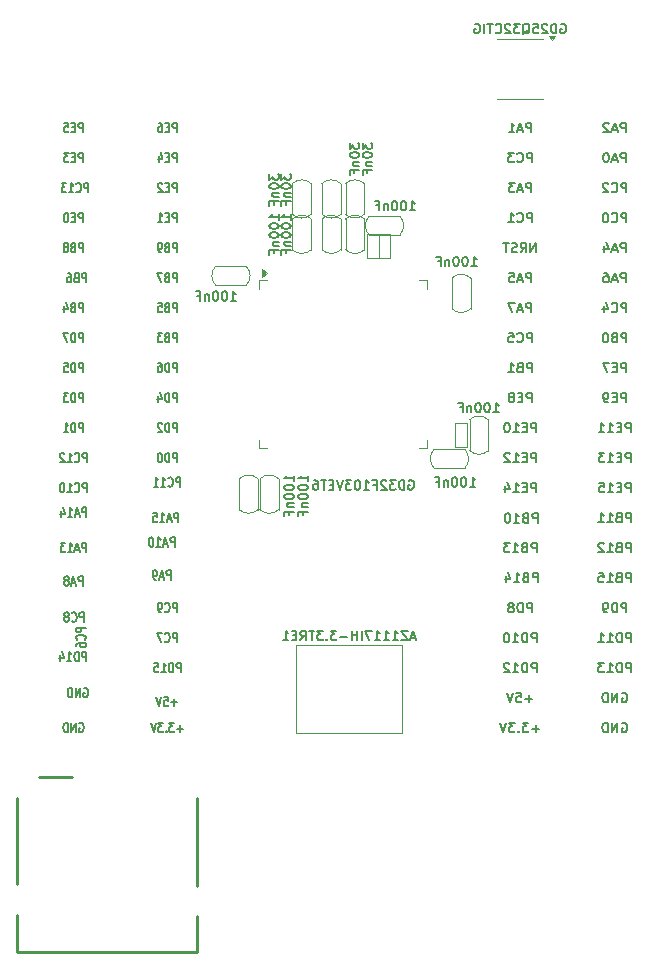
<source format=gbo>
G04 Layer: BottomSilkscreenLayer*
G04 EasyEDA Pro v2.2.27.1, 2024-09-15 10:59:50*
G04 Gerber Generator version 0.3*
G04 Scale: 100 percent, Rotated: No, Reflected: No*
G04 Dimensions in millimeters*
G04 Leading zeros omitted, absolute positions, 3 integers and 5 decimals*
%TF.GenerationSoftware,KiCad,Pcbnew,8.0.6*%
%TF.CreationDate,2024-11-05T16:44:44+08:00*%
%TF.ProjectId,li-chuang-liang-shan-pai-tian-kong-xing-kai-fa-ban,6c692d63-6875-4616-9e67-2d6c69616e67,rev?*%
%TF.SameCoordinates,Original*%
%TF.FileFunction,Legend,Bot*%
%TF.FilePolarity,Positive*%
%FSLAX46Y46*%
G04 Gerber Fmt 4.6, Leading zero omitted, Abs format (unit mm)*
G04 Created by KiCad (PCBNEW 8.0.6) date 2024-11-05 16:44:44*
%MOMM*%
%LPD*%
G01*
G04 APERTURE LIST*
%ADD10C,0.150000*%
%ADD11C,0.120000*%
%ADD12C,0.254000*%
%ADD13C,0.100000*%
G04 APERTURE END LIST*
D10*
X77946309Y-80362295D02*
X77946309Y-79562295D01*
X77946309Y-79562295D02*
X77698690Y-79562295D01*
X77698690Y-79562295D02*
X77636785Y-79600390D01*
X77636785Y-79600390D02*
X77605832Y-79638485D01*
X77605832Y-79638485D02*
X77574880Y-79714676D01*
X77574880Y-79714676D02*
X77574880Y-79828961D01*
X77574880Y-79828961D02*
X77605832Y-79905152D01*
X77605832Y-79905152D02*
X77636785Y-79943247D01*
X77636785Y-79943247D02*
X77698690Y-79981342D01*
X77698690Y-79981342D02*
X77946309Y-79981342D01*
X77296309Y-79943247D02*
X77079642Y-79943247D01*
X76986785Y-80362295D02*
X77296309Y-80362295D01*
X77296309Y-80362295D02*
X77296309Y-79562295D01*
X77296309Y-79562295D02*
X76986785Y-79562295D01*
X76398690Y-79562295D02*
X76708214Y-79562295D01*
X76708214Y-79562295D02*
X76739166Y-79943247D01*
X76739166Y-79943247D02*
X76708214Y-79905152D01*
X76708214Y-79905152D02*
X76646309Y-79867057D01*
X76646309Y-79867057D02*
X76491547Y-79867057D01*
X76491547Y-79867057D02*
X76429642Y-79905152D01*
X76429642Y-79905152D02*
X76398690Y-79943247D01*
X76398690Y-79943247D02*
X76367737Y-80019438D01*
X76367737Y-80019438D02*
X76367737Y-80209914D01*
X76367737Y-80209914D02*
X76398690Y-80286104D01*
X76398690Y-80286104D02*
X76429642Y-80324200D01*
X76429642Y-80324200D02*
X76491547Y-80362295D01*
X76491547Y-80362295D02*
X76646309Y-80362295D01*
X76646309Y-80362295D02*
X76708214Y-80324200D01*
X76708214Y-80324200D02*
X76739166Y-80286104D01*
X124371428Y-126082295D02*
X124371428Y-125282295D01*
X124371428Y-125282295D02*
X124066666Y-125282295D01*
X124066666Y-125282295D02*
X123990476Y-125320390D01*
X123990476Y-125320390D02*
X123952381Y-125358485D01*
X123952381Y-125358485D02*
X123914285Y-125434676D01*
X123914285Y-125434676D02*
X123914285Y-125548961D01*
X123914285Y-125548961D02*
X123952381Y-125625152D01*
X123952381Y-125625152D02*
X123990476Y-125663247D01*
X123990476Y-125663247D02*
X124066666Y-125701342D01*
X124066666Y-125701342D02*
X124371428Y-125701342D01*
X123571428Y-126082295D02*
X123571428Y-125282295D01*
X123571428Y-125282295D02*
X123380952Y-125282295D01*
X123380952Y-125282295D02*
X123266666Y-125320390D01*
X123266666Y-125320390D02*
X123190476Y-125396580D01*
X123190476Y-125396580D02*
X123152381Y-125472771D01*
X123152381Y-125472771D02*
X123114285Y-125625152D01*
X123114285Y-125625152D02*
X123114285Y-125739438D01*
X123114285Y-125739438D02*
X123152381Y-125891819D01*
X123152381Y-125891819D02*
X123190476Y-125968009D01*
X123190476Y-125968009D02*
X123266666Y-126044200D01*
X123266666Y-126044200D02*
X123380952Y-126082295D01*
X123380952Y-126082295D02*
X123571428Y-126082295D01*
X122352381Y-126082295D02*
X122809524Y-126082295D01*
X122580952Y-126082295D02*
X122580952Y-125282295D01*
X122580952Y-125282295D02*
X122657143Y-125396580D01*
X122657143Y-125396580D02*
X122733333Y-125472771D01*
X122733333Y-125472771D02*
X122809524Y-125510866D01*
X122085714Y-125282295D02*
X121590476Y-125282295D01*
X121590476Y-125282295D02*
X121857142Y-125587057D01*
X121857142Y-125587057D02*
X121742857Y-125587057D01*
X121742857Y-125587057D02*
X121666666Y-125625152D01*
X121666666Y-125625152D02*
X121628571Y-125663247D01*
X121628571Y-125663247D02*
X121590476Y-125739438D01*
X121590476Y-125739438D02*
X121590476Y-125929914D01*
X121590476Y-125929914D02*
X121628571Y-126006104D01*
X121628571Y-126006104D02*
X121666666Y-126044200D01*
X121666666Y-126044200D02*
X121742857Y-126082295D01*
X121742857Y-126082295D02*
X121971428Y-126082295D01*
X121971428Y-126082295D02*
X122047619Y-126044200D01*
X122047619Y-126044200D02*
X122085714Y-126006104D01*
X78240357Y-115922295D02*
X78240357Y-115122295D01*
X78240357Y-115122295D02*
X77992738Y-115122295D01*
X77992738Y-115122295D02*
X77930833Y-115160390D01*
X77930833Y-115160390D02*
X77899880Y-115198485D01*
X77899880Y-115198485D02*
X77868928Y-115274676D01*
X77868928Y-115274676D02*
X77868928Y-115388961D01*
X77868928Y-115388961D02*
X77899880Y-115465152D01*
X77899880Y-115465152D02*
X77930833Y-115503247D01*
X77930833Y-115503247D02*
X77992738Y-115541342D01*
X77992738Y-115541342D02*
X78240357Y-115541342D01*
X77621309Y-115693723D02*
X77311785Y-115693723D01*
X77683214Y-115922295D02*
X77466547Y-115122295D01*
X77466547Y-115122295D02*
X77249880Y-115922295D01*
X76692737Y-115922295D02*
X77064166Y-115922295D01*
X76878452Y-115922295D02*
X76878452Y-115122295D01*
X76878452Y-115122295D02*
X76940356Y-115236580D01*
X76940356Y-115236580D02*
X77002261Y-115312771D01*
X77002261Y-115312771D02*
X77064166Y-115350866D01*
X76476070Y-115122295D02*
X76073689Y-115122295D01*
X76073689Y-115122295D02*
X76290356Y-115427057D01*
X76290356Y-115427057D02*
X76197499Y-115427057D01*
X76197499Y-115427057D02*
X76135594Y-115465152D01*
X76135594Y-115465152D02*
X76104642Y-115503247D01*
X76104642Y-115503247D02*
X76073689Y-115579438D01*
X76073689Y-115579438D02*
X76073689Y-115769914D01*
X76073689Y-115769914D02*
X76104642Y-115846104D01*
X76104642Y-115846104D02*
X76135594Y-115884200D01*
X76135594Y-115884200D02*
X76197499Y-115922295D01*
X76197499Y-115922295D02*
X76383213Y-115922295D01*
X76383213Y-115922295D02*
X76445118Y-115884200D01*
X76445118Y-115884200D02*
X76476070Y-115846104D01*
X77946309Y-82902295D02*
X77946309Y-82102295D01*
X77946309Y-82102295D02*
X77698690Y-82102295D01*
X77698690Y-82102295D02*
X77636785Y-82140390D01*
X77636785Y-82140390D02*
X77605832Y-82178485D01*
X77605832Y-82178485D02*
X77574880Y-82254676D01*
X77574880Y-82254676D02*
X77574880Y-82368961D01*
X77574880Y-82368961D02*
X77605832Y-82445152D01*
X77605832Y-82445152D02*
X77636785Y-82483247D01*
X77636785Y-82483247D02*
X77698690Y-82521342D01*
X77698690Y-82521342D02*
X77946309Y-82521342D01*
X77296309Y-82483247D02*
X77079642Y-82483247D01*
X76986785Y-82902295D02*
X77296309Y-82902295D01*
X77296309Y-82902295D02*
X77296309Y-82102295D01*
X77296309Y-82102295D02*
X76986785Y-82102295D01*
X76770118Y-82102295D02*
X76367737Y-82102295D01*
X76367737Y-82102295D02*
X76584404Y-82407057D01*
X76584404Y-82407057D02*
X76491547Y-82407057D01*
X76491547Y-82407057D02*
X76429642Y-82445152D01*
X76429642Y-82445152D02*
X76398690Y-82483247D01*
X76398690Y-82483247D02*
X76367737Y-82559438D01*
X76367737Y-82559438D02*
X76367737Y-82749914D01*
X76367737Y-82749914D02*
X76398690Y-82826104D01*
X76398690Y-82826104D02*
X76429642Y-82864200D01*
X76429642Y-82864200D02*
X76491547Y-82902295D01*
X76491547Y-82902295D02*
X76677261Y-82902295D01*
X76677261Y-82902295D02*
X76739166Y-82864200D01*
X76739166Y-82864200D02*
X76770118Y-82826104D01*
X116333333Y-108302295D02*
X116333333Y-107502295D01*
X116333333Y-107502295D02*
X116028571Y-107502295D01*
X116028571Y-107502295D02*
X115952381Y-107540390D01*
X115952381Y-107540390D02*
X115914286Y-107578485D01*
X115914286Y-107578485D02*
X115876190Y-107654676D01*
X115876190Y-107654676D02*
X115876190Y-107768961D01*
X115876190Y-107768961D02*
X115914286Y-107845152D01*
X115914286Y-107845152D02*
X115952381Y-107883247D01*
X115952381Y-107883247D02*
X116028571Y-107921342D01*
X116028571Y-107921342D02*
X116333333Y-107921342D01*
X115533333Y-107883247D02*
X115266667Y-107883247D01*
X115152381Y-108302295D02*
X115533333Y-108302295D01*
X115533333Y-108302295D02*
X115533333Y-107502295D01*
X115533333Y-107502295D02*
X115152381Y-107502295D01*
X114390476Y-108302295D02*
X114847619Y-108302295D01*
X114619047Y-108302295D02*
X114619047Y-107502295D01*
X114619047Y-107502295D02*
X114695238Y-107616580D01*
X114695238Y-107616580D02*
X114771428Y-107692771D01*
X114771428Y-107692771D02*
X114847619Y-107730866D01*
X114085714Y-107578485D02*
X114047618Y-107540390D01*
X114047618Y-107540390D02*
X113971428Y-107502295D01*
X113971428Y-107502295D02*
X113780952Y-107502295D01*
X113780952Y-107502295D02*
X113704761Y-107540390D01*
X113704761Y-107540390D02*
X113666666Y-107578485D01*
X113666666Y-107578485D02*
X113628571Y-107654676D01*
X113628571Y-107654676D02*
X113628571Y-107730866D01*
X113628571Y-107730866D02*
X113666666Y-107845152D01*
X113666666Y-107845152D02*
X114123809Y-108302295D01*
X114123809Y-108302295D02*
X113628571Y-108302295D01*
X85942262Y-121002295D02*
X85942262Y-120202295D01*
X85942262Y-120202295D02*
X85694643Y-120202295D01*
X85694643Y-120202295D02*
X85632738Y-120240390D01*
X85632738Y-120240390D02*
X85601785Y-120278485D01*
X85601785Y-120278485D02*
X85570833Y-120354676D01*
X85570833Y-120354676D02*
X85570833Y-120468961D01*
X85570833Y-120468961D02*
X85601785Y-120545152D01*
X85601785Y-120545152D02*
X85632738Y-120583247D01*
X85632738Y-120583247D02*
X85694643Y-120621342D01*
X85694643Y-120621342D02*
X85942262Y-120621342D01*
X84920833Y-120926104D02*
X84951785Y-120964200D01*
X84951785Y-120964200D02*
X85044643Y-121002295D01*
X85044643Y-121002295D02*
X85106547Y-121002295D01*
X85106547Y-121002295D02*
X85199404Y-120964200D01*
X85199404Y-120964200D02*
X85261309Y-120888009D01*
X85261309Y-120888009D02*
X85292262Y-120811819D01*
X85292262Y-120811819D02*
X85323214Y-120659438D01*
X85323214Y-120659438D02*
X85323214Y-120545152D01*
X85323214Y-120545152D02*
X85292262Y-120392771D01*
X85292262Y-120392771D02*
X85261309Y-120316580D01*
X85261309Y-120316580D02*
X85199404Y-120240390D01*
X85199404Y-120240390D02*
X85106547Y-120202295D01*
X85106547Y-120202295D02*
X85044643Y-120202295D01*
X85044643Y-120202295D02*
X84951785Y-120240390D01*
X84951785Y-120240390D02*
X84920833Y-120278485D01*
X84611309Y-121002295D02*
X84487500Y-121002295D01*
X84487500Y-121002295D02*
X84425595Y-120964200D01*
X84425595Y-120964200D02*
X84394643Y-120926104D01*
X84394643Y-120926104D02*
X84332738Y-120811819D01*
X84332738Y-120811819D02*
X84301785Y-120659438D01*
X84301785Y-120659438D02*
X84301785Y-120354676D01*
X84301785Y-120354676D02*
X84332738Y-120278485D01*
X84332738Y-120278485D02*
X84363690Y-120240390D01*
X84363690Y-120240390D02*
X84425595Y-120202295D01*
X84425595Y-120202295D02*
X84549404Y-120202295D01*
X84549404Y-120202295D02*
X84611309Y-120240390D01*
X84611309Y-120240390D02*
X84642262Y-120278485D01*
X84642262Y-120278485D02*
X84673214Y-120354676D01*
X84673214Y-120354676D02*
X84673214Y-120545152D01*
X84673214Y-120545152D02*
X84642262Y-120621342D01*
X84642262Y-120621342D02*
X84611309Y-120659438D01*
X84611309Y-120659438D02*
X84549404Y-120697533D01*
X84549404Y-120697533D02*
X84425595Y-120697533D01*
X84425595Y-120697533D02*
X84363690Y-120659438D01*
X84363690Y-120659438D02*
X84332738Y-120621342D01*
X84332738Y-120621342D02*
X84301785Y-120545152D01*
X124333333Y-105762295D02*
X124333333Y-104962295D01*
X124333333Y-104962295D02*
X124028571Y-104962295D01*
X124028571Y-104962295D02*
X123952381Y-105000390D01*
X123952381Y-105000390D02*
X123914286Y-105038485D01*
X123914286Y-105038485D02*
X123876190Y-105114676D01*
X123876190Y-105114676D02*
X123876190Y-105228961D01*
X123876190Y-105228961D02*
X123914286Y-105305152D01*
X123914286Y-105305152D02*
X123952381Y-105343247D01*
X123952381Y-105343247D02*
X124028571Y-105381342D01*
X124028571Y-105381342D02*
X124333333Y-105381342D01*
X123533333Y-105343247D02*
X123266667Y-105343247D01*
X123152381Y-105762295D02*
X123533333Y-105762295D01*
X123533333Y-105762295D02*
X123533333Y-104962295D01*
X123533333Y-104962295D02*
X123152381Y-104962295D01*
X122390476Y-105762295D02*
X122847619Y-105762295D01*
X122619047Y-105762295D02*
X122619047Y-104962295D01*
X122619047Y-104962295D02*
X122695238Y-105076580D01*
X122695238Y-105076580D02*
X122771428Y-105152771D01*
X122771428Y-105152771D02*
X122847619Y-105190866D01*
X121628571Y-105762295D02*
X122085714Y-105762295D01*
X121857142Y-105762295D02*
X121857142Y-104962295D01*
X121857142Y-104962295D02*
X121933333Y-105076580D01*
X121933333Y-105076580D02*
X122009523Y-105152771D01*
X122009523Y-105152771D02*
X122085714Y-105190866D01*
X115933332Y-80362295D02*
X115933332Y-79562295D01*
X115933332Y-79562295D02*
X115628570Y-79562295D01*
X115628570Y-79562295D02*
X115552380Y-79600390D01*
X115552380Y-79600390D02*
X115514285Y-79638485D01*
X115514285Y-79638485D02*
X115476189Y-79714676D01*
X115476189Y-79714676D02*
X115476189Y-79828961D01*
X115476189Y-79828961D02*
X115514285Y-79905152D01*
X115514285Y-79905152D02*
X115552380Y-79943247D01*
X115552380Y-79943247D02*
X115628570Y-79981342D01*
X115628570Y-79981342D02*
X115933332Y-79981342D01*
X115171428Y-80133723D02*
X114790475Y-80133723D01*
X115247618Y-80362295D02*
X114980951Y-79562295D01*
X114980951Y-79562295D02*
X114714285Y-80362295D01*
X114028571Y-80362295D02*
X114485714Y-80362295D01*
X114257142Y-80362295D02*
X114257142Y-79562295D01*
X114257142Y-79562295D02*
X114333333Y-79676580D01*
X114333333Y-79676580D02*
X114409523Y-79752771D01*
X114409523Y-79752771D02*
X114485714Y-79790866D01*
X77938333Y-118752295D02*
X77938333Y-117952295D01*
X77938333Y-117952295D02*
X77690714Y-117952295D01*
X77690714Y-117952295D02*
X77628809Y-117990390D01*
X77628809Y-117990390D02*
X77597856Y-118028485D01*
X77597856Y-118028485D02*
X77566904Y-118104676D01*
X77566904Y-118104676D02*
X77566904Y-118218961D01*
X77566904Y-118218961D02*
X77597856Y-118295152D01*
X77597856Y-118295152D02*
X77628809Y-118333247D01*
X77628809Y-118333247D02*
X77690714Y-118371342D01*
X77690714Y-118371342D02*
X77938333Y-118371342D01*
X77319285Y-118523723D02*
X77009761Y-118523723D01*
X77381190Y-118752295D02*
X77164523Y-117952295D01*
X77164523Y-117952295D02*
X76947856Y-118752295D01*
X76638332Y-118295152D02*
X76700237Y-118257057D01*
X76700237Y-118257057D02*
X76731190Y-118218961D01*
X76731190Y-118218961D02*
X76762142Y-118142771D01*
X76762142Y-118142771D02*
X76762142Y-118104676D01*
X76762142Y-118104676D02*
X76731190Y-118028485D01*
X76731190Y-118028485D02*
X76700237Y-117990390D01*
X76700237Y-117990390D02*
X76638332Y-117952295D01*
X76638332Y-117952295D02*
X76514523Y-117952295D01*
X76514523Y-117952295D02*
X76452618Y-117990390D01*
X76452618Y-117990390D02*
X76421666Y-118028485D01*
X76421666Y-118028485D02*
X76390713Y-118104676D01*
X76390713Y-118104676D02*
X76390713Y-118142771D01*
X76390713Y-118142771D02*
X76421666Y-118218961D01*
X76421666Y-118218961D02*
X76452618Y-118257057D01*
X76452618Y-118257057D02*
X76514523Y-118295152D01*
X76514523Y-118295152D02*
X76638332Y-118295152D01*
X76638332Y-118295152D02*
X76700237Y-118333247D01*
X76700237Y-118333247D02*
X76731190Y-118371342D01*
X76731190Y-118371342D02*
X76762142Y-118447533D01*
X76762142Y-118447533D02*
X76762142Y-118599914D01*
X76762142Y-118599914D02*
X76731190Y-118676104D01*
X76731190Y-118676104D02*
X76700237Y-118714200D01*
X76700237Y-118714200D02*
X76638332Y-118752295D01*
X76638332Y-118752295D02*
X76514523Y-118752295D01*
X76514523Y-118752295D02*
X76452618Y-118714200D01*
X76452618Y-118714200D02*
X76421666Y-118676104D01*
X76421666Y-118676104D02*
X76390713Y-118599914D01*
X76390713Y-118599914D02*
X76390713Y-118447533D01*
X76390713Y-118447533D02*
X76421666Y-118371342D01*
X76421666Y-118371342D02*
X76452618Y-118333247D01*
X76452618Y-118333247D02*
X76514523Y-118295152D01*
X77977262Y-103222295D02*
X77977262Y-102422295D01*
X77977262Y-102422295D02*
X77729643Y-102422295D01*
X77729643Y-102422295D02*
X77667738Y-102460390D01*
X77667738Y-102460390D02*
X77636785Y-102498485D01*
X77636785Y-102498485D02*
X77605833Y-102574676D01*
X77605833Y-102574676D02*
X77605833Y-102688961D01*
X77605833Y-102688961D02*
X77636785Y-102765152D01*
X77636785Y-102765152D02*
X77667738Y-102803247D01*
X77667738Y-102803247D02*
X77729643Y-102841342D01*
X77729643Y-102841342D02*
X77977262Y-102841342D01*
X77327262Y-103222295D02*
X77327262Y-102422295D01*
X77327262Y-102422295D02*
X77172500Y-102422295D01*
X77172500Y-102422295D02*
X77079643Y-102460390D01*
X77079643Y-102460390D02*
X77017738Y-102536580D01*
X77017738Y-102536580D02*
X76986785Y-102612771D01*
X76986785Y-102612771D02*
X76955833Y-102765152D01*
X76955833Y-102765152D02*
X76955833Y-102879438D01*
X76955833Y-102879438D02*
X76986785Y-103031819D01*
X76986785Y-103031819D02*
X77017738Y-103108009D01*
X77017738Y-103108009D02*
X77079643Y-103184200D01*
X77079643Y-103184200D02*
X77172500Y-103222295D01*
X77172500Y-103222295D02*
X77327262Y-103222295D01*
X76739166Y-102422295D02*
X76336785Y-102422295D01*
X76336785Y-102422295D02*
X76553452Y-102727057D01*
X76553452Y-102727057D02*
X76460595Y-102727057D01*
X76460595Y-102727057D02*
X76398690Y-102765152D01*
X76398690Y-102765152D02*
X76367738Y-102803247D01*
X76367738Y-102803247D02*
X76336785Y-102879438D01*
X76336785Y-102879438D02*
X76336785Y-103069914D01*
X76336785Y-103069914D02*
X76367738Y-103146104D01*
X76367738Y-103146104D02*
X76398690Y-103184200D01*
X76398690Y-103184200D02*
X76460595Y-103222295D01*
X76460595Y-103222295D02*
X76646309Y-103222295D01*
X76646309Y-103222295D02*
X76708214Y-103184200D01*
X76708214Y-103184200D02*
X76739166Y-103146104D01*
X116491428Y-118432295D02*
X116491428Y-117632295D01*
X116491428Y-117632295D02*
X116186666Y-117632295D01*
X116186666Y-117632295D02*
X116110476Y-117670390D01*
X116110476Y-117670390D02*
X116072381Y-117708485D01*
X116072381Y-117708485D02*
X116034285Y-117784676D01*
X116034285Y-117784676D02*
X116034285Y-117898961D01*
X116034285Y-117898961D02*
X116072381Y-117975152D01*
X116072381Y-117975152D02*
X116110476Y-118013247D01*
X116110476Y-118013247D02*
X116186666Y-118051342D01*
X116186666Y-118051342D02*
X116491428Y-118051342D01*
X115424762Y-118013247D02*
X115310476Y-118051342D01*
X115310476Y-118051342D02*
X115272381Y-118089438D01*
X115272381Y-118089438D02*
X115234285Y-118165628D01*
X115234285Y-118165628D02*
X115234285Y-118279914D01*
X115234285Y-118279914D02*
X115272381Y-118356104D01*
X115272381Y-118356104D02*
X115310476Y-118394200D01*
X115310476Y-118394200D02*
X115386666Y-118432295D01*
X115386666Y-118432295D02*
X115691428Y-118432295D01*
X115691428Y-118432295D02*
X115691428Y-117632295D01*
X115691428Y-117632295D02*
X115424762Y-117632295D01*
X115424762Y-117632295D02*
X115348571Y-117670390D01*
X115348571Y-117670390D02*
X115310476Y-117708485D01*
X115310476Y-117708485D02*
X115272381Y-117784676D01*
X115272381Y-117784676D02*
X115272381Y-117860866D01*
X115272381Y-117860866D02*
X115310476Y-117937057D01*
X115310476Y-117937057D02*
X115348571Y-117975152D01*
X115348571Y-117975152D02*
X115424762Y-118013247D01*
X115424762Y-118013247D02*
X115691428Y-118013247D01*
X114472381Y-118432295D02*
X114929524Y-118432295D01*
X114700952Y-118432295D02*
X114700952Y-117632295D01*
X114700952Y-117632295D02*
X114777143Y-117746580D01*
X114777143Y-117746580D02*
X114853333Y-117822771D01*
X114853333Y-117822771D02*
X114929524Y-117860866D01*
X113786666Y-117898961D02*
X113786666Y-118432295D01*
X113977142Y-117594200D02*
X114167619Y-118165628D01*
X114167619Y-118165628D02*
X113672380Y-118165628D01*
X123933332Y-82902295D02*
X123933332Y-82102295D01*
X123933332Y-82102295D02*
X123628570Y-82102295D01*
X123628570Y-82102295D02*
X123552380Y-82140390D01*
X123552380Y-82140390D02*
X123514285Y-82178485D01*
X123514285Y-82178485D02*
X123476189Y-82254676D01*
X123476189Y-82254676D02*
X123476189Y-82368961D01*
X123476189Y-82368961D02*
X123514285Y-82445152D01*
X123514285Y-82445152D02*
X123552380Y-82483247D01*
X123552380Y-82483247D02*
X123628570Y-82521342D01*
X123628570Y-82521342D02*
X123933332Y-82521342D01*
X123171428Y-82673723D02*
X122790475Y-82673723D01*
X123247618Y-82902295D02*
X122980951Y-82102295D01*
X122980951Y-82102295D02*
X122714285Y-82902295D01*
X122295237Y-82102295D02*
X122219047Y-82102295D01*
X122219047Y-82102295D02*
X122142856Y-82140390D01*
X122142856Y-82140390D02*
X122104761Y-82178485D01*
X122104761Y-82178485D02*
X122066666Y-82254676D01*
X122066666Y-82254676D02*
X122028571Y-82407057D01*
X122028571Y-82407057D02*
X122028571Y-82597533D01*
X122028571Y-82597533D02*
X122066666Y-82749914D01*
X122066666Y-82749914D02*
X122104761Y-82826104D01*
X122104761Y-82826104D02*
X122142856Y-82864200D01*
X122142856Y-82864200D02*
X122219047Y-82902295D01*
X122219047Y-82902295D02*
X122295237Y-82902295D01*
X122295237Y-82902295D02*
X122371428Y-82864200D01*
X122371428Y-82864200D02*
X122409523Y-82826104D01*
X122409523Y-82826104D02*
X122447618Y-82749914D01*
X122447618Y-82749914D02*
X122485714Y-82597533D01*
X122485714Y-82597533D02*
X122485714Y-82407057D01*
X122485714Y-82407057D02*
X122447618Y-82254676D01*
X122447618Y-82254676D02*
X122409523Y-82178485D01*
X122409523Y-82178485D02*
X122371428Y-82140390D01*
X122371428Y-82140390D02*
X122295237Y-82102295D01*
X77946309Y-87982295D02*
X77946309Y-87182295D01*
X77946309Y-87182295D02*
X77698690Y-87182295D01*
X77698690Y-87182295D02*
X77636785Y-87220390D01*
X77636785Y-87220390D02*
X77605832Y-87258485D01*
X77605832Y-87258485D02*
X77574880Y-87334676D01*
X77574880Y-87334676D02*
X77574880Y-87448961D01*
X77574880Y-87448961D02*
X77605832Y-87525152D01*
X77605832Y-87525152D02*
X77636785Y-87563247D01*
X77636785Y-87563247D02*
X77698690Y-87601342D01*
X77698690Y-87601342D02*
X77946309Y-87601342D01*
X77296309Y-87563247D02*
X77079642Y-87563247D01*
X76986785Y-87982295D02*
X77296309Y-87982295D01*
X77296309Y-87982295D02*
X77296309Y-87182295D01*
X77296309Y-87182295D02*
X76986785Y-87182295D01*
X76584404Y-87182295D02*
X76522499Y-87182295D01*
X76522499Y-87182295D02*
X76460595Y-87220390D01*
X76460595Y-87220390D02*
X76429642Y-87258485D01*
X76429642Y-87258485D02*
X76398690Y-87334676D01*
X76398690Y-87334676D02*
X76367737Y-87487057D01*
X76367737Y-87487057D02*
X76367737Y-87677533D01*
X76367737Y-87677533D02*
X76398690Y-87829914D01*
X76398690Y-87829914D02*
X76429642Y-87906104D01*
X76429642Y-87906104D02*
X76460595Y-87944200D01*
X76460595Y-87944200D02*
X76522499Y-87982295D01*
X76522499Y-87982295D02*
X76584404Y-87982295D01*
X76584404Y-87982295D02*
X76646309Y-87944200D01*
X76646309Y-87944200D02*
X76677261Y-87906104D01*
X76677261Y-87906104D02*
X76708214Y-87829914D01*
X76708214Y-87829914D02*
X76739166Y-87677533D01*
X76739166Y-87677533D02*
X76739166Y-87487057D01*
X76739166Y-87487057D02*
X76708214Y-87334676D01*
X76708214Y-87334676D02*
X76677261Y-87258485D01*
X76677261Y-87258485D02*
X76646309Y-87220390D01*
X76646309Y-87220390D02*
X76584404Y-87182295D01*
X116314285Y-90522295D02*
X116314285Y-89722295D01*
X116314285Y-89722295D02*
X115857142Y-90522295D01*
X115857142Y-90522295D02*
X115857142Y-89722295D01*
X115019047Y-90522295D02*
X115285714Y-90141342D01*
X115476190Y-90522295D02*
X115476190Y-89722295D01*
X115476190Y-89722295D02*
X115171428Y-89722295D01*
X115171428Y-89722295D02*
X115095238Y-89760390D01*
X115095238Y-89760390D02*
X115057143Y-89798485D01*
X115057143Y-89798485D02*
X115019047Y-89874676D01*
X115019047Y-89874676D02*
X115019047Y-89988961D01*
X115019047Y-89988961D02*
X115057143Y-90065152D01*
X115057143Y-90065152D02*
X115095238Y-90103247D01*
X115095238Y-90103247D02*
X115171428Y-90141342D01*
X115171428Y-90141342D02*
X115476190Y-90141342D01*
X114714286Y-90484200D02*
X114600000Y-90522295D01*
X114600000Y-90522295D02*
X114409524Y-90522295D01*
X114409524Y-90522295D02*
X114333333Y-90484200D01*
X114333333Y-90484200D02*
X114295238Y-90446104D01*
X114295238Y-90446104D02*
X114257143Y-90369914D01*
X114257143Y-90369914D02*
X114257143Y-90293723D01*
X114257143Y-90293723D02*
X114295238Y-90217533D01*
X114295238Y-90217533D02*
X114333333Y-90179438D01*
X114333333Y-90179438D02*
X114409524Y-90141342D01*
X114409524Y-90141342D02*
X114561905Y-90103247D01*
X114561905Y-90103247D02*
X114638095Y-90065152D01*
X114638095Y-90065152D02*
X114676190Y-90027057D01*
X114676190Y-90027057D02*
X114714286Y-89950866D01*
X114714286Y-89950866D02*
X114714286Y-89874676D01*
X114714286Y-89874676D02*
X114676190Y-89798485D01*
X114676190Y-89798485D02*
X114638095Y-89760390D01*
X114638095Y-89760390D02*
X114561905Y-89722295D01*
X114561905Y-89722295D02*
X114371428Y-89722295D01*
X114371428Y-89722295D02*
X114257143Y-89760390D01*
X114028571Y-89722295D02*
X113571428Y-89722295D01*
X113800000Y-90522295D02*
X113800000Y-89722295D01*
X85942262Y-95602295D02*
X85942262Y-94802295D01*
X85942262Y-94802295D02*
X85694643Y-94802295D01*
X85694643Y-94802295D02*
X85632738Y-94840390D01*
X85632738Y-94840390D02*
X85601785Y-94878485D01*
X85601785Y-94878485D02*
X85570833Y-94954676D01*
X85570833Y-94954676D02*
X85570833Y-95068961D01*
X85570833Y-95068961D02*
X85601785Y-95145152D01*
X85601785Y-95145152D02*
X85632738Y-95183247D01*
X85632738Y-95183247D02*
X85694643Y-95221342D01*
X85694643Y-95221342D02*
X85942262Y-95221342D01*
X85075595Y-95183247D02*
X84982738Y-95221342D01*
X84982738Y-95221342D02*
X84951785Y-95259438D01*
X84951785Y-95259438D02*
X84920833Y-95335628D01*
X84920833Y-95335628D02*
X84920833Y-95449914D01*
X84920833Y-95449914D02*
X84951785Y-95526104D01*
X84951785Y-95526104D02*
X84982738Y-95564200D01*
X84982738Y-95564200D02*
X85044643Y-95602295D01*
X85044643Y-95602295D02*
X85292262Y-95602295D01*
X85292262Y-95602295D02*
X85292262Y-94802295D01*
X85292262Y-94802295D02*
X85075595Y-94802295D01*
X85075595Y-94802295D02*
X85013690Y-94840390D01*
X85013690Y-94840390D02*
X84982738Y-94878485D01*
X84982738Y-94878485D02*
X84951785Y-94954676D01*
X84951785Y-94954676D02*
X84951785Y-95030866D01*
X84951785Y-95030866D02*
X84982738Y-95107057D01*
X84982738Y-95107057D02*
X85013690Y-95145152D01*
X85013690Y-95145152D02*
X85075595Y-95183247D01*
X85075595Y-95183247D02*
X85292262Y-95183247D01*
X84332738Y-94802295D02*
X84642262Y-94802295D01*
X84642262Y-94802295D02*
X84673214Y-95183247D01*
X84673214Y-95183247D02*
X84642262Y-95145152D01*
X84642262Y-95145152D02*
X84580357Y-95107057D01*
X84580357Y-95107057D02*
X84425595Y-95107057D01*
X84425595Y-95107057D02*
X84363690Y-95145152D01*
X84363690Y-95145152D02*
X84332738Y-95183247D01*
X84332738Y-95183247D02*
X84301785Y-95259438D01*
X84301785Y-95259438D02*
X84301785Y-95449914D01*
X84301785Y-95449914D02*
X84332738Y-95526104D01*
X84332738Y-95526104D02*
X84363690Y-95564200D01*
X84363690Y-95564200D02*
X84425595Y-95602295D01*
X84425595Y-95602295D02*
X84580357Y-95602295D01*
X84580357Y-95602295D02*
X84642262Y-95564200D01*
X84642262Y-95564200D02*
X84673214Y-95526104D01*
X115990475Y-100682295D02*
X115990475Y-99882295D01*
X115990475Y-99882295D02*
X115685713Y-99882295D01*
X115685713Y-99882295D02*
X115609523Y-99920390D01*
X115609523Y-99920390D02*
X115571428Y-99958485D01*
X115571428Y-99958485D02*
X115533332Y-100034676D01*
X115533332Y-100034676D02*
X115533332Y-100148961D01*
X115533332Y-100148961D02*
X115571428Y-100225152D01*
X115571428Y-100225152D02*
X115609523Y-100263247D01*
X115609523Y-100263247D02*
X115685713Y-100301342D01*
X115685713Y-100301342D02*
X115990475Y-100301342D01*
X114923809Y-100263247D02*
X114809523Y-100301342D01*
X114809523Y-100301342D02*
X114771428Y-100339438D01*
X114771428Y-100339438D02*
X114733332Y-100415628D01*
X114733332Y-100415628D02*
X114733332Y-100529914D01*
X114733332Y-100529914D02*
X114771428Y-100606104D01*
X114771428Y-100606104D02*
X114809523Y-100644200D01*
X114809523Y-100644200D02*
X114885713Y-100682295D01*
X114885713Y-100682295D02*
X115190475Y-100682295D01*
X115190475Y-100682295D02*
X115190475Y-99882295D01*
X115190475Y-99882295D02*
X114923809Y-99882295D01*
X114923809Y-99882295D02*
X114847618Y-99920390D01*
X114847618Y-99920390D02*
X114809523Y-99958485D01*
X114809523Y-99958485D02*
X114771428Y-100034676D01*
X114771428Y-100034676D02*
X114771428Y-100110866D01*
X114771428Y-100110866D02*
X114809523Y-100187057D01*
X114809523Y-100187057D02*
X114847618Y-100225152D01*
X114847618Y-100225152D02*
X114923809Y-100263247D01*
X114923809Y-100263247D02*
X115190475Y-100263247D01*
X113971428Y-100682295D02*
X114428571Y-100682295D01*
X114199999Y-100682295D02*
X114199999Y-99882295D01*
X114199999Y-99882295D02*
X114276190Y-99996580D01*
X114276190Y-99996580D02*
X114352380Y-100072771D01*
X114352380Y-100072771D02*
X114428571Y-100110866D01*
X86251786Y-126082295D02*
X86251786Y-125282295D01*
X86251786Y-125282295D02*
X86004167Y-125282295D01*
X86004167Y-125282295D02*
X85942262Y-125320390D01*
X85942262Y-125320390D02*
X85911309Y-125358485D01*
X85911309Y-125358485D02*
X85880357Y-125434676D01*
X85880357Y-125434676D02*
X85880357Y-125548961D01*
X85880357Y-125548961D02*
X85911309Y-125625152D01*
X85911309Y-125625152D02*
X85942262Y-125663247D01*
X85942262Y-125663247D02*
X86004167Y-125701342D01*
X86004167Y-125701342D02*
X86251786Y-125701342D01*
X85601786Y-126082295D02*
X85601786Y-125282295D01*
X85601786Y-125282295D02*
X85447024Y-125282295D01*
X85447024Y-125282295D02*
X85354167Y-125320390D01*
X85354167Y-125320390D02*
X85292262Y-125396580D01*
X85292262Y-125396580D02*
X85261309Y-125472771D01*
X85261309Y-125472771D02*
X85230357Y-125625152D01*
X85230357Y-125625152D02*
X85230357Y-125739438D01*
X85230357Y-125739438D02*
X85261309Y-125891819D01*
X85261309Y-125891819D02*
X85292262Y-125968009D01*
X85292262Y-125968009D02*
X85354167Y-126044200D01*
X85354167Y-126044200D02*
X85447024Y-126082295D01*
X85447024Y-126082295D02*
X85601786Y-126082295D01*
X84611309Y-126082295D02*
X84982738Y-126082295D01*
X84797024Y-126082295D02*
X84797024Y-125282295D01*
X84797024Y-125282295D02*
X84858928Y-125396580D01*
X84858928Y-125396580D02*
X84920833Y-125472771D01*
X84920833Y-125472771D02*
X84982738Y-125510866D01*
X84023214Y-125282295D02*
X84332738Y-125282295D01*
X84332738Y-125282295D02*
X84363690Y-125663247D01*
X84363690Y-125663247D02*
X84332738Y-125625152D01*
X84332738Y-125625152D02*
X84270833Y-125587057D01*
X84270833Y-125587057D02*
X84116071Y-125587057D01*
X84116071Y-125587057D02*
X84054166Y-125625152D01*
X84054166Y-125625152D02*
X84023214Y-125663247D01*
X84023214Y-125663247D02*
X83992261Y-125739438D01*
X83992261Y-125739438D02*
X83992261Y-125929914D01*
X83992261Y-125929914D02*
X84023214Y-126006104D01*
X84023214Y-126006104D02*
X84054166Y-126044200D01*
X84054166Y-126044200D02*
X84116071Y-126082295D01*
X84116071Y-126082295D02*
X84270833Y-126082295D01*
X84270833Y-126082295D02*
X84332738Y-126044200D01*
X84332738Y-126044200D02*
X84363690Y-126006104D01*
X124371428Y-115922295D02*
X124371428Y-115122295D01*
X124371428Y-115122295D02*
X124066666Y-115122295D01*
X124066666Y-115122295D02*
X123990476Y-115160390D01*
X123990476Y-115160390D02*
X123952381Y-115198485D01*
X123952381Y-115198485D02*
X123914285Y-115274676D01*
X123914285Y-115274676D02*
X123914285Y-115388961D01*
X123914285Y-115388961D02*
X123952381Y-115465152D01*
X123952381Y-115465152D02*
X123990476Y-115503247D01*
X123990476Y-115503247D02*
X124066666Y-115541342D01*
X124066666Y-115541342D02*
X124371428Y-115541342D01*
X123304762Y-115503247D02*
X123190476Y-115541342D01*
X123190476Y-115541342D02*
X123152381Y-115579438D01*
X123152381Y-115579438D02*
X123114285Y-115655628D01*
X123114285Y-115655628D02*
X123114285Y-115769914D01*
X123114285Y-115769914D02*
X123152381Y-115846104D01*
X123152381Y-115846104D02*
X123190476Y-115884200D01*
X123190476Y-115884200D02*
X123266666Y-115922295D01*
X123266666Y-115922295D02*
X123571428Y-115922295D01*
X123571428Y-115922295D02*
X123571428Y-115122295D01*
X123571428Y-115122295D02*
X123304762Y-115122295D01*
X123304762Y-115122295D02*
X123228571Y-115160390D01*
X123228571Y-115160390D02*
X123190476Y-115198485D01*
X123190476Y-115198485D02*
X123152381Y-115274676D01*
X123152381Y-115274676D02*
X123152381Y-115350866D01*
X123152381Y-115350866D02*
X123190476Y-115427057D01*
X123190476Y-115427057D02*
X123228571Y-115465152D01*
X123228571Y-115465152D02*
X123304762Y-115503247D01*
X123304762Y-115503247D02*
X123571428Y-115503247D01*
X122352381Y-115922295D02*
X122809524Y-115922295D01*
X122580952Y-115922295D02*
X122580952Y-115122295D01*
X122580952Y-115122295D02*
X122657143Y-115236580D01*
X122657143Y-115236580D02*
X122733333Y-115312771D01*
X122733333Y-115312771D02*
X122809524Y-115350866D01*
X122047619Y-115198485D02*
X122009523Y-115160390D01*
X122009523Y-115160390D02*
X121933333Y-115122295D01*
X121933333Y-115122295D02*
X121742857Y-115122295D01*
X121742857Y-115122295D02*
X121666666Y-115160390D01*
X121666666Y-115160390D02*
X121628571Y-115198485D01*
X121628571Y-115198485D02*
X121590476Y-115274676D01*
X121590476Y-115274676D02*
X121590476Y-115350866D01*
X121590476Y-115350866D02*
X121628571Y-115465152D01*
X121628571Y-115465152D02*
X122085714Y-115922295D01*
X122085714Y-115922295D02*
X121590476Y-115922295D01*
X123952380Y-103222295D02*
X123952380Y-102422295D01*
X123952380Y-102422295D02*
X123647618Y-102422295D01*
X123647618Y-102422295D02*
X123571428Y-102460390D01*
X123571428Y-102460390D02*
X123533333Y-102498485D01*
X123533333Y-102498485D02*
X123495237Y-102574676D01*
X123495237Y-102574676D02*
X123495237Y-102688961D01*
X123495237Y-102688961D02*
X123533333Y-102765152D01*
X123533333Y-102765152D02*
X123571428Y-102803247D01*
X123571428Y-102803247D02*
X123647618Y-102841342D01*
X123647618Y-102841342D02*
X123952380Y-102841342D01*
X123152380Y-102803247D02*
X122885714Y-102803247D01*
X122771428Y-103222295D02*
X123152380Y-103222295D01*
X123152380Y-103222295D02*
X123152380Y-102422295D01*
X123152380Y-102422295D02*
X122771428Y-102422295D01*
X122390475Y-103222295D02*
X122238094Y-103222295D01*
X122238094Y-103222295D02*
X122161904Y-103184200D01*
X122161904Y-103184200D02*
X122123808Y-103146104D01*
X122123808Y-103146104D02*
X122047618Y-103031819D01*
X122047618Y-103031819D02*
X122009523Y-102879438D01*
X122009523Y-102879438D02*
X122009523Y-102574676D01*
X122009523Y-102574676D02*
X122047618Y-102498485D01*
X122047618Y-102498485D02*
X122085713Y-102460390D01*
X122085713Y-102460390D02*
X122161904Y-102422295D01*
X122161904Y-102422295D02*
X122314285Y-102422295D01*
X122314285Y-102422295D02*
X122390475Y-102460390D01*
X122390475Y-102460390D02*
X122428570Y-102498485D01*
X122428570Y-102498485D02*
X122466666Y-102574676D01*
X122466666Y-102574676D02*
X122466666Y-102765152D01*
X122466666Y-102765152D02*
X122428570Y-102841342D01*
X122428570Y-102841342D02*
X122390475Y-102879438D01*
X122390475Y-102879438D02*
X122314285Y-102917533D01*
X122314285Y-102917533D02*
X122161904Y-102917533D01*
X122161904Y-102917533D02*
X122085713Y-102879438D01*
X122085713Y-102879438D02*
X122047618Y-102841342D01*
X122047618Y-102841342D02*
X122009523Y-102765152D01*
X116371428Y-126082295D02*
X116371428Y-125282295D01*
X116371428Y-125282295D02*
X116066666Y-125282295D01*
X116066666Y-125282295D02*
X115990476Y-125320390D01*
X115990476Y-125320390D02*
X115952381Y-125358485D01*
X115952381Y-125358485D02*
X115914285Y-125434676D01*
X115914285Y-125434676D02*
X115914285Y-125548961D01*
X115914285Y-125548961D02*
X115952381Y-125625152D01*
X115952381Y-125625152D02*
X115990476Y-125663247D01*
X115990476Y-125663247D02*
X116066666Y-125701342D01*
X116066666Y-125701342D02*
X116371428Y-125701342D01*
X115571428Y-126082295D02*
X115571428Y-125282295D01*
X115571428Y-125282295D02*
X115380952Y-125282295D01*
X115380952Y-125282295D02*
X115266666Y-125320390D01*
X115266666Y-125320390D02*
X115190476Y-125396580D01*
X115190476Y-125396580D02*
X115152381Y-125472771D01*
X115152381Y-125472771D02*
X115114285Y-125625152D01*
X115114285Y-125625152D02*
X115114285Y-125739438D01*
X115114285Y-125739438D02*
X115152381Y-125891819D01*
X115152381Y-125891819D02*
X115190476Y-125968009D01*
X115190476Y-125968009D02*
X115266666Y-126044200D01*
X115266666Y-126044200D02*
X115380952Y-126082295D01*
X115380952Y-126082295D02*
X115571428Y-126082295D01*
X114352381Y-126082295D02*
X114809524Y-126082295D01*
X114580952Y-126082295D02*
X114580952Y-125282295D01*
X114580952Y-125282295D02*
X114657143Y-125396580D01*
X114657143Y-125396580D02*
X114733333Y-125472771D01*
X114733333Y-125472771D02*
X114809524Y-125510866D01*
X114047619Y-125358485D02*
X114009523Y-125320390D01*
X114009523Y-125320390D02*
X113933333Y-125282295D01*
X113933333Y-125282295D02*
X113742857Y-125282295D01*
X113742857Y-125282295D02*
X113666666Y-125320390D01*
X113666666Y-125320390D02*
X113628571Y-125358485D01*
X113628571Y-125358485D02*
X113590476Y-125434676D01*
X113590476Y-125434676D02*
X113590476Y-125510866D01*
X113590476Y-125510866D02*
X113628571Y-125625152D01*
X113628571Y-125625152D02*
X114085714Y-126082295D01*
X114085714Y-126082295D02*
X113590476Y-126082295D01*
X115933332Y-93062295D02*
X115933332Y-92262295D01*
X115933332Y-92262295D02*
X115628570Y-92262295D01*
X115628570Y-92262295D02*
X115552380Y-92300390D01*
X115552380Y-92300390D02*
X115514285Y-92338485D01*
X115514285Y-92338485D02*
X115476189Y-92414676D01*
X115476189Y-92414676D02*
X115476189Y-92528961D01*
X115476189Y-92528961D02*
X115514285Y-92605152D01*
X115514285Y-92605152D02*
X115552380Y-92643247D01*
X115552380Y-92643247D02*
X115628570Y-92681342D01*
X115628570Y-92681342D02*
X115933332Y-92681342D01*
X115171428Y-92833723D02*
X114790475Y-92833723D01*
X115247618Y-93062295D02*
X114980951Y-92262295D01*
X114980951Y-92262295D02*
X114714285Y-93062295D01*
X114066666Y-92262295D02*
X114447618Y-92262295D01*
X114447618Y-92262295D02*
X114485714Y-92643247D01*
X114485714Y-92643247D02*
X114447618Y-92605152D01*
X114447618Y-92605152D02*
X114371428Y-92567057D01*
X114371428Y-92567057D02*
X114180952Y-92567057D01*
X114180952Y-92567057D02*
X114104761Y-92605152D01*
X114104761Y-92605152D02*
X114066666Y-92643247D01*
X114066666Y-92643247D02*
X114028571Y-92719438D01*
X114028571Y-92719438D02*
X114028571Y-92909914D01*
X114028571Y-92909914D02*
X114066666Y-92986104D01*
X114066666Y-92986104D02*
X114104761Y-93024200D01*
X114104761Y-93024200D02*
X114180952Y-93062295D01*
X114180952Y-93062295D02*
X114371428Y-93062295D01*
X114371428Y-93062295D02*
X114447618Y-93024200D01*
X114447618Y-93024200D02*
X114485714Y-92986104D01*
X116028570Y-128317533D02*
X115419047Y-128317533D01*
X115723808Y-128622295D02*
X115723808Y-128012771D01*
X114657142Y-127822295D02*
X115038094Y-127822295D01*
X115038094Y-127822295D02*
X115076190Y-128203247D01*
X115076190Y-128203247D02*
X115038094Y-128165152D01*
X115038094Y-128165152D02*
X114961904Y-128127057D01*
X114961904Y-128127057D02*
X114771428Y-128127057D01*
X114771428Y-128127057D02*
X114695237Y-128165152D01*
X114695237Y-128165152D02*
X114657142Y-128203247D01*
X114657142Y-128203247D02*
X114619047Y-128279438D01*
X114619047Y-128279438D02*
X114619047Y-128469914D01*
X114619047Y-128469914D02*
X114657142Y-128546104D01*
X114657142Y-128546104D02*
X114695237Y-128584200D01*
X114695237Y-128584200D02*
X114771428Y-128622295D01*
X114771428Y-128622295D02*
X114961904Y-128622295D01*
X114961904Y-128622295D02*
X115038094Y-128584200D01*
X115038094Y-128584200D02*
X115076190Y-128546104D01*
X114390475Y-127822295D02*
X114123808Y-128622295D01*
X114123808Y-128622295D02*
X113857142Y-127822295D01*
X77977262Y-95602295D02*
X77977262Y-94802295D01*
X77977262Y-94802295D02*
X77729643Y-94802295D01*
X77729643Y-94802295D02*
X77667738Y-94840390D01*
X77667738Y-94840390D02*
X77636785Y-94878485D01*
X77636785Y-94878485D02*
X77605833Y-94954676D01*
X77605833Y-94954676D02*
X77605833Y-95068961D01*
X77605833Y-95068961D02*
X77636785Y-95145152D01*
X77636785Y-95145152D02*
X77667738Y-95183247D01*
X77667738Y-95183247D02*
X77729643Y-95221342D01*
X77729643Y-95221342D02*
X77977262Y-95221342D01*
X77110595Y-95183247D02*
X77017738Y-95221342D01*
X77017738Y-95221342D02*
X76986785Y-95259438D01*
X76986785Y-95259438D02*
X76955833Y-95335628D01*
X76955833Y-95335628D02*
X76955833Y-95449914D01*
X76955833Y-95449914D02*
X76986785Y-95526104D01*
X76986785Y-95526104D02*
X77017738Y-95564200D01*
X77017738Y-95564200D02*
X77079643Y-95602295D01*
X77079643Y-95602295D02*
X77327262Y-95602295D01*
X77327262Y-95602295D02*
X77327262Y-94802295D01*
X77327262Y-94802295D02*
X77110595Y-94802295D01*
X77110595Y-94802295D02*
X77048690Y-94840390D01*
X77048690Y-94840390D02*
X77017738Y-94878485D01*
X77017738Y-94878485D02*
X76986785Y-94954676D01*
X76986785Y-94954676D02*
X76986785Y-95030866D01*
X76986785Y-95030866D02*
X77017738Y-95107057D01*
X77017738Y-95107057D02*
X77048690Y-95145152D01*
X77048690Y-95145152D02*
X77110595Y-95183247D01*
X77110595Y-95183247D02*
X77327262Y-95183247D01*
X76398690Y-95068961D02*
X76398690Y-95602295D01*
X76553452Y-94764200D02*
X76708214Y-95335628D01*
X76708214Y-95335628D02*
X76305833Y-95335628D01*
X116599999Y-130857533D02*
X115990476Y-130857533D01*
X116295237Y-131162295D02*
X116295237Y-130552771D01*
X115685714Y-130362295D02*
X115190476Y-130362295D01*
X115190476Y-130362295D02*
X115457142Y-130667057D01*
X115457142Y-130667057D02*
X115342857Y-130667057D01*
X115342857Y-130667057D02*
X115266666Y-130705152D01*
X115266666Y-130705152D02*
X115228571Y-130743247D01*
X115228571Y-130743247D02*
X115190476Y-130819438D01*
X115190476Y-130819438D02*
X115190476Y-131009914D01*
X115190476Y-131009914D02*
X115228571Y-131086104D01*
X115228571Y-131086104D02*
X115266666Y-131124200D01*
X115266666Y-131124200D02*
X115342857Y-131162295D01*
X115342857Y-131162295D02*
X115571428Y-131162295D01*
X115571428Y-131162295D02*
X115647619Y-131124200D01*
X115647619Y-131124200D02*
X115685714Y-131086104D01*
X114847618Y-131086104D02*
X114809523Y-131124200D01*
X114809523Y-131124200D02*
X114847618Y-131162295D01*
X114847618Y-131162295D02*
X114885714Y-131124200D01*
X114885714Y-131124200D02*
X114847618Y-131086104D01*
X114847618Y-131086104D02*
X114847618Y-131162295D01*
X114542857Y-130362295D02*
X114047619Y-130362295D01*
X114047619Y-130362295D02*
X114314285Y-130667057D01*
X114314285Y-130667057D02*
X114200000Y-130667057D01*
X114200000Y-130667057D02*
X114123809Y-130705152D01*
X114123809Y-130705152D02*
X114085714Y-130743247D01*
X114085714Y-130743247D02*
X114047619Y-130819438D01*
X114047619Y-130819438D02*
X114047619Y-131009914D01*
X114047619Y-131009914D02*
X114085714Y-131086104D01*
X114085714Y-131086104D02*
X114123809Y-131124200D01*
X114123809Y-131124200D02*
X114200000Y-131162295D01*
X114200000Y-131162295D02*
X114428571Y-131162295D01*
X114428571Y-131162295D02*
X114504762Y-131124200D01*
X114504762Y-131124200D02*
X114542857Y-131086104D01*
X113819047Y-130362295D02*
X113552380Y-131162295D01*
X113552380Y-131162295D02*
X113285714Y-130362295D01*
X85942262Y-98142295D02*
X85942262Y-97342295D01*
X85942262Y-97342295D02*
X85694643Y-97342295D01*
X85694643Y-97342295D02*
X85632738Y-97380390D01*
X85632738Y-97380390D02*
X85601785Y-97418485D01*
X85601785Y-97418485D02*
X85570833Y-97494676D01*
X85570833Y-97494676D02*
X85570833Y-97608961D01*
X85570833Y-97608961D02*
X85601785Y-97685152D01*
X85601785Y-97685152D02*
X85632738Y-97723247D01*
X85632738Y-97723247D02*
X85694643Y-97761342D01*
X85694643Y-97761342D02*
X85942262Y-97761342D01*
X85075595Y-97723247D02*
X84982738Y-97761342D01*
X84982738Y-97761342D02*
X84951785Y-97799438D01*
X84951785Y-97799438D02*
X84920833Y-97875628D01*
X84920833Y-97875628D02*
X84920833Y-97989914D01*
X84920833Y-97989914D02*
X84951785Y-98066104D01*
X84951785Y-98066104D02*
X84982738Y-98104200D01*
X84982738Y-98104200D02*
X85044643Y-98142295D01*
X85044643Y-98142295D02*
X85292262Y-98142295D01*
X85292262Y-98142295D02*
X85292262Y-97342295D01*
X85292262Y-97342295D02*
X85075595Y-97342295D01*
X85075595Y-97342295D02*
X85013690Y-97380390D01*
X85013690Y-97380390D02*
X84982738Y-97418485D01*
X84982738Y-97418485D02*
X84951785Y-97494676D01*
X84951785Y-97494676D02*
X84951785Y-97570866D01*
X84951785Y-97570866D02*
X84982738Y-97647057D01*
X84982738Y-97647057D02*
X85013690Y-97685152D01*
X85013690Y-97685152D02*
X85075595Y-97723247D01*
X85075595Y-97723247D02*
X85292262Y-97723247D01*
X84704166Y-97342295D02*
X84301785Y-97342295D01*
X84301785Y-97342295D02*
X84518452Y-97647057D01*
X84518452Y-97647057D02*
X84425595Y-97647057D01*
X84425595Y-97647057D02*
X84363690Y-97685152D01*
X84363690Y-97685152D02*
X84332738Y-97723247D01*
X84332738Y-97723247D02*
X84301785Y-97799438D01*
X84301785Y-97799438D02*
X84301785Y-97989914D01*
X84301785Y-97989914D02*
X84332738Y-98066104D01*
X84332738Y-98066104D02*
X84363690Y-98104200D01*
X84363690Y-98104200D02*
X84425595Y-98142295D01*
X84425595Y-98142295D02*
X84611309Y-98142295D01*
X84611309Y-98142295D02*
X84673214Y-98104200D01*
X84673214Y-98104200D02*
X84704166Y-98066104D01*
X115933332Y-85442295D02*
X115933332Y-84642295D01*
X115933332Y-84642295D02*
X115628570Y-84642295D01*
X115628570Y-84642295D02*
X115552380Y-84680390D01*
X115552380Y-84680390D02*
X115514285Y-84718485D01*
X115514285Y-84718485D02*
X115476189Y-84794676D01*
X115476189Y-84794676D02*
X115476189Y-84908961D01*
X115476189Y-84908961D02*
X115514285Y-84985152D01*
X115514285Y-84985152D02*
X115552380Y-85023247D01*
X115552380Y-85023247D02*
X115628570Y-85061342D01*
X115628570Y-85061342D02*
X115933332Y-85061342D01*
X115171428Y-85213723D02*
X114790475Y-85213723D01*
X115247618Y-85442295D02*
X114980951Y-84642295D01*
X114980951Y-84642295D02*
X114714285Y-85442295D01*
X114523809Y-84642295D02*
X114028571Y-84642295D01*
X114028571Y-84642295D02*
X114295237Y-84947057D01*
X114295237Y-84947057D02*
X114180952Y-84947057D01*
X114180952Y-84947057D02*
X114104761Y-84985152D01*
X114104761Y-84985152D02*
X114066666Y-85023247D01*
X114066666Y-85023247D02*
X114028571Y-85099438D01*
X114028571Y-85099438D02*
X114028571Y-85289914D01*
X114028571Y-85289914D02*
X114066666Y-85366104D01*
X114066666Y-85366104D02*
X114104761Y-85404200D01*
X114104761Y-85404200D02*
X114180952Y-85442295D01*
X114180952Y-85442295D02*
X114409523Y-85442295D01*
X114409523Y-85442295D02*
X114485714Y-85404200D01*
X114485714Y-85404200D02*
X114523809Y-85366104D01*
X85942262Y-90522295D02*
X85942262Y-89722295D01*
X85942262Y-89722295D02*
X85694643Y-89722295D01*
X85694643Y-89722295D02*
X85632738Y-89760390D01*
X85632738Y-89760390D02*
X85601785Y-89798485D01*
X85601785Y-89798485D02*
X85570833Y-89874676D01*
X85570833Y-89874676D02*
X85570833Y-89988961D01*
X85570833Y-89988961D02*
X85601785Y-90065152D01*
X85601785Y-90065152D02*
X85632738Y-90103247D01*
X85632738Y-90103247D02*
X85694643Y-90141342D01*
X85694643Y-90141342D02*
X85942262Y-90141342D01*
X85075595Y-90103247D02*
X84982738Y-90141342D01*
X84982738Y-90141342D02*
X84951785Y-90179438D01*
X84951785Y-90179438D02*
X84920833Y-90255628D01*
X84920833Y-90255628D02*
X84920833Y-90369914D01*
X84920833Y-90369914D02*
X84951785Y-90446104D01*
X84951785Y-90446104D02*
X84982738Y-90484200D01*
X84982738Y-90484200D02*
X85044643Y-90522295D01*
X85044643Y-90522295D02*
X85292262Y-90522295D01*
X85292262Y-90522295D02*
X85292262Y-89722295D01*
X85292262Y-89722295D02*
X85075595Y-89722295D01*
X85075595Y-89722295D02*
X85013690Y-89760390D01*
X85013690Y-89760390D02*
X84982738Y-89798485D01*
X84982738Y-89798485D02*
X84951785Y-89874676D01*
X84951785Y-89874676D02*
X84951785Y-89950866D01*
X84951785Y-89950866D02*
X84982738Y-90027057D01*
X84982738Y-90027057D02*
X85013690Y-90065152D01*
X85013690Y-90065152D02*
X85075595Y-90103247D01*
X85075595Y-90103247D02*
X85292262Y-90103247D01*
X84611309Y-90522295D02*
X84487500Y-90522295D01*
X84487500Y-90522295D02*
X84425595Y-90484200D01*
X84425595Y-90484200D02*
X84394643Y-90446104D01*
X84394643Y-90446104D02*
X84332738Y-90331819D01*
X84332738Y-90331819D02*
X84301785Y-90179438D01*
X84301785Y-90179438D02*
X84301785Y-89874676D01*
X84301785Y-89874676D02*
X84332738Y-89798485D01*
X84332738Y-89798485D02*
X84363690Y-89760390D01*
X84363690Y-89760390D02*
X84425595Y-89722295D01*
X84425595Y-89722295D02*
X84549404Y-89722295D01*
X84549404Y-89722295D02*
X84611309Y-89760390D01*
X84611309Y-89760390D02*
X84642262Y-89798485D01*
X84642262Y-89798485D02*
X84673214Y-89874676D01*
X84673214Y-89874676D02*
X84673214Y-90065152D01*
X84673214Y-90065152D02*
X84642262Y-90141342D01*
X84642262Y-90141342D02*
X84611309Y-90179438D01*
X84611309Y-90179438D02*
X84549404Y-90217533D01*
X84549404Y-90217533D02*
X84425595Y-90217533D01*
X84425595Y-90217533D02*
X84363690Y-90179438D01*
X84363690Y-90179438D02*
X84332738Y-90141342D01*
X84332738Y-90141342D02*
X84301785Y-90065152D01*
X86214286Y-110362295D02*
X86214286Y-109562295D01*
X86214286Y-109562295D02*
X85966667Y-109562295D01*
X85966667Y-109562295D02*
X85904762Y-109600390D01*
X85904762Y-109600390D02*
X85873809Y-109638485D01*
X85873809Y-109638485D02*
X85842857Y-109714676D01*
X85842857Y-109714676D02*
X85842857Y-109828961D01*
X85842857Y-109828961D02*
X85873809Y-109905152D01*
X85873809Y-109905152D02*
X85904762Y-109943247D01*
X85904762Y-109943247D02*
X85966667Y-109981342D01*
X85966667Y-109981342D02*
X86214286Y-109981342D01*
X85192857Y-110286104D02*
X85223809Y-110324200D01*
X85223809Y-110324200D02*
X85316667Y-110362295D01*
X85316667Y-110362295D02*
X85378571Y-110362295D01*
X85378571Y-110362295D02*
X85471428Y-110324200D01*
X85471428Y-110324200D02*
X85533333Y-110248009D01*
X85533333Y-110248009D02*
X85564286Y-110171819D01*
X85564286Y-110171819D02*
X85595238Y-110019438D01*
X85595238Y-110019438D02*
X85595238Y-109905152D01*
X85595238Y-109905152D02*
X85564286Y-109752771D01*
X85564286Y-109752771D02*
X85533333Y-109676580D01*
X85533333Y-109676580D02*
X85471428Y-109600390D01*
X85471428Y-109600390D02*
X85378571Y-109562295D01*
X85378571Y-109562295D02*
X85316667Y-109562295D01*
X85316667Y-109562295D02*
X85223809Y-109600390D01*
X85223809Y-109600390D02*
X85192857Y-109638485D01*
X84573809Y-110362295D02*
X84945238Y-110362295D01*
X84759524Y-110362295D02*
X84759524Y-109562295D01*
X84759524Y-109562295D02*
X84821428Y-109676580D01*
X84821428Y-109676580D02*
X84883333Y-109752771D01*
X84883333Y-109752771D02*
X84945238Y-109790866D01*
X83954761Y-110362295D02*
X84326190Y-110362295D01*
X84140476Y-110362295D02*
X84140476Y-109562295D01*
X84140476Y-109562295D02*
X84202380Y-109676580D01*
X84202380Y-109676580D02*
X84264285Y-109752771D01*
X84264285Y-109752771D02*
X84326190Y-109790866D01*
X78192295Y-122295237D02*
X77392295Y-122295237D01*
X77392295Y-122295237D02*
X77392295Y-122542856D01*
X77392295Y-122542856D02*
X77430390Y-122604761D01*
X77430390Y-122604761D02*
X77468485Y-122635714D01*
X77468485Y-122635714D02*
X77544676Y-122666666D01*
X77544676Y-122666666D02*
X77658961Y-122666666D01*
X77658961Y-122666666D02*
X77735152Y-122635714D01*
X77735152Y-122635714D02*
X77773247Y-122604761D01*
X77773247Y-122604761D02*
X77811342Y-122542856D01*
X77811342Y-122542856D02*
X77811342Y-122295237D01*
X78116104Y-123316666D02*
X78154200Y-123285714D01*
X78154200Y-123285714D02*
X78192295Y-123192856D01*
X78192295Y-123192856D02*
X78192295Y-123130952D01*
X78192295Y-123130952D02*
X78154200Y-123038095D01*
X78154200Y-123038095D02*
X78078009Y-122976190D01*
X78078009Y-122976190D02*
X78001819Y-122945237D01*
X78001819Y-122945237D02*
X77849438Y-122914285D01*
X77849438Y-122914285D02*
X77735152Y-122914285D01*
X77735152Y-122914285D02*
X77582771Y-122945237D01*
X77582771Y-122945237D02*
X77506580Y-122976190D01*
X77506580Y-122976190D02*
X77430390Y-123038095D01*
X77430390Y-123038095D02*
X77392295Y-123130952D01*
X77392295Y-123130952D02*
X77392295Y-123192856D01*
X77392295Y-123192856D02*
X77430390Y-123285714D01*
X77430390Y-123285714D02*
X77468485Y-123316666D01*
X77392295Y-123873809D02*
X77392295Y-123749999D01*
X77392295Y-123749999D02*
X77430390Y-123688095D01*
X77430390Y-123688095D02*
X77468485Y-123657142D01*
X77468485Y-123657142D02*
X77582771Y-123595237D01*
X77582771Y-123595237D02*
X77735152Y-123564285D01*
X77735152Y-123564285D02*
X78039914Y-123564285D01*
X78039914Y-123564285D02*
X78116104Y-123595237D01*
X78116104Y-123595237D02*
X78154200Y-123626190D01*
X78154200Y-123626190D02*
X78192295Y-123688095D01*
X78192295Y-123688095D02*
X78192295Y-123811904D01*
X78192295Y-123811904D02*
X78154200Y-123873809D01*
X78154200Y-123873809D02*
X78116104Y-123904761D01*
X78116104Y-123904761D02*
X78039914Y-123935714D01*
X78039914Y-123935714D02*
X77849438Y-123935714D01*
X77849438Y-123935714D02*
X77773247Y-123904761D01*
X77773247Y-123904761D02*
X77735152Y-123873809D01*
X77735152Y-123873809D02*
X77697057Y-123811904D01*
X77697057Y-123811904D02*
X77697057Y-123688095D01*
X77697057Y-123688095D02*
X77735152Y-123626190D01*
X77735152Y-123626190D02*
X77773247Y-123595237D01*
X77773247Y-123595237D02*
X77849438Y-123564285D01*
X116461428Y-113412295D02*
X116461428Y-112612295D01*
X116461428Y-112612295D02*
X116156666Y-112612295D01*
X116156666Y-112612295D02*
X116080476Y-112650390D01*
X116080476Y-112650390D02*
X116042381Y-112688485D01*
X116042381Y-112688485D02*
X116004285Y-112764676D01*
X116004285Y-112764676D02*
X116004285Y-112878961D01*
X116004285Y-112878961D02*
X116042381Y-112955152D01*
X116042381Y-112955152D02*
X116080476Y-112993247D01*
X116080476Y-112993247D02*
X116156666Y-113031342D01*
X116156666Y-113031342D02*
X116461428Y-113031342D01*
X115394762Y-112993247D02*
X115280476Y-113031342D01*
X115280476Y-113031342D02*
X115242381Y-113069438D01*
X115242381Y-113069438D02*
X115204285Y-113145628D01*
X115204285Y-113145628D02*
X115204285Y-113259914D01*
X115204285Y-113259914D02*
X115242381Y-113336104D01*
X115242381Y-113336104D02*
X115280476Y-113374200D01*
X115280476Y-113374200D02*
X115356666Y-113412295D01*
X115356666Y-113412295D02*
X115661428Y-113412295D01*
X115661428Y-113412295D02*
X115661428Y-112612295D01*
X115661428Y-112612295D02*
X115394762Y-112612295D01*
X115394762Y-112612295D02*
X115318571Y-112650390D01*
X115318571Y-112650390D02*
X115280476Y-112688485D01*
X115280476Y-112688485D02*
X115242381Y-112764676D01*
X115242381Y-112764676D02*
X115242381Y-112840866D01*
X115242381Y-112840866D02*
X115280476Y-112917057D01*
X115280476Y-112917057D02*
X115318571Y-112955152D01*
X115318571Y-112955152D02*
X115394762Y-112993247D01*
X115394762Y-112993247D02*
X115661428Y-112993247D01*
X114442381Y-113412295D02*
X114899524Y-113412295D01*
X114670952Y-113412295D02*
X114670952Y-112612295D01*
X114670952Y-112612295D02*
X114747143Y-112726580D01*
X114747143Y-112726580D02*
X114823333Y-112802771D01*
X114823333Y-112802771D02*
X114899524Y-112840866D01*
X113947142Y-112612295D02*
X113870952Y-112612295D01*
X113870952Y-112612295D02*
X113794761Y-112650390D01*
X113794761Y-112650390D02*
X113756666Y-112688485D01*
X113756666Y-112688485D02*
X113718571Y-112764676D01*
X113718571Y-112764676D02*
X113680476Y-112917057D01*
X113680476Y-112917057D02*
X113680476Y-113107533D01*
X113680476Y-113107533D02*
X113718571Y-113259914D01*
X113718571Y-113259914D02*
X113756666Y-113336104D01*
X113756666Y-113336104D02*
X113794761Y-113374200D01*
X113794761Y-113374200D02*
X113870952Y-113412295D01*
X113870952Y-113412295D02*
X113947142Y-113412295D01*
X113947142Y-113412295D02*
X114023333Y-113374200D01*
X114023333Y-113374200D02*
X114061428Y-113336104D01*
X114061428Y-113336104D02*
X114099523Y-113259914D01*
X114099523Y-113259914D02*
X114137619Y-113107533D01*
X114137619Y-113107533D02*
X114137619Y-112917057D01*
X114137619Y-112917057D02*
X114099523Y-112764676D01*
X114099523Y-112764676D02*
X114061428Y-112688485D01*
X114061428Y-112688485D02*
X114023333Y-112650390D01*
X114023333Y-112650390D02*
X113947142Y-112612295D01*
X85942262Y-123542295D02*
X85942262Y-122742295D01*
X85942262Y-122742295D02*
X85694643Y-122742295D01*
X85694643Y-122742295D02*
X85632738Y-122780390D01*
X85632738Y-122780390D02*
X85601785Y-122818485D01*
X85601785Y-122818485D02*
X85570833Y-122894676D01*
X85570833Y-122894676D02*
X85570833Y-123008961D01*
X85570833Y-123008961D02*
X85601785Y-123085152D01*
X85601785Y-123085152D02*
X85632738Y-123123247D01*
X85632738Y-123123247D02*
X85694643Y-123161342D01*
X85694643Y-123161342D02*
X85942262Y-123161342D01*
X84920833Y-123466104D02*
X84951785Y-123504200D01*
X84951785Y-123504200D02*
X85044643Y-123542295D01*
X85044643Y-123542295D02*
X85106547Y-123542295D01*
X85106547Y-123542295D02*
X85199404Y-123504200D01*
X85199404Y-123504200D02*
X85261309Y-123428009D01*
X85261309Y-123428009D02*
X85292262Y-123351819D01*
X85292262Y-123351819D02*
X85323214Y-123199438D01*
X85323214Y-123199438D02*
X85323214Y-123085152D01*
X85323214Y-123085152D02*
X85292262Y-122932771D01*
X85292262Y-122932771D02*
X85261309Y-122856580D01*
X85261309Y-122856580D02*
X85199404Y-122780390D01*
X85199404Y-122780390D02*
X85106547Y-122742295D01*
X85106547Y-122742295D02*
X85044643Y-122742295D01*
X85044643Y-122742295D02*
X84951785Y-122780390D01*
X84951785Y-122780390D02*
X84920833Y-122818485D01*
X84704166Y-122742295D02*
X84270833Y-122742295D01*
X84270833Y-122742295D02*
X84549404Y-123542295D01*
X123990475Y-95602295D02*
X123990475Y-94802295D01*
X123990475Y-94802295D02*
X123685713Y-94802295D01*
X123685713Y-94802295D02*
X123609523Y-94840390D01*
X123609523Y-94840390D02*
X123571428Y-94878485D01*
X123571428Y-94878485D02*
X123533332Y-94954676D01*
X123533332Y-94954676D02*
X123533332Y-95068961D01*
X123533332Y-95068961D02*
X123571428Y-95145152D01*
X123571428Y-95145152D02*
X123609523Y-95183247D01*
X123609523Y-95183247D02*
X123685713Y-95221342D01*
X123685713Y-95221342D02*
X123990475Y-95221342D01*
X122733332Y-95526104D02*
X122771428Y-95564200D01*
X122771428Y-95564200D02*
X122885713Y-95602295D01*
X122885713Y-95602295D02*
X122961904Y-95602295D01*
X122961904Y-95602295D02*
X123076190Y-95564200D01*
X123076190Y-95564200D02*
X123152380Y-95488009D01*
X123152380Y-95488009D02*
X123190475Y-95411819D01*
X123190475Y-95411819D02*
X123228571Y-95259438D01*
X123228571Y-95259438D02*
X123228571Y-95145152D01*
X123228571Y-95145152D02*
X123190475Y-94992771D01*
X123190475Y-94992771D02*
X123152380Y-94916580D01*
X123152380Y-94916580D02*
X123076190Y-94840390D01*
X123076190Y-94840390D02*
X122961904Y-94802295D01*
X122961904Y-94802295D02*
X122885713Y-94802295D01*
X122885713Y-94802295D02*
X122771428Y-94840390D01*
X122771428Y-94840390D02*
X122733332Y-94878485D01*
X122047618Y-95068961D02*
X122047618Y-95602295D01*
X122238094Y-94764200D02*
X122428571Y-95335628D01*
X122428571Y-95335628D02*
X121933332Y-95335628D01*
X115952380Y-103222295D02*
X115952380Y-102422295D01*
X115952380Y-102422295D02*
X115647618Y-102422295D01*
X115647618Y-102422295D02*
X115571428Y-102460390D01*
X115571428Y-102460390D02*
X115533333Y-102498485D01*
X115533333Y-102498485D02*
X115495237Y-102574676D01*
X115495237Y-102574676D02*
X115495237Y-102688961D01*
X115495237Y-102688961D02*
X115533333Y-102765152D01*
X115533333Y-102765152D02*
X115571428Y-102803247D01*
X115571428Y-102803247D02*
X115647618Y-102841342D01*
X115647618Y-102841342D02*
X115952380Y-102841342D01*
X115152380Y-102803247D02*
X114885714Y-102803247D01*
X114771428Y-103222295D02*
X115152380Y-103222295D01*
X115152380Y-103222295D02*
X115152380Y-102422295D01*
X115152380Y-102422295D02*
X114771428Y-102422295D01*
X114314285Y-102765152D02*
X114390475Y-102727057D01*
X114390475Y-102727057D02*
X114428570Y-102688961D01*
X114428570Y-102688961D02*
X114466666Y-102612771D01*
X114466666Y-102612771D02*
X114466666Y-102574676D01*
X114466666Y-102574676D02*
X114428570Y-102498485D01*
X114428570Y-102498485D02*
X114390475Y-102460390D01*
X114390475Y-102460390D02*
X114314285Y-102422295D01*
X114314285Y-102422295D02*
X114161904Y-102422295D01*
X114161904Y-102422295D02*
X114085713Y-102460390D01*
X114085713Y-102460390D02*
X114047618Y-102498485D01*
X114047618Y-102498485D02*
X114009523Y-102574676D01*
X114009523Y-102574676D02*
X114009523Y-102612771D01*
X114009523Y-102612771D02*
X114047618Y-102688961D01*
X114047618Y-102688961D02*
X114085713Y-102727057D01*
X114085713Y-102727057D02*
X114161904Y-102765152D01*
X114161904Y-102765152D02*
X114314285Y-102765152D01*
X114314285Y-102765152D02*
X114390475Y-102803247D01*
X114390475Y-102803247D02*
X114428570Y-102841342D01*
X114428570Y-102841342D02*
X114466666Y-102917533D01*
X114466666Y-102917533D02*
X114466666Y-103069914D01*
X114466666Y-103069914D02*
X114428570Y-103146104D01*
X114428570Y-103146104D02*
X114390475Y-103184200D01*
X114390475Y-103184200D02*
X114314285Y-103222295D01*
X114314285Y-103222295D02*
X114161904Y-103222295D01*
X114161904Y-103222295D02*
X114085713Y-103184200D01*
X114085713Y-103184200D02*
X114047618Y-103146104D01*
X114047618Y-103146104D02*
X114009523Y-103069914D01*
X114009523Y-103069914D02*
X114009523Y-102917533D01*
X114009523Y-102917533D02*
X114047618Y-102841342D01*
X114047618Y-102841342D02*
X114085713Y-102803247D01*
X114085713Y-102803247D02*
X114161904Y-102765152D01*
X77977262Y-100682295D02*
X77977262Y-99882295D01*
X77977262Y-99882295D02*
X77729643Y-99882295D01*
X77729643Y-99882295D02*
X77667738Y-99920390D01*
X77667738Y-99920390D02*
X77636785Y-99958485D01*
X77636785Y-99958485D02*
X77605833Y-100034676D01*
X77605833Y-100034676D02*
X77605833Y-100148961D01*
X77605833Y-100148961D02*
X77636785Y-100225152D01*
X77636785Y-100225152D02*
X77667738Y-100263247D01*
X77667738Y-100263247D02*
X77729643Y-100301342D01*
X77729643Y-100301342D02*
X77977262Y-100301342D01*
X77327262Y-100682295D02*
X77327262Y-99882295D01*
X77327262Y-99882295D02*
X77172500Y-99882295D01*
X77172500Y-99882295D02*
X77079643Y-99920390D01*
X77079643Y-99920390D02*
X77017738Y-99996580D01*
X77017738Y-99996580D02*
X76986785Y-100072771D01*
X76986785Y-100072771D02*
X76955833Y-100225152D01*
X76955833Y-100225152D02*
X76955833Y-100339438D01*
X76955833Y-100339438D02*
X76986785Y-100491819D01*
X76986785Y-100491819D02*
X77017738Y-100568009D01*
X77017738Y-100568009D02*
X77079643Y-100644200D01*
X77079643Y-100644200D02*
X77172500Y-100682295D01*
X77172500Y-100682295D02*
X77327262Y-100682295D01*
X76367738Y-99882295D02*
X76677262Y-99882295D01*
X76677262Y-99882295D02*
X76708214Y-100263247D01*
X76708214Y-100263247D02*
X76677262Y-100225152D01*
X76677262Y-100225152D02*
X76615357Y-100187057D01*
X76615357Y-100187057D02*
X76460595Y-100187057D01*
X76460595Y-100187057D02*
X76398690Y-100225152D01*
X76398690Y-100225152D02*
X76367738Y-100263247D01*
X76367738Y-100263247D02*
X76336785Y-100339438D01*
X76336785Y-100339438D02*
X76336785Y-100529914D01*
X76336785Y-100529914D02*
X76367738Y-100606104D01*
X76367738Y-100606104D02*
X76398690Y-100644200D01*
X76398690Y-100644200D02*
X76460595Y-100682295D01*
X76460595Y-100682295D02*
X76615357Y-100682295D01*
X76615357Y-100682295D02*
X76677262Y-100644200D01*
X76677262Y-100644200D02*
X76708214Y-100606104D01*
X78286786Y-108302295D02*
X78286786Y-107502295D01*
X78286786Y-107502295D02*
X78039167Y-107502295D01*
X78039167Y-107502295D02*
X77977262Y-107540390D01*
X77977262Y-107540390D02*
X77946309Y-107578485D01*
X77946309Y-107578485D02*
X77915357Y-107654676D01*
X77915357Y-107654676D02*
X77915357Y-107768961D01*
X77915357Y-107768961D02*
X77946309Y-107845152D01*
X77946309Y-107845152D02*
X77977262Y-107883247D01*
X77977262Y-107883247D02*
X78039167Y-107921342D01*
X78039167Y-107921342D02*
X78286786Y-107921342D01*
X77265357Y-108226104D02*
X77296309Y-108264200D01*
X77296309Y-108264200D02*
X77389167Y-108302295D01*
X77389167Y-108302295D02*
X77451071Y-108302295D01*
X77451071Y-108302295D02*
X77543928Y-108264200D01*
X77543928Y-108264200D02*
X77605833Y-108188009D01*
X77605833Y-108188009D02*
X77636786Y-108111819D01*
X77636786Y-108111819D02*
X77667738Y-107959438D01*
X77667738Y-107959438D02*
X77667738Y-107845152D01*
X77667738Y-107845152D02*
X77636786Y-107692771D01*
X77636786Y-107692771D02*
X77605833Y-107616580D01*
X77605833Y-107616580D02*
X77543928Y-107540390D01*
X77543928Y-107540390D02*
X77451071Y-107502295D01*
X77451071Y-107502295D02*
X77389167Y-107502295D01*
X77389167Y-107502295D02*
X77296309Y-107540390D01*
X77296309Y-107540390D02*
X77265357Y-107578485D01*
X76646309Y-108302295D02*
X77017738Y-108302295D01*
X76832024Y-108302295D02*
X76832024Y-107502295D01*
X76832024Y-107502295D02*
X76893928Y-107616580D01*
X76893928Y-107616580D02*
X76955833Y-107692771D01*
X76955833Y-107692771D02*
X77017738Y-107730866D01*
X76398690Y-107578485D02*
X76367738Y-107540390D01*
X76367738Y-107540390D02*
X76305833Y-107502295D01*
X76305833Y-107502295D02*
X76151071Y-107502295D01*
X76151071Y-107502295D02*
X76089166Y-107540390D01*
X76089166Y-107540390D02*
X76058214Y-107578485D01*
X76058214Y-107578485D02*
X76027261Y-107654676D01*
X76027261Y-107654676D02*
X76027261Y-107730866D01*
X76027261Y-107730866D02*
X76058214Y-107845152D01*
X76058214Y-107845152D02*
X76429642Y-108302295D01*
X76429642Y-108302295D02*
X76027261Y-108302295D01*
X85942262Y-100682295D02*
X85942262Y-99882295D01*
X85942262Y-99882295D02*
X85694643Y-99882295D01*
X85694643Y-99882295D02*
X85632738Y-99920390D01*
X85632738Y-99920390D02*
X85601785Y-99958485D01*
X85601785Y-99958485D02*
X85570833Y-100034676D01*
X85570833Y-100034676D02*
X85570833Y-100148961D01*
X85570833Y-100148961D02*
X85601785Y-100225152D01*
X85601785Y-100225152D02*
X85632738Y-100263247D01*
X85632738Y-100263247D02*
X85694643Y-100301342D01*
X85694643Y-100301342D02*
X85942262Y-100301342D01*
X85292262Y-100682295D02*
X85292262Y-99882295D01*
X85292262Y-99882295D02*
X85137500Y-99882295D01*
X85137500Y-99882295D02*
X85044643Y-99920390D01*
X85044643Y-99920390D02*
X84982738Y-99996580D01*
X84982738Y-99996580D02*
X84951785Y-100072771D01*
X84951785Y-100072771D02*
X84920833Y-100225152D01*
X84920833Y-100225152D02*
X84920833Y-100339438D01*
X84920833Y-100339438D02*
X84951785Y-100491819D01*
X84951785Y-100491819D02*
X84982738Y-100568009D01*
X84982738Y-100568009D02*
X85044643Y-100644200D01*
X85044643Y-100644200D02*
X85137500Y-100682295D01*
X85137500Y-100682295D02*
X85292262Y-100682295D01*
X84363690Y-99882295D02*
X84487500Y-99882295D01*
X84487500Y-99882295D02*
X84549404Y-99920390D01*
X84549404Y-99920390D02*
X84580357Y-99958485D01*
X84580357Y-99958485D02*
X84642262Y-100072771D01*
X84642262Y-100072771D02*
X84673214Y-100225152D01*
X84673214Y-100225152D02*
X84673214Y-100529914D01*
X84673214Y-100529914D02*
X84642262Y-100606104D01*
X84642262Y-100606104D02*
X84611309Y-100644200D01*
X84611309Y-100644200D02*
X84549404Y-100682295D01*
X84549404Y-100682295D02*
X84425595Y-100682295D01*
X84425595Y-100682295D02*
X84363690Y-100644200D01*
X84363690Y-100644200D02*
X84332738Y-100606104D01*
X84332738Y-100606104D02*
X84301785Y-100529914D01*
X84301785Y-100529914D02*
X84301785Y-100339438D01*
X84301785Y-100339438D02*
X84332738Y-100263247D01*
X84332738Y-100263247D02*
X84363690Y-100225152D01*
X84363690Y-100225152D02*
X84425595Y-100187057D01*
X84425595Y-100187057D02*
X84549404Y-100187057D01*
X84549404Y-100187057D02*
X84611309Y-100225152D01*
X84611309Y-100225152D02*
X84642262Y-100263247D01*
X84642262Y-100263247D02*
X84673214Y-100339438D01*
X123609523Y-130400390D02*
X123685713Y-130362295D01*
X123685713Y-130362295D02*
X123799999Y-130362295D01*
X123799999Y-130362295D02*
X123914285Y-130400390D01*
X123914285Y-130400390D02*
X123990475Y-130476580D01*
X123990475Y-130476580D02*
X124028570Y-130552771D01*
X124028570Y-130552771D02*
X124066666Y-130705152D01*
X124066666Y-130705152D02*
X124066666Y-130819438D01*
X124066666Y-130819438D02*
X124028570Y-130971819D01*
X124028570Y-130971819D02*
X123990475Y-131048009D01*
X123990475Y-131048009D02*
X123914285Y-131124200D01*
X123914285Y-131124200D02*
X123799999Y-131162295D01*
X123799999Y-131162295D02*
X123723808Y-131162295D01*
X123723808Y-131162295D02*
X123609523Y-131124200D01*
X123609523Y-131124200D02*
X123571427Y-131086104D01*
X123571427Y-131086104D02*
X123571427Y-130819438D01*
X123571427Y-130819438D02*
X123723808Y-130819438D01*
X123228570Y-131162295D02*
X123228570Y-130362295D01*
X123228570Y-130362295D02*
X122771427Y-131162295D01*
X122771427Y-131162295D02*
X122771427Y-130362295D01*
X122390475Y-131162295D02*
X122390475Y-130362295D01*
X122390475Y-130362295D02*
X122199999Y-130362295D01*
X122199999Y-130362295D02*
X122085713Y-130400390D01*
X122085713Y-130400390D02*
X122009523Y-130476580D01*
X122009523Y-130476580D02*
X121971428Y-130552771D01*
X121971428Y-130552771D02*
X121933332Y-130705152D01*
X121933332Y-130705152D02*
X121933332Y-130819438D01*
X121933332Y-130819438D02*
X121971428Y-130971819D01*
X121971428Y-130971819D02*
X122009523Y-131048009D01*
X122009523Y-131048009D02*
X122085713Y-131124200D01*
X122085713Y-131124200D02*
X122199999Y-131162295D01*
X122199999Y-131162295D02*
X122390475Y-131162295D01*
X115990475Y-87982295D02*
X115990475Y-87182295D01*
X115990475Y-87182295D02*
X115685713Y-87182295D01*
X115685713Y-87182295D02*
X115609523Y-87220390D01*
X115609523Y-87220390D02*
X115571428Y-87258485D01*
X115571428Y-87258485D02*
X115533332Y-87334676D01*
X115533332Y-87334676D02*
X115533332Y-87448961D01*
X115533332Y-87448961D02*
X115571428Y-87525152D01*
X115571428Y-87525152D02*
X115609523Y-87563247D01*
X115609523Y-87563247D02*
X115685713Y-87601342D01*
X115685713Y-87601342D02*
X115990475Y-87601342D01*
X114733332Y-87906104D02*
X114771428Y-87944200D01*
X114771428Y-87944200D02*
X114885713Y-87982295D01*
X114885713Y-87982295D02*
X114961904Y-87982295D01*
X114961904Y-87982295D02*
X115076190Y-87944200D01*
X115076190Y-87944200D02*
X115152380Y-87868009D01*
X115152380Y-87868009D02*
X115190475Y-87791819D01*
X115190475Y-87791819D02*
X115228571Y-87639438D01*
X115228571Y-87639438D02*
X115228571Y-87525152D01*
X115228571Y-87525152D02*
X115190475Y-87372771D01*
X115190475Y-87372771D02*
X115152380Y-87296580D01*
X115152380Y-87296580D02*
X115076190Y-87220390D01*
X115076190Y-87220390D02*
X114961904Y-87182295D01*
X114961904Y-87182295D02*
X114885713Y-87182295D01*
X114885713Y-87182295D02*
X114771428Y-87220390D01*
X114771428Y-87220390D02*
X114733332Y-87258485D01*
X113971428Y-87982295D02*
X114428571Y-87982295D01*
X114199999Y-87982295D02*
X114199999Y-87182295D01*
X114199999Y-87182295D02*
X114276190Y-87296580D01*
X114276190Y-87296580D02*
X114352380Y-87372771D01*
X114352380Y-87372771D02*
X114428571Y-87410866D01*
X124333333Y-108302295D02*
X124333333Y-107502295D01*
X124333333Y-107502295D02*
X124028571Y-107502295D01*
X124028571Y-107502295D02*
X123952381Y-107540390D01*
X123952381Y-107540390D02*
X123914286Y-107578485D01*
X123914286Y-107578485D02*
X123876190Y-107654676D01*
X123876190Y-107654676D02*
X123876190Y-107768961D01*
X123876190Y-107768961D02*
X123914286Y-107845152D01*
X123914286Y-107845152D02*
X123952381Y-107883247D01*
X123952381Y-107883247D02*
X124028571Y-107921342D01*
X124028571Y-107921342D02*
X124333333Y-107921342D01*
X123533333Y-107883247D02*
X123266667Y-107883247D01*
X123152381Y-108302295D02*
X123533333Y-108302295D01*
X123533333Y-108302295D02*
X123533333Y-107502295D01*
X123533333Y-107502295D02*
X123152381Y-107502295D01*
X122390476Y-108302295D02*
X122847619Y-108302295D01*
X122619047Y-108302295D02*
X122619047Y-107502295D01*
X122619047Y-107502295D02*
X122695238Y-107616580D01*
X122695238Y-107616580D02*
X122771428Y-107692771D01*
X122771428Y-107692771D02*
X122847619Y-107730866D01*
X122123809Y-107502295D02*
X121628571Y-107502295D01*
X121628571Y-107502295D02*
X121895237Y-107807057D01*
X121895237Y-107807057D02*
X121780952Y-107807057D01*
X121780952Y-107807057D02*
X121704761Y-107845152D01*
X121704761Y-107845152D02*
X121666666Y-107883247D01*
X121666666Y-107883247D02*
X121628571Y-107959438D01*
X121628571Y-107959438D02*
X121628571Y-108149914D01*
X121628571Y-108149914D02*
X121666666Y-108226104D01*
X121666666Y-108226104D02*
X121704761Y-108264200D01*
X121704761Y-108264200D02*
X121780952Y-108302295D01*
X121780952Y-108302295D02*
X122009523Y-108302295D01*
X122009523Y-108302295D02*
X122085714Y-108264200D01*
X122085714Y-108264200D02*
X122123809Y-108226104D01*
X124371428Y-118462295D02*
X124371428Y-117662295D01*
X124371428Y-117662295D02*
X124066666Y-117662295D01*
X124066666Y-117662295D02*
X123990476Y-117700390D01*
X123990476Y-117700390D02*
X123952381Y-117738485D01*
X123952381Y-117738485D02*
X123914285Y-117814676D01*
X123914285Y-117814676D02*
X123914285Y-117928961D01*
X123914285Y-117928961D02*
X123952381Y-118005152D01*
X123952381Y-118005152D02*
X123990476Y-118043247D01*
X123990476Y-118043247D02*
X124066666Y-118081342D01*
X124066666Y-118081342D02*
X124371428Y-118081342D01*
X123304762Y-118043247D02*
X123190476Y-118081342D01*
X123190476Y-118081342D02*
X123152381Y-118119438D01*
X123152381Y-118119438D02*
X123114285Y-118195628D01*
X123114285Y-118195628D02*
X123114285Y-118309914D01*
X123114285Y-118309914D02*
X123152381Y-118386104D01*
X123152381Y-118386104D02*
X123190476Y-118424200D01*
X123190476Y-118424200D02*
X123266666Y-118462295D01*
X123266666Y-118462295D02*
X123571428Y-118462295D01*
X123571428Y-118462295D02*
X123571428Y-117662295D01*
X123571428Y-117662295D02*
X123304762Y-117662295D01*
X123304762Y-117662295D02*
X123228571Y-117700390D01*
X123228571Y-117700390D02*
X123190476Y-117738485D01*
X123190476Y-117738485D02*
X123152381Y-117814676D01*
X123152381Y-117814676D02*
X123152381Y-117890866D01*
X123152381Y-117890866D02*
X123190476Y-117967057D01*
X123190476Y-117967057D02*
X123228571Y-118005152D01*
X123228571Y-118005152D02*
X123304762Y-118043247D01*
X123304762Y-118043247D02*
X123571428Y-118043247D01*
X122352381Y-118462295D02*
X122809524Y-118462295D01*
X122580952Y-118462295D02*
X122580952Y-117662295D01*
X122580952Y-117662295D02*
X122657143Y-117776580D01*
X122657143Y-117776580D02*
X122733333Y-117852771D01*
X122733333Y-117852771D02*
X122809524Y-117890866D01*
X121628571Y-117662295D02*
X122009523Y-117662295D01*
X122009523Y-117662295D02*
X122047619Y-118043247D01*
X122047619Y-118043247D02*
X122009523Y-118005152D01*
X122009523Y-118005152D02*
X121933333Y-117967057D01*
X121933333Y-117967057D02*
X121742857Y-117967057D01*
X121742857Y-117967057D02*
X121666666Y-118005152D01*
X121666666Y-118005152D02*
X121628571Y-118043247D01*
X121628571Y-118043247D02*
X121590476Y-118119438D01*
X121590476Y-118119438D02*
X121590476Y-118309914D01*
X121590476Y-118309914D02*
X121628571Y-118386104D01*
X121628571Y-118386104D02*
X121666666Y-118424200D01*
X121666666Y-118424200D02*
X121742857Y-118462295D01*
X121742857Y-118462295D02*
X121933333Y-118462295D01*
X121933333Y-118462295D02*
X122009523Y-118424200D01*
X122009523Y-118424200D02*
X122047619Y-118386104D01*
X86437500Y-130857533D02*
X85942262Y-130857533D01*
X86189881Y-131162295D02*
X86189881Y-130552771D01*
X85694642Y-130362295D02*
X85292261Y-130362295D01*
X85292261Y-130362295D02*
X85508928Y-130667057D01*
X85508928Y-130667057D02*
X85416071Y-130667057D01*
X85416071Y-130667057D02*
X85354166Y-130705152D01*
X85354166Y-130705152D02*
X85323214Y-130743247D01*
X85323214Y-130743247D02*
X85292261Y-130819438D01*
X85292261Y-130819438D02*
X85292261Y-131009914D01*
X85292261Y-131009914D02*
X85323214Y-131086104D01*
X85323214Y-131086104D02*
X85354166Y-131124200D01*
X85354166Y-131124200D02*
X85416071Y-131162295D01*
X85416071Y-131162295D02*
X85601785Y-131162295D01*
X85601785Y-131162295D02*
X85663690Y-131124200D01*
X85663690Y-131124200D02*
X85694642Y-131086104D01*
X85013690Y-131086104D02*
X84982737Y-131124200D01*
X84982737Y-131124200D02*
X85013690Y-131162295D01*
X85013690Y-131162295D02*
X85044642Y-131124200D01*
X85044642Y-131124200D02*
X85013690Y-131086104D01*
X85013690Y-131086104D02*
X85013690Y-131162295D01*
X84766070Y-130362295D02*
X84363689Y-130362295D01*
X84363689Y-130362295D02*
X84580356Y-130667057D01*
X84580356Y-130667057D02*
X84487499Y-130667057D01*
X84487499Y-130667057D02*
X84425594Y-130705152D01*
X84425594Y-130705152D02*
X84394642Y-130743247D01*
X84394642Y-130743247D02*
X84363689Y-130819438D01*
X84363689Y-130819438D02*
X84363689Y-131009914D01*
X84363689Y-131009914D02*
X84394642Y-131086104D01*
X84394642Y-131086104D02*
X84425594Y-131124200D01*
X84425594Y-131124200D02*
X84487499Y-131162295D01*
X84487499Y-131162295D02*
X84673213Y-131162295D01*
X84673213Y-131162295D02*
X84735118Y-131124200D01*
X84735118Y-131124200D02*
X84766070Y-131086104D01*
X84177975Y-130362295D02*
X83961308Y-131162295D01*
X83961308Y-131162295D02*
X83744641Y-130362295D01*
X123990475Y-121002295D02*
X123990475Y-120202295D01*
X123990475Y-120202295D02*
X123685713Y-120202295D01*
X123685713Y-120202295D02*
X123609523Y-120240390D01*
X123609523Y-120240390D02*
X123571428Y-120278485D01*
X123571428Y-120278485D02*
X123533332Y-120354676D01*
X123533332Y-120354676D02*
X123533332Y-120468961D01*
X123533332Y-120468961D02*
X123571428Y-120545152D01*
X123571428Y-120545152D02*
X123609523Y-120583247D01*
X123609523Y-120583247D02*
X123685713Y-120621342D01*
X123685713Y-120621342D02*
X123990475Y-120621342D01*
X123190475Y-121002295D02*
X123190475Y-120202295D01*
X123190475Y-120202295D02*
X122999999Y-120202295D01*
X122999999Y-120202295D02*
X122885713Y-120240390D01*
X122885713Y-120240390D02*
X122809523Y-120316580D01*
X122809523Y-120316580D02*
X122771428Y-120392771D01*
X122771428Y-120392771D02*
X122733332Y-120545152D01*
X122733332Y-120545152D02*
X122733332Y-120659438D01*
X122733332Y-120659438D02*
X122771428Y-120811819D01*
X122771428Y-120811819D02*
X122809523Y-120888009D01*
X122809523Y-120888009D02*
X122885713Y-120964200D01*
X122885713Y-120964200D02*
X122999999Y-121002295D01*
X122999999Y-121002295D02*
X123190475Y-121002295D01*
X122352380Y-121002295D02*
X122199999Y-121002295D01*
X122199999Y-121002295D02*
X122123809Y-120964200D01*
X122123809Y-120964200D02*
X122085713Y-120926104D01*
X122085713Y-120926104D02*
X122009523Y-120811819D01*
X122009523Y-120811819D02*
X121971428Y-120659438D01*
X121971428Y-120659438D02*
X121971428Y-120354676D01*
X121971428Y-120354676D02*
X122009523Y-120278485D01*
X122009523Y-120278485D02*
X122047618Y-120240390D01*
X122047618Y-120240390D02*
X122123809Y-120202295D01*
X122123809Y-120202295D02*
X122276190Y-120202295D01*
X122276190Y-120202295D02*
X122352380Y-120240390D01*
X122352380Y-120240390D02*
X122390475Y-120278485D01*
X122390475Y-120278485D02*
X122428571Y-120354676D01*
X122428571Y-120354676D02*
X122428571Y-120545152D01*
X122428571Y-120545152D02*
X122390475Y-120621342D01*
X122390475Y-120621342D02*
X122352380Y-120659438D01*
X122352380Y-120659438D02*
X122276190Y-120697533D01*
X122276190Y-120697533D02*
X122123809Y-120697533D01*
X122123809Y-120697533D02*
X122047618Y-120659438D01*
X122047618Y-120659438D02*
X122009523Y-120621342D01*
X122009523Y-120621342D02*
X121971428Y-120545152D01*
X85911309Y-85442295D02*
X85911309Y-84642295D01*
X85911309Y-84642295D02*
X85663690Y-84642295D01*
X85663690Y-84642295D02*
X85601785Y-84680390D01*
X85601785Y-84680390D02*
X85570832Y-84718485D01*
X85570832Y-84718485D02*
X85539880Y-84794676D01*
X85539880Y-84794676D02*
X85539880Y-84908961D01*
X85539880Y-84908961D02*
X85570832Y-84985152D01*
X85570832Y-84985152D02*
X85601785Y-85023247D01*
X85601785Y-85023247D02*
X85663690Y-85061342D01*
X85663690Y-85061342D02*
X85911309Y-85061342D01*
X85261309Y-85023247D02*
X85044642Y-85023247D01*
X84951785Y-85442295D02*
X85261309Y-85442295D01*
X85261309Y-85442295D02*
X85261309Y-84642295D01*
X85261309Y-84642295D02*
X84951785Y-84642295D01*
X84704166Y-84718485D02*
X84673214Y-84680390D01*
X84673214Y-84680390D02*
X84611309Y-84642295D01*
X84611309Y-84642295D02*
X84456547Y-84642295D01*
X84456547Y-84642295D02*
X84394642Y-84680390D01*
X84394642Y-84680390D02*
X84363690Y-84718485D01*
X84363690Y-84718485D02*
X84332737Y-84794676D01*
X84332737Y-84794676D02*
X84332737Y-84870866D01*
X84332737Y-84870866D02*
X84363690Y-84985152D01*
X84363690Y-84985152D02*
X84735118Y-85442295D01*
X84735118Y-85442295D02*
X84332737Y-85442295D01*
X77667737Y-130400390D02*
X77729642Y-130362295D01*
X77729642Y-130362295D02*
X77822499Y-130362295D01*
X77822499Y-130362295D02*
X77915356Y-130400390D01*
X77915356Y-130400390D02*
X77977261Y-130476580D01*
X77977261Y-130476580D02*
X78008214Y-130552771D01*
X78008214Y-130552771D02*
X78039166Y-130705152D01*
X78039166Y-130705152D02*
X78039166Y-130819438D01*
X78039166Y-130819438D02*
X78008214Y-130971819D01*
X78008214Y-130971819D02*
X77977261Y-131048009D01*
X77977261Y-131048009D02*
X77915356Y-131124200D01*
X77915356Y-131124200D02*
X77822499Y-131162295D01*
X77822499Y-131162295D02*
X77760595Y-131162295D01*
X77760595Y-131162295D02*
X77667737Y-131124200D01*
X77667737Y-131124200D02*
X77636785Y-131086104D01*
X77636785Y-131086104D02*
X77636785Y-130819438D01*
X77636785Y-130819438D02*
X77760595Y-130819438D01*
X77358214Y-131162295D02*
X77358214Y-130362295D01*
X77358214Y-130362295D02*
X76986785Y-131162295D01*
X76986785Y-131162295D02*
X76986785Y-130362295D01*
X76677262Y-131162295D02*
X76677262Y-130362295D01*
X76677262Y-130362295D02*
X76522500Y-130362295D01*
X76522500Y-130362295D02*
X76429643Y-130400390D01*
X76429643Y-130400390D02*
X76367738Y-130476580D01*
X76367738Y-130476580D02*
X76336785Y-130552771D01*
X76336785Y-130552771D02*
X76305833Y-130705152D01*
X76305833Y-130705152D02*
X76305833Y-130819438D01*
X76305833Y-130819438D02*
X76336785Y-130971819D01*
X76336785Y-130971819D02*
X76367738Y-131048009D01*
X76367738Y-131048009D02*
X76429643Y-131124200D01*
X76429643Y-131124200D02*
X76522500Y-131162295D01*
X76522500Y-131162295D02*
X76677262Y-131162295D01*
X85942262Y-103222295D02*
X85942262Y-102422295D01*
X85942262Y-102422295D02*
X85694643Y-102422295D01*
X85694643Y-102422295D02*
X85632738Y-102460390D01*
X85632738Y-102460390D02*
X85601785Y-102498485D01*
X85601785Y-102498485D02*
X85570833Y-102574676D01*
X85570833Y-102574676D02*
X85570833Y-102688961D01*
X85570833Y-102688961D02*
X85601785Y-102765152D01*
X85601785Y-102765152D02*
X85632738Y-102803247D01*
X85632738Y-102803247D02*
X85694643Y-102841342D01*
X85694643Y-102841342D02*
X85942262Y-102841342D01*
X85292262Y-103222295D02*
X85292262Y-102422295D01*
X85292262Y-102422295D02*
X85137500Y-102422295D01*
X85137500Y-102422295D02*
X85044643Y-102460390D01*
X85044643Y-102460390D02*
X84982738Y-102536580D01*
X84982738Y-102536580D02*
X84951785Y-102612771D01*
X84951785Y-102612771D02*
X84920833Y-102765152D01*
X84920833Y-102765152D02*
X84920833Y-102879438D01*
X84920833Y-102879438D02*
X84951785Y-103031819D01*
X84951785Y-103031819D02*
X84982738Y-103108009D01*
X84982738Y-103108009D02*
X85044643Y-103184200D01*
X85044643Y-103184200D02*
X85137500Y-103222295D01*
X85137500Y-103222295D02*
X85292262Y-103222295D01*
X84363690Y-102688961D02*
X84363690Y-103222295D01*
X84518452Y-102384200D02*
X84673214Y-102955628D01*
X84673214Y-102955628D02*
X84270833Y-102955628D01*
X123990475Y-85442295D02*
X123990475Y-84642295D01*
X123990475Y-84642295D02*
X123685713Y-84642295D01*
X123685713Y-84642295D02*
X123609523Y-84680390D01*
X123609523Y-84680390D02*
X123571428Y-84718485D01*
X123571428Y-84718485D02*
X123533332Y-84794676D01*
X123533332Y-84794676D02*
X123533332Y-84908961D01*
X123533332Y-84908961D02*
X123571428Y-84985152D01*
X123571428Y-84985152D02*
X123609523Y-85023247D01*
X123609523Y-85023247D02*
X123685713Y-85061342D01*
X123685713Y-85061342D02*
X123990475Y-85061342D01*
X122733332Y-85366104D02*
X122771428Y-85404200D01*
X122771428Y-85404200D02*
X122885713Y-85442295D01*
X122885713Y-85442295D02*
X122961904Y-85442295D01*
X122961904Y-85442295D02*
X123076190Y-85404200D01*
X123076190Y-85404200D02*
X123152380Y-85328009D01*
X123152380Y-85328009D02*
X123190475Y-85251819D01*
X123190475Y-85251819D02*
X123228571Y-85099438D01*
X123228571Y-85099438D02*
X123228571Y-84985152D01*
X123228571Y-84985152D02*
X123190475Y-84832771D01*
X123190475Y-84832771D02*
X123152380Y-84756580D01*
X123152380Y-84756580D02*
X123076190Y-84680390D01*
X123076190Y-84680390D02*
X122961904Y-84642295D01*
X122961904Y-84642295D02*
X122885713Y-84642295D01*
X122885713Y-84642295D02*
X122771428Y-84680390D01*
X122771428Y-84680390D02*
X122733332Y-84718485D01*
X122428571Y-84718485D02*
X122390475Y-84680390D01*
X122390475Y-84680390D02*
X122314285Y-84642295D01*
X122314285Y-84642295D02*
X122123809Y-84642295D01*
X122123809Y-84642295D02*
X122047618Y-84680390D01*
X122047618Y-84680390D02*
X122009523Y-84718485D01*
X122009523Y-84718485D02*
X121971428Y-84794676D01*
X121971428Y-84794676D02*
X121971428Y-84870866D01*
X121971428Y-84870866D02*
X122009523Y-84985152D01*
X122009523Y-84985152D02*
X122466666Y-85442295D01*
X122466666Y-85442295D02*
X121971428Y-85442295D01*
X123609523Y-127860390D02*
X123685713Y-127822295D01*
X123685713Y-127822295D02*
X123799999Y-127822295D01*
X123799999Y-127822295D02*
X123914285Y-127860390D01*
X123914285Y-127860390D02*
X123990475Y-127936580D01*
X123990475Y-127936580D02*
X124028570Y-128012771D01*
X124028570Y-128012771D02*
X124066666Y-128165152D01*
X124066666Y-128165152D02*
X124066666Y-128279438D01*
X124066666Y-128279438D02*
X124028570Y-128431819D01*
X124028570Y-128431819D02*
X123990475Y-128508009D01*
X123990475Y-128508009D02*
X123914285Y-128584200D01*
X123914285Y-128584200D02*
X123799999Y-128622295D01*
X123799999Y-128622295D02*
X123723808Y-128622295D01*
X123723808Y-128622295D02*
X123609523Y-128584200D01*
X123609523Y-128584200D02*
X123571427Y-128546104D01*
X123571427Y-128546104D02*
X123571427Y-128279438D01*
X123571427Y-128279438D02*
X123723808Y-128279438D01*
X123228570Y-128622295D02*
X123228570Y-127822295D01*
X123228570Y-127822295D02*
X122771427Y-128622295D01*
X122771427Y-128622295D02*
X122771427Y-127822295D01*
X122390475Y-128622295D02*
X122390475Y-127822295D01*
X122390475Y-127822295D02*
X122199999Y-127822295D01*
X122199999Y-127822295D02*
X122085713Y-127860390D01*
X122085713Y-127860390D02*
X122009523Y-127936580D01*
X122009523Y-127936580D02*
X121971428Y-128012771D01*
X121971428Y-128012771D02*
X121933332Y-128165152D01*
X121933332Y-128165152D02*
X121933332Y-128279438D01*
X121933332Y-128279438D02*
X121971428Y-128431819D01*
X121971428Y-128431819D02*
X122009523Y-128508009D01*
X122009523Y-128508009D02*
X122085713Y-128584200D01*
X122085713Y-128584200D02*
X122199999Y-128622295D01*
X122199999Y-128622295D02*
X122390475Y-128622295D01*
X77977262Y-90522295D02*
X77977262Y-89722295D01*
X77977262Y-89722295D02*
X77729643Y-89722295D01*
X77729643Y-89722295D02*
X77667738Y-89760390D01*
X77667738Y-89760390D02*
X77636785Y-89798485D01*
X77636785Y-89798485D02*
X77605833Y-89874676D01*
X77605833Y-89874676D02*
X77605833Y-89988961D01*
X77605833Y-89988961D02*
X77636785Y-90065152D01*
X77636785Y-90065152D02*
X77667738Y-90103247D01*
X77667738Y-90103247D02*
X77729643Y-90141342D01*
X77729643Y-90141342D02*
X77977262Y-90141342D01*
X77110595Y-90103247D02*
X77017738Y-90141342D01*
X77017738Y-90141342D02*
X76986785Y-90179438D01*
X76986785Y-90179438D02*
X76955833Y-90255628D01*
X76955833Y-90255628D02*
X76955833Y-90369914D01*
X76955833Y-90369914D02*
X76986785Y-90446104D01*
X76986785Y-90446104D02*
X77017738Y-90484200D01*
X77017738Y-90484200D02*
X77079643Y-90522295D01*
X77079643Y-90522295D02*
X77327262Y-90522295D01*
X77327262Y-90522295D02*
X77327262Y-89722295D01*
X77327262Y-89722295D02*
X77110595Y-89722295D01*
X77110595Y-89722295D02*
X77048690Y-89760390D01*
X77048690Y-89760390D02*
X77017738Y-89798485D01*
X77017738Y-89798485D02*
X76986785Y-89874676D01*
X76986785Y-89874676D02*
X76986785Y-89950866D01*
X76986785Y-89950866D02*
X77017738Y-90027057D01*
X77017738Y-90027057D02*
X77048690Y-90065152D01*
X77048690Y-90065152D02*
X77110595Y-90103247D01*
X77110595Y-90103247D02*
X77327262Y-90103247D01*
X76584404Y-90065152D02*
X76646309Y-90027057D01*
X76646309Y-90027057D02*
X76677262Y-89988961D01*
X76677262Y-89988961D02*
X76708214Y-89912771D01*
X76708214Y-89912771D02*
X76708214Y-89874676D01*
X76708214Y-89874676D02*
X76677262Y-89798485D01*
X76677262Y-89798485D02*
X76646309Y-89760390D01*
X76646309Y-89760390D02*
X76584404Y-89722295D01*
X76584404Y-89722295D02*
X76460595Y-89722295D01*
X76460595Y-89722295D02*
X76398690Y-89760390D01*
X76398690Y-89760390D02*
X76367738Y-89798485D01*
X76367738Y-89798485D02*
X76336785Y-89874676D01*
X76336785Y-89874676D02*
X76336785Y-89912771D01*
X76336785Y-89912771D02*
X76367738Y-89988961D01*
X76367738Y-89988961D02*
X76398690Y-90027057D01*
X76398690Y-90027057D02*
X76460595Y-90065152D01*
X76460595Y-90065152D02*
X76584404Y-90065152D01*
X76584404Y-90065152D02*
X76646309Y-90103247D01*
X76646309Y-90103247D02*
X76677262Y-90141342D01*
X76677262Y-90141342D02*
X76708214Y-90217533D01*
X76708214Y-90217533D02*
X76708214Y-90369914D01*
X76708214Y-90369914D02*
X76677262Y-90446104D01*
X76677262Y-90446104D02*
X76646309Y-90484200D01*
X76646309Y-90484200D02*
X76584404Y-90522295D01*
X76584404Y-90522295D02*
X76460595Y-90522295D01*
X76460595Y-90522295D02*
X76398690Y-90484200D01*
X76398690Y-90484200D02*
X76367738Y-90446104D01*
X76367738Y-90446104D02*
X76336785Y-90369914D01*
X76336785Y-90369914D02*
X76336785Y-90217533D01*
X76336785Y-90217533D02*
X76367738Y-90141342D01*
X76367738Y-90141342D02*
X76398690Y-90103247D01*
X76398690Y-90103247D02*
X76460595Y-90065152D01*
X123990475Y-87982295D02*
X123990475Y-87182295D01*
X123990475Y-87182295D02*
X123685713Y-87182295D01*
X123685713Y-87182295D02*
X123609523Y-87220390D01*
X123609523Y-87220390D02*
X123571428Y-87258485D01*
X123571428Y-87258485D02*
X123533332Y-87334676D01*
X123533332Y-87334676D02*
X123533332Y-87448961D01*
X123533332Y-87448961D02*
X123571428Y-87525152D01*
X123571428Y-87525152D02*
X123609523Y-87563247D01*
X123609523Y-87563247D02*
X123685713Y-87601342D01*
X123685713Y-87601342D02*
X123990475Y-87601342D01*
X122733332Y-87906104D02*
X122771428Y-87944200D01*
X122771428Y-87944200D02*
X122885713Y-87982295D01*
X122885713Y-87982295D02*
X122961904Y-87982295D01*
X122961904Y-87982295D02*
X123076190Y-87944200D01*
X123076190Y-87944200D02*
X123152380Y-87868009D01*
X123152380Y-87868009D02*
X123190475Y-87791819D01*
X123190475Y-87791819D02*
X123228571Y-87639438D01*
X123228571Y-87639438D02*
X123228571Y-87525152D01*
X123228571Y-87525152D02*
X123190475Y-87372771D01*
X123190475Y-87372771D02*
X123152380Y-87296580D01*
X123152380Y-87296580D02*
X123076190Y-87220390D01*
X123076190Y-87220390D02*
X122961904Y-87182295D01*
X122961904Y-87182295D02*
X122885713Y-87182295D01*
X122885713Y-87182295D02*
X122771428Y-87220390D01*
X122771428Y-87220390D02*
X122733332Y-87258485D01*
X122238094Y-87182295D02*
X122161904Y-87182295D01*
X122161904Y-87182295D02*
X122085713Y-87220390D01*
X122085713Y-87220390D02*
X122047618Y-87258485D01*
X122047618Y-87258485D02*
X122009523Y-87334676D01*
X122009523Y-87334676D02*
X121971428Y-87487057D01*
X121971428Y-87487057D02*
X121971428Y-87677533D01*
X121971428Y-87677533D02*
X122009523Y-87829914D01*
X122009523Y-87829914D02*
X122047618Y-87906104D01*
X122047618Y-87906104D02*
X122085713Y-87944200D01*
X122085713Y-87944200D02*
X122161904Y-87982295D01*
X122161904Y-87982295D02*
X122238094Y-87982295D01*
X122238094Y-87982295D02*
X122314285Y-87944200D01*
X122314285Y-87944200D02*
X122352380Y-87906104D01*
X122352380Y-87906104D02*
X122390475Y-87829914D01*
X122390475Y-87829914D02*
X122428571Y-87677533D01*
X122428571Y-87677533D02*
X122428571Y-87487057D01*
X122428571Y-87487057D02*
X122390475Y-87334676D01*
X122390475Y-87334676D02*
X122352380Y-87258485D01*
X122352380Y-87258485D02*
X122314285Y-87220390D01*
X122314285Y-87220390D02*
X122238094Y-87182295D01*
X85942262Y-93062295D02*
X85942262Y-92262295D01*
X85942262Y-92262295D02*
X85694643Y-92262295D01*
X85694643Y-92262295D02*
X85632738Y-92300390D01*
X85632738Y-92300390D02*
X85601785Y-92338485D01*
X85601785Y-92338485D02*
X85570833Y-92414676D01*
X85570833Y-92414676D02*
X85570833Y-92528961D01*
X85570833Y-92528961D02*
X85601785Y-92605152D01*
X85601785Y-92605152D02*
X85632738Y-92643247D01*
X85632738Y-92643247D02*
X85694643Y-92681342D01*
X85694643Y-92681342D02*
X85942262Y-92681342D01*
X85075595Y-92643247D02*
X84982738Y-92681342D01*
X84982738Y-92681342D02*
X84951785Y-92719438D01*
X84951785Y-92719438D02*
X84920833Y-92795628D01*
X84920833Y-92795628D02*
X84920833Y-92909914D01*
X84920833Y-92909914D02*
X84951785Y-92986104D01*
X84951785Y-92986104D02*
X84982738Y-93024200D01*
X84982738Y-93024200D02*
X85044643Y-93062295D01*
X85044643Y-93062295D02*
X85292262Y-93062295D01*
X85292262Y-93062295D02*
X85292262Y-92262295D01*
X85292262Y-92262295D02*
X85075595Y-92262295D01*
X85075595Y-92262295D02*
X85013690Y-92300390D01*
X85013690Y-92300390D02*
X84982738Y-92338485D01*
X84982738Y-92338485D02*
X84951785Y-92414676D01*
X84951785Y-92414676D02*
X84951785Y-92490866D01*
X84951785Y-92490866D02*
X84982738Y-92567057D01*
X84982738Y-92567057D02*
X85013690Y-92605152D01*
X85013690Y-92605152D02*
X85075595Y-92643247D01*
X85075595Y-92643247D02*
X85292262Y-92643247D01*
X84704166Y-92262295D02*
X84270833Y-92262295D01*
X84270833Y-92262295D02*
X84549404Y-93062295D01*
X85911309Y-80362295D02*
X85911309Y-79562295D01*
X85911309Y-79562295D02*
X85663690Y-79562295D01*
X85663690Y-79562295D02*
X85601785Y-79600390D01*
X85601785Y-79600390D02*
X85570832Y-79638485D01*
X85570832Y-79638485D02*
X85539880Y-79714676D01*
X85539880Y-79714676D02*
X85539880Y-79828961D01*
X85539880Y-79828961D02*
X85570832Y-79905152D01*
X85570832Y-79905152D02*
X85601785Y-79943247D01*
X85601785Y-79943247D02*
X85663690Y-79981342D01*
X85663690Y-79981342D02*
X85911309Y-79981342D01*
X85261309Y-79943247D02*
X85044642Y-79943247D01*
X84951785Y-80362295D02*
X85261309Y-80362295D01*
X85261309Y-80362295D02*
X85261309Y-79562295D01*
X85261309Y-79562295D02*
X84951785Y-79562295D01*
X84394642Y-79562295D02*
X84518452Y-79562295D01*
X84518452Y-79562295D02*
X84580356Y-79600390D01*
X84580356Y-79600390D02*
X84611309Y-79638485D01*
X84611309Y-79638485D02*
X84673214Y-79752771D01*
X84673214Y-79752771D02*
X84704166Y-79905152D01*
X84704166Y-79905152D02*
X84704166Y-80209914D01*
X84704166Y-80209914D02*
X84673214Y-80286104D01*
X84673214Y-80286104D02*
X84642261Y-80324200D01*
X84642261Y-80324200D02*
X84580356Y-80362295D01*
X84580356Y-80362295D02*
X84456547Y-80362295D01*
X84456547Y-80362295D02*
X84394642Y-80324200D01*
X84394642Y-80324200D02*
X84363690Y-80286104D01*
X84363690Y-80286104D02*
X84332737Y-80209914D01*
X84332737Y-80209914D02*
X84332737Y-80019438D01*
X84332737Y-80019438D02*
X84363690Y-79943247D01*
X84363690Y-79943247D02*
X84394642Y-79905152D01*
X84394642Y-79905152D02*
X84456547Y-79867057D01*
X84456547Y-79867057D02*
X84580356Y-79867057D01*
X84580356Y-79867057D02*
X84642261Y-79905152D01*
X84642261Y-79905152D02*
X84673214Y-79943247D01*
X84673214Y-79943247D02*
X84704166Y-80019438D01*
X85911309Y-87982295D02*
X85911309Y-87182295D01*
X85911309Y-87182295D02*
X85663690Y-87182295D01*
X85663690Y-87182295D02*
X85601785Y-87220390D01*
X85601785Y-87220390D02*
X85570832Y-87258485D01*
X85570832Y-87258485D02*
X85539880Y-87334676D01*
X85539880Y-87334676D02*
X85539880Y-87448961D01*
X85539880Y-87448961D02*
X85570832Y-87525152D01*
X85570832Y-87525152D02*
X85601785Y-87563247D01*
X85601785Y-87563247D02*
X85663690Y-87601342D01*
X85663690Y-87601342D02*
X85911309Y-87601342D01*
X85261309Y-87563247D02*
X85044642Y-87563247D01*
X84951785Y-87982295D02*
X85261309Y-87982295D01*
X85261309Y-87982295D02*
X85261309Y-87182295D01*
X85261309Y-87182295D02*
X84951785Y-87182295D01*
X84332737Y-87982295D02*
X84704166Y-87982295D01*
X84518452Y-87982295D02*
X84518452Y-87182295D01*
X84518452Y-87182295D02*
X84580356Y-87296580D01*
X84580356Y-87296580D02*
X84642261Y-87372771D01*
X84642261Y-87372771D02*
X84704166Y-87410866D01*
X116371428Y-115922295D02*
X116371428Y-115122295D01*
X116371428Y-115122295D02*
X116066666Y-115122295D01*
X116066666Y-115122295D02*
X115990476Y-115160390D01*
X115990476Y-115160390D02*
X115952381Y-115198485D01*
X115952381Y-115198485D02*
X115914285Y-115274676D01*
X115914285Y-115274676D02*
X115914285Y-115388961D01*
X115914285Y-115388961D02*
X115952381Y-115465152D01*
X115952381Y-115465152D02*
X115990476Y-115503247D01*
X115990476Y-115503247D02*
X116066666Y-115541342D01*
X116066666Y-115541342D02*
X116371428Y-115541342D01*
X115304762Y-115503247D02*
X115190476Y-115541342D01*
X115190476Y-115541342D02*
X115152381Y-115579438D01*
X115152381Y-115579438D02*
X115114285Y-115655628D01*
X115114285Y-115655628D02*
X115114285Y-115769914D01*
X115114285Y-115769914D02*
X115152381Y-115846104D01*
X115152381Y-115846104D02*
X115190476Y-115884200D01*
X115190476Y-115884200D02*
X115266666Y-115922295D01*
X115266666Y-115922295D02*
X115571428Y-115922295D01*
X115571428Y-115922295D02*
X115571428Y-115122295D01*
X115571428Y-115122295D02*
X115304762Y-115122295D01*
X115304762Y-115122295D02*
X115228571Y-115160390D01*
X115228571Y-115160390D02*
X115190476Y-115198485D01*
X115190476Y-115198485D02*
X115152381Y-115274676D01*
X115152381Y-115274676D02*
X115152381Y-115350866D01*
X115152381Y-115350866D02*
X115190476Y-115427057D01*
X115190476Y-115427057D02*
X115228571Y-115465152D01*
X115228571Y-115465152D02*
X115304762Y-115503247D01*
X115304762Y-115503247D02*
X115571428Y-115503247D01*
X114352381Y-115922295D02*
X114809524Y-115922295D01*
X114580952Y-115922295D02*
X114580952Y-115122295D01*
X114580952Y-115122295D02*
X114657143Y-115236580D01*
X114657143Y-115236580D02*
X114733333Y-115312771D01*
X114733333Y-115312771D02*
X114809524Y-115350866D01*
X114085714Y-115122295D02*
X113590476Y-115122295D01*
X113590476Y-115122295D02*
X113857142Y-115427057D01*
X113857142Y-115427057D02*
X113742857Y-115427057D01*
X113742857Y-115427057D02*
X113666666Y-115465152D01*
X113666666Y-115465152D02*
X113628571Y-115503247D01*
X113628571Y-115503247D02*
X113590476Y-115579438D01*
X113590476Y-115579438D02*
X113590476Y-115769914D01*
X113590476Y-115769914D02*
X113628571Y-115846104D01*
X113628571Y-115846104D02*
X113666666Y-115884200D01*
X113666666Y-115884200D02*
X113742857Y-115922295D01*
X113742857Y-115922295D02*
X113971428Y-115922295D01*
X113971428Y-115922295D02*
X114047619Y-115884200D01*
X114047619Y-115884200D02*
X114085714Y-115846104D01*
X116333333Y-105762295D02*
X116333333Y-104962295D01*
X116333333Y-104962295D02*
X116028571Y-104962295D01*
X116028571Y-104962295D02*
X115952381Y-105000390D01*
X115952381Y-105000390D02*
X115914286Y-105038485D01*
X115914286Y-105038485D02*
X115876190Y-105114676D01*
X115876190Y-105114676D02*
X115876190Y-105228961D01*
X115876190Y-105228961D02*
X115914286Y-105305152D01*
X115914286Y-105305152D02*
X115952381Y-105343247D01*
X115952381Y-105343247D02*
X116028571Y-105381342D01*
X116028571Y-105381342D02*
X116333333Y-105381342D01*
X115533333Y-105343247D02*
X115266667Y-105343247D01*
X115152381Y-105762295D02*
X115533333Y-105762295D01*
X115533333Y-105762295D02*
X115533333Y-104962295D01*
X115533333Y-104962295D02*
X115152381Y-104962295D01*
X114390476Y-105762295D02*
X114847619Y-105762295D01*
X114619047Y-105762295D02*
X114619047Y-104962295D01*
X114619047Y-104962295D02*
X114695238Y-105076580D01*
X114695238Y-105076580D02*
X114771428Y-105152771D01*
X114771428Y-105152771D02*
X114847619Y-105190866D01*
X113895237Y-104962295D02*
X113819047Y-104962295D01*
X113819047Y-104962295D02*
X113742856Y-105000390D01*
X113742856Y-105000390D02*
X113704761Y-105038485D01*
X113704761Y-105038485D02*
X113666666Y-105114676D01*
X113666666Y-105114676D02*
X113628571Y-105267057D01*
X113628571Y-105267057D02*
X113628571Y-105457533D01*
X113628571Y-105457533D02*
X113666666Y-105609914D01*
X113666666Y-105609914D02*
X113704761Y-105686104D01*
X113704761Y-105686104D02*
X113742856Y-105724200D01*
X113742856Y-105724200D02*
X113819047Y-105762295D01*
X113819047Y-105762295D02*
X113895237Y-105762295D01*
X113895237Y-105762295D02*
X113971428Y-105724200D01*
X113971428Y-105724200D02*
X114009523Y-105686104D01*
X114009523Y-105686104D02*
X114047618Y-105609914D01*
X114047618Y-105609914D02*
X114085714Y-105457533D01*
X114085714Y-105457533D02*
X114085714Y-105267057D01*
X114085714Y-105267057D02*
X114047618Y-105114676D01*
X114047618Y-105114676D02*
X114009523Y-105038485D01*
X114009523Y-105038485D02*
X113971428Y-105000390D01*
X113971428Y-105000390D02*
X113895237Y-104962295D01*
X85942262Y-108302295D02*
X85942262Y-107502295D01*
X85942262Y-107502295D02*
X85694643Y-107502295D01*
X85694643Y-107502295D02*
X85632738Y-107540390D01*
X85632738Y-107540390D02*
X85601785Y-107578485D01*
X85601785Y-107578485D02*
X85570833Y-107654676D01*
X85570833Y-107654676D02*
X85570833Y-107768961D01*
X85570833Y-107768961D02*
X85601785Y-107845152D01*
X85601785Y-107845152D02*
X85632738Y-107883247D01*
X85632738Y-107883247D02*
X85694643Y-107921342D01*
X85694643Y-107921342D02*
X85942262Y-107921342D01*
X85292262Y-108302295D02*
X85292262Y-107502295D01*
X85292262Y-107502295D02*
X85137500Y-107502295D01*
X85137500Y-107502295D02*
X85044643Y-107540390D01*
X85044643Y-107540390D02*
X84982738Y-107616580D01*
X84982738Y-107616580D02*
X84951785Y-107692771D01*
X84951785Y-107692771D02*
X84920833Y-107845152D01*
X84920833Y-107845152D02*
X84920833Y-107959438D01*
X84920833Y-107959438D02*
X84951785Y-108111819D01*
X84951785Y-108111819D02*
X84982738Y-108188009D01*
X84982738Y-108188009D02*
X85044643Y-108264200D01*
X85044643Y-108264200D02*
X85137500Y-108302295D01*
X85137500Y-108302295D02*
X85292262Y-108302295D01*
X84518452Y-107502295D02*
X84456547Y-107502295D01*
X84456547Y-107502295D02*
X84394643Y-107540390D01*
X84394643Y-107540390D02*
X84363690Y-107578485D01*
X84363690Y-107578485D02*
X84332738Y-107654676D01*
X84332738Y-107654676D02*
X84301785Y-107807057D01*
X84301785Y-107807057D02*
X84301785Y-107997533D01*
X84301785Y-107997533D02*
X84332738Y-108149914D01*
X84332738Y-108149914D02*
X84363690Y-108226104D01*
X84363690Y-108226104D02*
X84394643Y-108264200D01*
X84394643Y-108264200D02*
X84456547Y-108302295D01*
X84456547Y-108302295D02*
X84518452Y-108302295D01*
X84518452Y-108302295D02*
X84580357Y-108264200D01*
X84580357Y-108264200D02*
X84611309Y-108226104D01*
X84611309Y-108226104D02*
X84642262Y-108149914D01*
X84642262Y-108149914D02*
X84673214Y-107997533D01*
X84673214Y-107997533D02*
X84673214Y-107807057D01*
X84673214Y-107807057D02*
X84642262Y-107654676D01*
X84642262Y-107654676D02*
X84611309Y-107578485D01*
X84611309Y-107578485D02*
X84580357Y-107540390D01*
X84580357Y-107540390D02*
X84518452Y-107502295D01*
X85942262Y-105762295D02*
X85942262Y-104962295D01*
X85942262Y-104962295D02*
X85694643Y-104962295D01*
X85694643Y-104962295D02*
X85632738Y-105000390D01*
X85632738Y-105000390D02*
X85601785Y-105038485D01*
X85601785Y-105038485D02*
X85570833Y-105114676D01*
X85570833Y-105114676D02*
X85570833Y-105228961D01*
X85570833Y-105228961D02*
X85601785Y-105305152D01*
X85601785Y-105305152D02*
X85632738Y-105343247D01*
X85632738Y-105343247D02*
X85694643Y-105381342D01*
X85694643Y-105381342D02*
X85942262Y-105381342D01*
X85292262Y-105762295D02*
X85292262Y-104962295D01*
X85292262Y-104962295D02*
X85137500Y-104962295D01*
X85137500Y-104962295D02*
X85044643Y-105000390D01*
X85044643Y-105000390D02*
X84982738Y-105076580D01*
X84982738Y-105076580D02*
X84951785Y-105152771D01*
X84951785Y-105152771D02*
X84920833Y-105305152D01*
X84920833Y-105305152D02*
X84920833Y-105419438D01*
X84920833Y-105419438D02*
X84951785Y-105571819D01*
X84951785Y-105571819D02*
X84982738Y-105648009D01*
X84982738Y-105648009D02*
X85044643Y-105724200D01*
X85044643Y-105724200D02*
X85137500Y-105762295D01*
X85137500Y-105762295D02*
X85292262Y-105762295D01*
X84673214Y-105038485D02*
X84642262Y-105000390D01*
X84642262Y-105000390D02*
X84580357Y-104962295D01*
X84580357Y-104962295D02*
X84425595Y-104962295D01*
X84425595Y-104962295D02*
X84363690Y-105000390D01*
X84363690Y-105000390D02*
X84332738Y-105038485D01*
X84332738Y-105038485D02*
X84301785Y-105114676D01*
X84301785Y-105114676D02*
X84301785Y-105190866D01*
X84301785Y-105190866D02*
X84332738Y-105305152D01*
X84332738Y-105305152D02*
X84704166Y-105762295D01*
X84704166Y-105762295D02*
X84301785Y-105762295D01*
X115990475Y-98142295D02*
X115990475Y-97342295D01*
X115990475Y-97342295D02*
X115685713Y-97342295D01*
X115685713Y-97342295D02*
X115609523Y-97380390D01*
X115609523Y-97380390D02*
X115571428Y-97418485D01*
X115571428Y-97418485D02*
X115533332Y-97494676D01*
X115533332Y-97494676D02*
X115533332Y-97608961D01*
X115533332Y-97608961D02*
X115571428Y-97685152D01*
X115571428Y-97685152D02*
X115609523Y-97723247D01*
X115609523Y-97723247D02*
X115685713Y-97761342D01*
X115685713Y-97761342D02*
X115990475Y-97761342D01*
X114733332Y-98066104D02*
X114771428Y-98104200D01*
X114771428Y-98104200D02*
X114885713Y-98142295D01*
X114885713Y-98142295D02*
X114961904Y-98142295D01*
X114961904Y-98142295D02*
X115076190Y-98104200D01*
X115076190Y-98104200D02*
X115152380Y-98028009D01*
X115152380Y-98028009D02*
X115190475Y-97951819D01*
X115190475Y-97951819D02*
X115228571Y-97799438D01*
X115228571Y-97799438D02*
X115228571Y-97685152D01*
X115228571Y-97685152D02*
X115190475Y-97532771D01*
X115190475Y-97532771D02*
X115152380Y-97456580D01*
X115152380Y-97456580D02*
X115076190Y-97380390D01*
X115076190Y-97380390D02*
X114961904Y-97342295D01*
X114961904Y-97342295D02*
X114885713Y-97342295D01*
X114885713Y-97342295D02*
X114771428Y-97380390D01*
X114771428Y-97380390D02*
X114733332Y-97418485D01*
X114009523Y-97342295D02*
X114390475Y-97342295D01*
X114390475Y-97342295D02*
X114428571Y-97723247D01*
X114428571Y-97723247D02*
X114390475Y-97685152D01*
X114390475Y-97685152D02*
X114314285Y-97647057D01*
X114314285Y-97647057D02*
X114123809Y-97647057D01*
X114123809Y-97647057D02*
X114047618Y-97685152D01*
X114047618Y-97685152D02*
X114009523Y-97723247D01*
X114009523Y-97723247D02*
X113971428Y-97799438D01*
X113971428Y-97799438D02*
X113971428Y-97989914D01*
X113971428Y-97989914D02*
X114009523Y-98066104D01*
X114009523Y-98066104D02*
X114047618Y-98104200D01*
X114047618Y-98104200D02*
X114123809Y-98142295D01*
X114123809Y-98142295D02*
X114314285Y-98142295D01*
X114314285Y-98142295D02*
X114390475Y-98104200D01*
X114390475Y-98104200D02*
X114428571Y-98066104D01*
X115933332Y-95602295D02*
X115933332Y-94802295D01*
X115933332Y-94802295D02*
X115628570Y-94802295D01*
X115628570Y-94802295D02*
X115552380Y-94840390D01*
X115552380Y-94840390D02*
X115514285Y-94878485D01*
X115514285Y-94878485D02*
X115476189Y-94954676D01*
X115476189Y-94954676D02*
X115476189Y-95068961D01*
X115476189Y-95068961D02*
X115514285Y-95145152D01*
X115514285Y-95145152D02*
X115552380Y-95183247D01*
X115552380Y-95183247D02*
X115628570Y-95221342D01*
X115628570Y-95221342D02*
X115933332Y-95221342D01*
X115171428Y-95373723D02*
X114790475Y-95373723D01*
X115247618Y-95602295D02*
X114980951Y-94802295D01*
X114980951Y-94802295D02*
X114714285Y-95602295D01*
X114523809Y-94802295D02*
X113990475Y-94802295D01*
X113990475Y-94802295D02*
X114333333Y-95602295D01*
X123990475Y-98142295D02*
X123990475Y-97342295D01*
X123990475Y-97342295D02*
X123685713Y-97342295D01*
X123685713Y-97342295D02*
X123609523Y-97380390D01*
X123609523Y-97380390D02*
X123571428Y-97418485D01*
X123571428Y-97418485D02*
X123533332Y-97494676D01*
X123533332Y-97494676D02*
X123533332Y-97608961D01*
X123533332Y-97608961D02*
X123571428Y-97685152D01*
X123571428Y-97685152D02*
X123609523Y-97723247D01*
X123609523Y-97723247D02*
X123685713Y-97761342D01*
X123685713Y-97761342D02*
X123990475Y-97761342D01*
X122923809Y-97723247D02*
X122809523Y-97761342D01*
X122809523Y-97761342D02*
X122771428Y-97799438D01*
X122771428Y-97799438D02*
X122733332Y-97875628D01*
X122733332Y-97875628D02*
X122733332Y-97989914D01*
X122733332Y-97989914D02*
X122771428Y-98066104D01*
X122771428Y-98066104D02*
X122809523Y-98104200D01*
X122809523Y-98104200D02*
X122885713Y-98142295D01*
X122885713Y-98142295D02*
X123190475Y-98142295D01*
X123190475Y-98142295D02*
X123190475Y-97342295D01*
X123190475Y-97342295D02*
X122923809Y-97342295D01*
X122923809Y-97342295D02*
X122847618Y-97380390D01*
X122847618Y-97380390D02*
X122809523Y-97418485D01*
X122809523Y-97418485D02*
X122771428Y-97494676D01*
X122771428Y-97494676D02*
X122771428Y-97570866D01*
X122771428Y-97570866D02*
X122809523Y-97647057D01*
X122809523Y-97647057D02*
X122847618Y-97685152D01*
X122847618Y-97685152D02*
X122923809Y-97723247D01*
X122923809Y-97723247D02*
X123190475Y-97723247D01*
X122238094Y-97342295D02*
X122161904Y-97342295D01*
X122161904Y-97342295D02*
X122085713Y-97380390D01*
X122085713Y-97380390D02*
X122047618Y-97418485D01*
X122047618Y-97418485D02*
X122009523Y-97494676D01*
X122009523Y-97494676D02*
X121971428Y-97647057D01*
X121971428Y-97647057D02*
X121971428Y-97837533D01*
X121971428Y-97837533D02*
X122009523Y-97989914D01*
X122009523Y-97989914D02*
X122047618Y-98066104D01*
X122047618Y-98066104D02*
X122085713Y-98104200D01*
X122085713Y-98104200D02*
X122161904Y-98142295D01*
X122161904Y-98142295D02*
X122238094Y-98142295D01*
X122238094Y-98142295D02*
X122314285Y-98104200D01*
X122314285Y-98104200D02*
X122352380Y-98066104D01*
X122352380Y-98066104D02*
X122390475Y-97989914D01*
X122390475Y-97989914D02*
X122428571Y-97837533D01*
X122428571Y-97837533D02*
X122428571Y-97647057D01*
X122428571Y-97647057D02*
X122390475Y-97494676D01*
X122390475Y-97494676D02*
X122352380Y-97418485D01*
X122352380Y-97418485D02*
X122314285Y-97380390D01*
X122314285Y-97380390D02*
X122238094Y-97342295D01*
X124333333Y-110842295D02*
X124333333Y-110042295D01*
X124333333Y-110042295D02*
X124028571Y-110042295D01*
X124028571Y-110042295D02*
X123952381Y-110080390D01*
X123952381Y-110080390D02*
X123914286Y-110118485D01*
X123914286Y-110118485D02*
X123876190Y-110194676D01*
X123876190Y-110194676D02*
X123876190Y-110308961D01*
X123876190Y-110308961D02*
X123914286Y-110385152D01*
X123914286Y-110385152D02*
X123952381Y-110423247D01*
X123952381Y-110423247D02*
X124028571Y-110461342D01*
X124028571Y-110461342D02*
X124333333Y-110461342D01*
X123533333Y-110423247D02*
X123266667Y-110423247D01*
X123152381Y-110842295D02*
X123533333Y-110842295D01*
X123533333Y-110842295D02*
X123533333Y-110042295D01*
X123533333Y-110042295D02*
X123152381Y-110042295D01*
X122390476Y-110842295D02*
X122847619Y-110842295D01*
X122619047Y-110842295D02*
X122619047Y-110042295D01*
X122619047Y-110042295D02*
X122695238Y-110156580D01*
X122695238Y-110156580D02*
X122771428Y-110232771D01*
X122771428Y-110232771D02*
X122847619Y-110270866D01*
X121666666Y-110042295D02*
X122047618Y-110042295D01*
X122047618Y-110042295D02*
X122085714Y-110423247D01*
X122085714Y-110423247D02*
X122047618Y-110385152D01*
X122047618Y-110385152D02*
X121971428Y-110347057D01*
X121971428Y-110347057D02*
X121780952Y-110347057D01*
X121780952Y-110347057D02*
X121704761Y-110385152D01*
X121704761Y-110385152D02*
X121666666Y-110423247D01*
X121666666Y-110423247D02*
X121628571Y-110499438D01*
X121628571Y-110499438D02*
X121628571Y-110689914D01*
X121628571Y-110689914D02*
X121666666Y-110766104D01*
X121666666Y-110766104D02*
X121704761Y-110804200D01*
X121704761Y-110804200D02*
X121780952Y-110842295D01*
X121780952Y-110842295D02*
X121971428Y-110842295D01*
X121971428Y-110842295D02*
X122047618Y-110804200D01*
X122047618Y-110804200D02*
X122085714Y-110766104D01*
X86047857Y-113362295D02*
X86047857Y-112562295D01*
X86047857Y-112562295D02*
X85800238Y-112562295D01*
X85800238Y-112562295D02*
X85738333Y-112600390D01*
X85738333Y-112600390D02*
X85707380Y-112638485D01*
X85707380Y-112638485D02*
X85676428Y-112714676D01*
X85676428Y-112714676D02*
X85676428Y-112828961D01*
X85676428Y-112828961D02*
X85707380Y-112905152D01*
X85707380Y-112905152D02*
X85738333Y-112943247D01*
X85738333Y-112943247D02*
X85800238Y-112981342D01*
X85800238Y-112981342D02*
X86047857Y-112981342D01*
X85428809Y-113133723D02*
X85119285Y-113133723D01*
X85490714Y-113362295D02*
X85274047Y-112562295D01*
X85274047Y-112562295D02*
X85057380Y-113362295D01*
X84500237Y-113362295D02*
X84871666Y-113362295D01*
X84685952Y-113362295D02*
X84685952Y-112562295D01*
X84685952Y-112562295D02*
X84747856Y-112676580D01*
X84747856Y-112676580D02*
X84809761Y-112752771D01*
X84809761Y-112752771D02*
X84871666Y-112790866D01*
X83912142Y-112562295D02*
X84221666Y-112562295D01*
X84221666Y-112562295D02*
X84252618Y-112943247D01*
X84252618Y-112943247D02*
X84221666Y-112905152D01*
X84221666Y-112905152D02*
X84159761Y-112867057D01*
X84159761Y-112867057D02*
X84004999Y-112867057D01*
X84004999Y-112867057D02*
X83943094Y-112905152D01*
X83943094Y-112905152D02*
X83912142Y-112943247D01*
X83912142Y-112943247D02*
X83881189Y-113019438D01*
X83881189Y-113019438D02*
X83881189Y-113209914D01*
X83881189Y-113209914D02*
X83912142Y-113286104D01*
X83912142Y-113286104D02*
X83943094Y-113324200D01*
X83943094Y-113324200D02*
X84004999Y-113362295D01*
X84004999Y-113362295D02*
X84159761Y-113362295D01*
X84159761Y-113362295D02*
X84221666Y-113324200D01*
X84221666Y-113324200D02*
X84252618Y-113286104D01*
X78424286Y-85452295D02*
X78424286Y-84652295D01*
X78424286Y-84652295D02*
X78176667Y-84652295D01*
X78176667Y-84652295D02*
X78114762Y-84690390D01*
X78114762Y-84690390D02*
X78083809Y-84728485D01*
X78083809Y-84728485D02*
X78052857Y-84804676D01*
X78052857Y-84804676D02*
X78052857Y-84918961D01*
X78052857Y-84918961D02*
X78083809Y-84995152D01*
X78083809Y-84995152D02*
X78114762Y-85033247D01*
X78114762Y-85033247D02*
X78176667Y-85071342D01*
X78176667Y-85071342D02*
X78424286Y-85071342D01*
X77402857Y-85376104D02*
X77433809Y-85414200D01*
X77433809Y-85414200D02*
X77526667Y-85452295D01*
X77526667Y-85452295D02*
X77588571Y-85452295D01*
X77588571Y-85452295D02*
X77681428Y-85414200D01*
X77681428Y-85414200D02*
X77743333Y-85338009D01*
X77743333Y-85338009D02*
X77774286Y-85261819D01*
X77774286Y-85261819D02*
X77805238Y-85109438D01*
X77805238Y-85109438D02*
X77805238Y-84995152D01*
X77805238Y-84995152D02*
X77774286Y-84842771D01*
X77774286Y-84842771D02*
X77743333Y-84766580D01*
X77743333Y-84766580D02*
X77681428Y-84690390D01*
X77681428Y-84690390D02*
X77588571Y-84652295D01*
X77588571Y-84652295D02*
X77526667Y-84652295D01*
X77526667Y-84652295D02*
X77433809Y-84690390D01*
X77433809Y-84690390D02*
X77402857Y-84728485D01*
X76783809Y-85452295D02*
X77155238Y-85452295D01*
X76969524Y-85452295D02*
X76969524Y-84652295D01*
X76969524Y-84652295D02*
X77031428Y-84766580D01*
X77031428Y-84766580D02*
X77093333Y-84842771D01*
X77093333Y-84842771D02*
X77155238Y-84880866D01*
X76567142Y-84652295D02*
X76164761Y-84652295D01*
X76164761Y-84652295D02*
X76381428Y-84957057D01*
X76381428Y-84957057D02*
X76288571Y-84957057D01*
X76288571Y-84957057D02*
X76226666Y-84995152D01*
X76226666Y-84995152D02*
X76195714Y-85033247D01*
X76195714Y-85033247D02*
X76164761Y-85109438D01*
X76164761Y-85109438D02*
X76164761Y-85299914D01*
X76164761Y-85299914D02*
X76195714Y-85376104D01*
X76195714Y-85376104D02*
X76226666Y-85414200D01*
X76226666Y-85414200D02*
X76288571Y-85452295D01*
X76288571Y-85452295D02*
X76474285Y-85452295D01*
X76474285Y-85452295D02*
X76536190Y-85414200D01*
X76536190Y-85414200D02*
X76567142Y-85376104D01*
X77977262Y-98142295D02*
X77977262Y-97342295D01*
X77977262Y-97342295D02*
X77729643Y-97342295D01*
X77729643Y-97342295D02*
X77667738Y-97380390D01*
X77667738Y-97380390D02*
X77636785Y-97418485D01*
X77636785Y-97418485D02*
X77605833Y-97494676D01*
X77605833Y-97494676D02*
X77605833Y-97608961D01*
X77605833Y-97608961D02*
X77636785Y-97685152D01*
X77636785Y-97685152D02*
X77667738Y-97723247D01*
X77667738Y-97723247D02*
X77729643Y-97761342D01*
X77729643Y-97761342D02*
X77977262Y-97761342D01*
X77327262Y-98142295D02*
X77327262Y-97342295D01*
X77327262Y-97342295D02*
X77172500Y-97342295D01*
X77172500Y-97342295D02*
X77079643Y-97380390D01*
X77079643Y-97380390D02*
X77017738Y-97456580D01*
X77017738Y-97456580D02*
X76986785Y-97532771D01*
X76986785Y-97532771D02*
X76955833Y-97685152D01*
X76955833Y-97685152D02*
X76955833Y-97799438D01*
X76955833Y-97799438D02*
X76986785Y-97951819D01*
X76986785Y-97951819D02*
X77017738Y-98028009D01*
X77017738Y-98028009D02*
X77079643Y-98104200D01*
X77079643Y-98104200D02*
X77172500Y-98142295D01*
X77172500Y-98142295D02*
X77327262Y-98142295D01*
X76739166Y-97342295D02*
X76305833Y-97342295D01*
X76305833Y-97342295D02*
X76584404Y-98142295D01*
X115990475Y-121002295D02*
X115990475Y-120202295D01*
X115990475Y-120202295D02*
X115685713Y-120202295D01*
X115685713Y-120202295D02*
X115609523Y-120240390D01*
X115609523Y-120240390D02*
X115571428Y-120278485D01*
X115571428Y-120278485D02*
X115533332Y-120354676D01*
X115533332Y-120354676D02*
X115533332Y-120468961D01*
X115533332Y-120468961D02*
X115571428Y-120545152D01*
X115571428Y-120545152D02*
X115609523Y-120583247D01*
X115609523Y-120583247D02*
X115685713Y-120621342D01*
X115685713Y-120621342D02*
X115990475Y-120621342D01*
X115190475Y-121002295D02*
X115190475Y-120202295D01*
X115190475Y-120202295D02*
X114999999Y-120202295D01*
X114999999Y-120202295D02*
X114885713Y-120240390D01*
X114885713Y-120240390D02*
X114809523Y-120316580D01*
X114809523Y-120316580D02*
X114771428Y-120392771D01*
X114771428Y-120392771D02*
X114733332Y-120545152D01*
X114733332Y-120545152D02*
X114733332Y-120659438D01*
X114733332Y-120659438D02*
X114771428Y-120811819D01*
X114771428Y-120811819D02*
X114809523Y-120888009D01*
X114809523Y-120888009D02*
X114885713Y-120964200D01*
X114885713Y-120964200D02*
X114999999Y-121002295D01*
X114999999Y-121002295D02*
X115190475Y-121002295D01*
X114276190Y-120545152D02*
X114352380Y-120507057D01*
X114352380Y-120507057D02*
X114390475Y-120468961D01*
X114390475Y-120468961D02*
X114428571Y-120392771D01*
X114428571Y-120392771D02*
X114428571Y-120354676D01*
X114428571Y-120354676D02*
X114390475Y-120278485D01*
X114390475Y-120278485D02*
X114352380Y-120240390D01*
X114352380Y-120240390D02*
X114276190Y-120202295D01*
X114276190Y-120202295D02*
X114123809Y-120202295D01*
X114123809Y-120202295D02*
X114047618Y-120240390D01*
X114047618Y-120240390D02*
X114009523Y-120278485D01*
X114009523Y-120278485D02*
X113971428Y-120354676D01*
X113971428Y-120354676D02*
X113971428Y-120392771D01*
X113971428Y-120392771D02*
X114009523Y-120468961D01*
X114009523Y-120468961D02*
X114047618Y-120507057D01*
X114047618Y-120507057D02*
X114123809Y-120545152D01*
X114123809Y-120545152D02*
X114276190Y-120545152D01*
X114276190Y-120545152D02*
X114352380Y-120583247D01*
X114352380Y-120583247D02*
X114390475Y-120621342D01*
X114390475Y-120621342D02*
X114428571Y-120697533D01*
X114428571Y-120697533D02*
X114428571Y-120849914D01*
X114428571Y-120849914D02*
X114390475Y-120926104D01*
X114390475Y-120926104D02*
X114352380Y-120964200D01*
X114352380Y-120964200D02*
X114276190Y-121002295D01*
X114276190Y-121002295D02*
X114123809Y-121002295D01*
X114123809Y-121002295D02*
X114047618Y-120964200D01*
X114047618Y-120964200D02*
X114009523Y-120926104D01*
X114009523Y-120926104D02*
X113971428Y-120849914D01*
X113971428Y-120849914D02*
X113971428Y-120697533D01*
X113971428Y-120697533D02*
X114009523Y-120621342D01*
X114009523Y-120621342D02*
X114047618Y-120583247D01*
X114047618Y-120583247D02*
X114123809Y-120545152D01*
X78044762Y-121812295D02*
X78044762Y-121012295D01*
X78044762Y-121012295D02*
X77797143Y-121012295D01*
X77797143Y-121012295D02*
X77735238Y-121050390D01*
X77735238Y-121050390D02*
X77704285Y-121088485D01*
X77704285Y-121088485D02*
X77673333Y-121164676D01*
X77673333Y-121164676D02*
X77673333Y-121278961D01*
X77673333Y-121278961D02*
X77704285Y-121355152D01*
X77704285Y-121355152D02*
X77735238Y-121393247D01*
X77735238Y-121393247D02*
X77797143Y-121431342D01*
X77797143Y-121431342D02*
X78044762Y-121431342D01*
X77023333Y-121736104D02*
X77054285Y-121774200D01*
X77054285Y-121774200D02*
X77147143Y-121812295D01*
X77147143Y-121812295D02*
X77209047Y-121812295D01*
X77209047Y-121812295D02*
X77301904Y-121774200D01*
X77301904Y-121774200D02*
X77363809Y-121698009D01*
X77363809Y-121698009D02*
X77394762Y-121621819D01*
X77394762Y-121621819D02*
X77425714Y-121469438D01*
X77425714Y-121469438D02*
X77425714Y-121355152D01*
X77425714Y-121355152D02*
X77394762Y-121202771D01*
X77394762Y-121202771D02*
X77363809Y-121126580D01*
X77363809Y-121126580D02*
X77301904Y-121050390D01*
X77301904Y-121050390D02*
X77209047Y-121012295D01*
X77209047Y-121012295D02*
X77147143Y-121012295D01*
X77147143Y-121012295D02*
X77054285Y-121050390D01*
X77054285Y-121050390D02*
X77023333Y-121088485D01*
X76651904Y-121355152D02*
X76713809Y-121317057D01*
X76713809Y-121317057D02*
X76744762Y-121278961D01*
X76744762Y-121278961D02*
X76775714Y-121202771D01*
X76775714Y-121202771D02*
X76775714Y-121164676D01*
X76775714Y-121164676D02*
X76744762Y-121088485D01*
X76744762Y-121088485D02*
X76713809Y-121050390D01*
X76713809Y-121050390D02*
X76651904Y-121012295D01*
X76651904Y-121012295D02*
X76528095Y-121012295D01*
X76528095Y-121012295D02*
X76466190Y-121050390D01*
X76466190Y-121050390D02*
X76435238Y-121088485D01*
X76435238Y-121088485D02*
X76404285Y-121164676D01*
X76404285Y-121164676D02*
X76404285Y-121202771D01*
X76404285Y-121202771D02*
X76435238Y-121278961D01*
X76435238Y-121278961D02*
X76466190Y-121317057D01*
X76466190Y-121317057D02*
X76528095Y-121355152D01*
X76528095Y-121355152D02*
X76651904Y-121355152D01*
X76651904Y-121355152D02*
X76713809Y-121393247D01*
X76713809Y-121393247D02*
X76744762Y-121431342D01*
X76744762Y-121431342D02*
X76775714Y-121507533D01*
X76775714Y-121507533D02*
X76775714Y-121659914D01*
X76775714Y-121659914D02*
X76744762Y-121736104D01*
X76744762Y-121736104D02*
X76713809Y-121774200D01*
X76713809Y-121774200D02*
X76651904Y-121812295D01*
X76651904Y-121812295D02*
X76528095Y-121812295D01*
X76528095Y-121812295D02*
X76466190Y-121774200D01*
X76466190Y-121774200D02*
X76435238Y-121736104D01*
X76435238Y-121736104D02*
X76404285Y-121659914D01*
X76404285Y-121659914D02*
X76404285Y-121507533D01*
X76404285Y-121507533D02*
X76435238Y-121431342D01*
X76435238Y-121431342D02*
X76466190Y-121393247D01*
X76466190Y-121393247D02*
X76528095Y-121355152D01*
X85408333Y-118232295D02*
X85408333Y-117432295D01*
X85408333Y-117432295D02*
X85160714Y-117432295D01*
X85160714Y-117432295D02*
X85098809Y-117470390D01*
X85098809Y-117470390D02*
X85067856Y-117508485D01*
X85067856Y-117508485D02*
X85036904Y-117584676D01*
X85036904Y-117584676D02*
X85036904Y-117698961D01*
X85036904Y-117698961D02*
X85067856Y-117775152D01*
X85067856Y-117775152D02*
X85098809Y-117813247D01*
X85098809Y-117813247D02*
X85160714Y-117851342D01*
X85160714Y-117851342D02*
X85408333Y-117851342D01*
X84789285Y-118003723D02*
X84479761Y-118003723D01*
X84851190Y-118232295D02*
X84634523Y-117432295D01*
X84634523Y-117432295D02*
X84417856Y-118232295D01*
X84170237Y-118232295D02*
X84046428Y-118232295D01*
X84046428Y-118232295D02*
X83984523Y-118194200D01*
X83984523Y-118194200D02*
X83953571Y-118156104D01*
X83953571Y-118156104D02*
X83891666Y-118041819D01*
X83891666Y-118041819D02*
X83860713Y-117889438D01*
X83860713Y-117889438D02*
X83860713Y-117584676D01*
X83860713Y-117584676D02*
X83891666Y-117508485D01*
X83891666Y-117508485D02*
X83922618Y-117470390D01*
X83922618Y-117470390D02*
X83984523Y-117432295D01*
X83984523Y-117432295D02*
X84108332Y-117432295D01*
X84108332Y-117432295D02*
X84170237Y-117470390D01*
X84170237Y-117470390D02*
X84201190Y-117508485D01*
X84201190Y-117508485D02*
X84232142Y-117584676D01*
X84232142Y-117584676D02*
X84232142Y-117775152D01*
X84232142Y-117775152D02*
X84201190Y-117851342D01*
X84201190Y-117851342D02*
X84170237Y-117889438D01*
X84170237Y-117889438D02*
X84108332Y-117927533D01*
X84108332Y-117927533D02*
X83984523Y-117927533D01*
X83984523Y-117927533D02*
X83922618Y-117889438D01*
X83922618Y-117889438D02*
X83891666Y-117851342D01*
X83891666Y-117851342D02*
X83860713Y-117775152D01*
X123933332Y-93062295D02*
X123933332Y-92262295D01*
X123933332Y-92262295D02*
X123628570Y-92262295D01*
X123628570Y-92262295D02*
X123552380Y-92300390D01*
X123552380Y-92300390D02*
X123514285Y-92338485D01*
X123514285Y-92338485D02*
X123476189Y-92414676D01*
X123476189Y-92414676D02*
X123476189Y-92528961D01*
X123476189Y-92528961D02*
X123514285Y-92605152D01*
X123514285Y-92605152D02*
X123552380Y-92643247D01*
X123552380Y-92643247D02*
X123628570Y-92681342D01*
X123628570Y-92681342D02*
X123933332Y-92681342D01*
X123171428Y-92833723D02*
X122790475Y-92833723D01*
X123247618Y-93062295D02*
X122980951Y-92262295D01*
X122980951Y-92262295D02*
X122714285Y-93062295D01*
X122104761Y-92262295D02*
X122257142Y-92262295D01*
X122257142Y-92262295D02*
X122333333Y-92300390D01*
X122333333Y-92300390D02*
X122371428Y-92338485D01*
X122371428Y-92338485D02*
X122447618Y-92452771D01*
X122447618Y-92452771D02*
X122485714Y-92605152D01*
X122485714Y-92605152D02*
X122485714Y-92909914D01*
X122485714Y-92909914D02*
X122447618Y-92986104D01*
X122447618Y-92986104D02*
X122409523Y-93024200D01*
X122409523Y-93024200D02*
X122333333Y-93062295D01*
X122333333Y-93062295D02*
X122180952Y-93062295D01*
X122180952Y-93062295D02*
X122104761Y-93024200D01*
X122104761Y-93024200D02*
X122066666Y-92986104D01*
X122066666Y-92986104D02*
X122028571Y-92909914D01*
X122028571Y-92909914D02*
X122028571Y-92719438D01*
X122028571Y-92719438D02*
X122066666Y-92643247D01*
X122066666Y-92643247D02*
X122104761Y-92605152D01*
X122104761Y-92605152D02*
X122180952Y-92567057D01*
X122180952Y-92567057D02*
X122333333Y-92567057D01*
X122333333Y-92567057D02*
X122409523Y-92605152D01*
X122409523Y-92605152D02*
X122447618Y-92643247D01*
X122447618Y-92643247D02*
X122485714Y-92719438D01*
X116371428Y-123542295D02*
X116371428Y-122742295D01*
X116371428Y-122742295D02*
X116066666Y-122742295D01*
X116066666Y-122742295D02*
X115990476Y-122780390D01*
X115990476Y-122780390D02*
X115952381Y-122818485D01*
X115952381Y-122818485D02*
X115914285Y-122894676D01*
X115914285Y-122894676D02*
X115914285Y-123008961D01*
X115914285Y-123008961D02*
X115952381Y-123085152D01*
X115952381Y-123085152D02*
X115990476Y-123123247D01*
X115990476Y-123123247D02*
X116066666Y-123161342D01*
X116066666Y-123161342D02*
X116371428Y-123161342D01*
X115571428Y-123542295D02*
X115571428Y-122742295D01*
X115571428Y-122742295D02*
X115380952Y-122742295D01*
X115380952Y-122742295D02*
X115266666Y-122780390D01*
X115266666Y-122780390D02*
X115190476Y-122856580D01*
X115190476Y-122856580D02*
X115152381Y-122932771D01*
X115152381Y-122932771D02*
X115114285Y-123085152D01*
X115114285Y-123085152D02*
X115114285Y-123199438D01*
X115114285Y-123199438D02*
X115152381Y-123351819D01*
X115152381Y-123351819D02*
X115190476Y-123428009D01*
X115190476Y-123428009D02*
X115266666Y-123504200D01*
X115266666Y-123504200D02*
X115380952Y-123542295D01*
X115380952Y-123542295D02*
X115571428Y-123542295D01*
X114352381Y-123542295D02*
X114809524Y-123542295D01*
X114580952Y-123542295D02*
X114580952Y-122742295D01*
X114580952Y-122742295D02*
X114657143Y-122856580D01*
X114657143Y-122856580D02*
X114733333Y-122932771D01*
X114733333Y-122932771D02*
X114809524Y-122970866D01*
X113857142Y-122742295D02*
X113780952Y-122742295D01*
X113780952Y-122742295D02*
X113704761Y-122780390D01*
X113704761Y-122780390D02*
X113666666Y-122818485D01*
X113666666Y-122818485D02*
X113628571Y-122894676D01*
X113628571Y-122894676D02*
X113590476Y-123047057D01*
X113590476Y-123047057D02*
X113590476Y-123237533D01*
X113590476Y-123237533D02*
X113628571Y-123389914D01*
X113628571Y-123389914D02*
X113666666Y-123466104D01*
X113666666Y-123466104D02*
X113704761Y-123504200D01*
X113704761Y-123504200D02*
X113780952Y-123542295D01*
X113780952Y-123542295D02*
X113857142Y-123542295D01*
X113857142Y-123542295D02*
X113933333Y-123504200D01*
X113933333Y-123504200D02*
X113971428Y-123466104D01*
X113971428Y-123466104D02*
X114009523Y-123389914D01*
X114009523Y-123389914D02*
X114047619Y-123237533D01*
X114047619Y-123237533D02*
X114047619Y-123047057D01*
X114047619Y-123047057D02*
X114009523Y-122894676D01*
X114009523Y-122894676D02*
X113971428Y-122818485D01*
X113971428Y-122818485D02*
X113933333Y-122780390D01*
X113933333Y-122780390D02*
X113857142Y-122742295D01*
X78286786Y-110842295D02*
X78286786Y-110042295D01*
X78286786Y-110042295D02*
X78039167Y-110042295D01*
X78039167Y-110042295D02*
X77977262Y-110080390D01*
X77977262Y-110080390D02*
X77946309Y-110118485D01*
X77946309Y-110118485D02*
X77915357Y-110194676D01*
X77915357Y-110194676D02*
X77915357Y-110308961D01*
X77915357Y-110308961D02*
X77946309Y-110385152D01*
X77946309Y-110385152D02*
X77977262Y-110423247D01*
X77977262Y-110423247D02*
X78039167Y-110461342D01*
X78039167Y-110461342D02*
X78286786Y-110461342D01*
X77265357Y-110766104D02*
X77296309Y-110804200D01*
X77296309Y-110804200D02*
X77389167Y-110842295D01*
X77389167Y-110842295D02*
X77451071Y-110842295D01*
X77451071Y-110842295D02*
X77543928Y-110804200D01*
X77543928Y-110804200D02*
X77605833Y-110728009D01*
X77605833Y-110728009D02*
X77636786Y-110651819D01*
X77636786Y-110651819D02*
X77667738Y-110499438D01*
X77667738Y-110499438D02*
X77667738Y-110385152D01*
X77667738Y-110385152D02*
X77636786Y-110232771D01*
X77636786Y-110232771D02*
X77605833Y-110156580D01*
X77605833Y-110156580D02*
X77543928Y-110080390D01*
X77543928Y-110080390D02*
X77451071Y-110042295D01*
X77451071Y-110042295D02*
X77389167Y-110042295D01*
X77389167Y-110042295D02*
X77296309Y-110080390D01*
X77296309Y-110080390D02*
X77265357Y-110118485D01*
X76646309Y-110842295D02*
X77017738Y-110842295D01*
X76832024Y-110842295D02*
X76832024Y-110042295D01*
X76832024Y-110042295D02*
X76893928Y-110156580D01*
X76893928Y-110156580D02*
X76955833Y-110232771D01*
X76955833Y-110232771D02*
X77017738Y-110270866D01*
X76243928Y-110042295D02*
X76182023Y-110042295D01*
X76182023Y-110042295D02*
X76120119Y-110080390D01*
X76120119Y-110080390D02*
X76089166Y-110118485D01*
X76089166Y-110118485D02*
X76058214Y-110194676D01*
X76058214Y-110194676D02*
X76027261Y-110347057D01*
X76027261Y-110347057D02*
X76027261Y-110537533D01*
X76027261Y-110537533D02*
X76058214Y-110689914D01*
X76058214Y-110689914D02*
X76089166Y-110766104D01*
X76089166Y-110766104D02*
X76120119Y-110804200D01*
X76120119Y-110804200D02*
X76182023Y-110842295D01*
X76182023Y-110842295D02*
X76243928Y-110842295D01*
X76243928Y-110842295D02*
X76305833Y-110804200D01*
X76305833Y-110804200D02*
X76336785Y-110766104D01*
X76336785Y-110766104D02*
X76367738Y-110689914D01*
X76367738Y-110689914D02*
X76398690Y-110537533D01*
X76398690Y-110537533D02*
X76398690Y-110347057D01*
X76398690Y-110347057D02*
X76367738Y-110194676D01*
X76367738Y-110194676D02*
X76336785Y-110118485D01*
X76336785Y-110118485D02*
X76305833Y-110080390D01*
X76305833Y-110080390D02*
X76243928Y-110042295D01*
X78264762Y-93072295D02*
X78264762Y-92272295D01*
X78264762Y-92272295D02*
X78017143Y-92272295D01*
X78017143Y-92272295D02*
X77955238Y-92310390D01*
X77955238Y-92310390D02*
X77924285Y-92348485D01*
X77924285Y-92348485D02*
X77893333Y-92424676D01*
X77893333Y-92424676D02*
X77893333Y-92538961D01*
X77893333Y-92538961D02*
X77924285Y-92615152D01*
X77924285Y-92615152D02*
X77955238Y-92653247D01*
X77955238Y-92653247D02*
X78017143Y-92691342D01*
X78017143Y-92691342D02*
X78264762Y-92691342D01*
X77398095Y-92653247D02*
X77305238Y-92691342D01*
X77305238Y-92691342D02*
X77274285Y-92729438D01*
X77274285Y-92729438D02*
X77243333Y-92805628D01*
X77243333Y-92805628D02*
X77243333Y-92919914D01*
X77243333Y-92919914D02*
X77274285Y-92996104D01*
X77274285Y-92996104D02*
X77305238Y-93034200D01*
X77305238Y-93034200D02*
X77367143Y-93072295D01*
X77367143Y-93072295D02*
X77614762Y-93072295D01*
X77614762Y-93072295D02*
X77614762Y-92272295D01*
X77614762Y-92272295D02*
X77398095Y-92272295D01*
X77398095Y-92272295D02*
X77336190Y-92310390D01*
X77336190Y-92310390D02*
X77305238Y-92348485D01*
X77305238Y-92348485D02*
X77274285Y-92424676D01*
X77274285Y-92424676D02*
X77274285Y-92500866D01*
X77274285Y-92500866D02*
X77305238Y-92577057D01*
X77305238Y-92577057D02*
X77336190Y-92615152D01*
X77336190Y-92615152D02*
X77398095Y-92653247D01*
X77398095Y-92653247D02*
X77614762Y-92653247D01*
X76686190Y-92272295D02*
X76810000Y-92272295D01*
X76810000Y-92272295D02*
X76871904Y-92310390D01*
X76871904Y-92310390D02*
X76902857Y-92348485D01*
X76902857Y-92348485D02*
X76964762Y-92462771D01*
X76964762Y-92462771D02*
X76995714Y-92615152D01*
X76995714Y-92615152D02*
X76995714Y-92919914D01*
X76995714Y-92919914D02*
X76964762Y-92996104D01*
X76964762Y-92996104D02*
X76933809Y-93034200D01*
X76933809Y-93034200D02*
X76871904Y-93072295D01*
X76871904Y-93072295D02*
X76748095Y-93072295D01*
X76748095Y-93072295D02*
X76686190Y-93034200D01*
X76686190Y-93034200D02*
X76655238Y-92996104D01*
X76655238Y-92996104D02*
X76624285Y-92919914D01*
X76624285Y-92919914D02*
X76624285Y-92729438D01*
X76624285Y-92729438D02*
X76655238Y-92653247D01*
X76655238Y-92653247D02*
X76686190Y-92615152D01*
X76686190Y-92615152D02*
X76748095Y-92577057D01*
X76748095Y-92577057D02*
X76871904Y-92577057D01*
X76871904Y-92577057D02*
X76933809Y-92615152D01*
X76933809Y-92615152D02*
X76964762Y-92653247D01*
X76964762Y-92653247D02*
X76995714Y-92729438D01*
X78025237Y-127410390D02*
X78087142Y-127372295D01*
X78087142Y-127372295D02*
X78179999Y-127372295D01*
X78179999Y-127372295D02*
X78272856Y-127410390D01*
X78272856Y-127410390D02*
X78334761Y-127486580D01*
X78334761Y-127486580D02*
X78365714Y-127562771D01*
X78365714Y-127562771D02*
X78396666Y-127715152D01*
X78396666Y-127715152D02*
X78396666Y-127829438D01*
X78396666Y-127829438D02*
X78365714Y-127981819D01*
X78365714Y-127981819D02*
X78334761Y-128058009D01*
X78334761Y-128058009D02*
X78272856Y-128134200D01*
X78272856Y-128134200D02*
X78179999Y-128172295D01*
X78179999Y-128172295D02*
X78118095Y-128172295D01*
X78118095Y-128172295D02*
X78025237Y-128134200D01*
X78025237Y-128134200D02*
X77994285Y-128096104D01*
X77994285Y-128096104D02*
X77994285Y-127829438D01*
X77994285Y-127829438D02*
X78118095Y-127829438D01*
X77715714Y-128172295D02*
X77715714Y-127372295D01*
X77715714Y-127372295D02*
X77344285Y-128172295D01*
X77344285Y-128172295D02*
X77344285Y-127372295D01*
X77034762Y-128172295D02*
X77034762Y-127372295D01*
X77034762Y-127372295D02*
X76880000Y-127372295D01*
X76880000Y-127372295D02*
X76787143Y-127410390D01*
X76787143Y-127410390D02*
X76725238Y-127486580D01*
X76725238Y-127486580D02*
X76694285Y-127562771D01*
X76694285Y-127562771D02*
X76663333Y-127715152D01*
X76663333Y-127715152D02*
X76663333Y-127829438D01*
X76663333Y-127829438D02*
X76694285Y-127981819D01*
X76694285Y-127981819D02*
X76725238Y-128058009D01*
X76725238Y-128058009D02*
X76787143Y-128134200D01*
X76787143Y-128134200D02*
X76880000Y-128172295D01*
X76880000Y-128172295D02*
X77034762Y-128172295D01*
X124371428Y-123542295D02*
X124371428Y-122742295D01*
X124371428Y-122742295D02*
X124066666Y-122742295D01*
X124066666Y-122742295D02*
X123990476Y-122780390D01*
X123990476Y-122780390D02*
X123952381Y-122818485D01*
X123952381Y-122818485D02*
X123914285Y-122894676D01*
X123914285Y-122894676D02*
X123914285Y-123008961D01*
X123914285Y-123008961D02*
X123952381Y-123085152D01*
X123952381Y-123085152D02*
X123990476Y-123123247D01*
X123990476Y-123123247D02*
X124066666Y-123161342D01*
X124066666Y-123161342D02*
X124371428Y-123161342D01*
X123571428Y-123542295D02*
X123571428Y-122742295D01*
X123571428Y-122742295D02*
X123380952Y-122742295D01*
X123380952Y-122742295D02*
X123266666Y-122780390D01*
X123266666Y-122780390D02*
X123190476Y-122856580D01*
X123190476Y-122856580D02*
X123152381Y-122932771D01*
X123152381Y-122932771D02*
X123114285Y-123085152D01*
X123114285Y-123085152D02*
X123114285Y-123199438D01*
X123114285Y-123199438D02*
X123152381Y-123351819D01*
X123152381Y-123351819D02*
X123190476Y-123428009D01*
X123190476Y-123428009D02*
X123266666Y-123504200D01*
X123266666Y-123504200D02*
X123380952Y-123542295D01*
X123380952Y-123542295D02*
X123571428Y-123542295D01*
X122352381Y-123542295D02*
X122809524Y-123542295D01*
X122580952Y-123542295D02*
X122580952Y-122742295D01*
X122580952Y-122742295D02*
X122657143Y-122856580D01*
X122657143Y-122856580D02*
X122733333Y-122932771D01*
X122733333Y-122932771D02*
X122809524Y-122970866D01*
X121590476Y-123542295D02*
X122047619Y-123542295D01*
X121819047Y-123542295D02*
X121819047Y-122742295D01*
X121819047Y-122742295D02*
X121895238Y-122856580D01*
X121895238Y-122856580D02*
X121971428Y-122932771D01*
X121971428Y-122932771D02*
X122047619Y-122970866D01*
X115990475Y-82902295D02*
X115990475Y-82102295D01*
X115990475Y-82102295D02*
X115685713Y-82102295D01*
X115685713Y-82102295D02*
X115609523Y-82140390D01*
X115609523Y-82140390D02*
X115571428Y-82178485D01*
X115571428Y-82178485D02*
X115533332Y-82254676D01*
X115533332Y-82254676D02*
X115533332Y-82368961D01*
X115533332Y-82368961D02*
X115571428Y-82445152D01*
X115571428Y-82445152D02*
X115609523Y-82483247D01*
X115609523Y-82483247D02*
X115685713Y-82521342D01*
X115685713Y-82521342D02*
X115990475Y-82521342D01*
X114733332Y-82826104D02*
X114771428Y-82864200D01*
X114771428Y-82864200D02*
X114885713Y-82902295D01*
X114885713Y-82902295D02*
X114961904Y-82902295D01*
X114961904Y-82902295D02*
X115076190Y-82864200D01*
X115076190Y-82864200D02*
X115152380Y-82788009D01*
X115152380Y-82788009D02*
X115190475Y-82711819D01*
X115190475Y-82711819D02*
X115228571Y-82559438D01*
X115228571Y-82559438D02*
X115228571Y-82445152D01*
X115228571Y-82445152D02*
X115190475Y-82292771D01*
X115190475Y-82292771D02*
X115152380Y-82216580D01*
X115152380Y-82216580D02*
X115076190Y-82140390D01*
X115076190Y-82140390D02*
X114961904Y-82102295D01*
X114961904Y-82102295D02*
X114885713Y-82102295D01*
X114885713Y-82102295D02*
X114771428Y-82140390D01*
X114771428Y-82140390D02*
X114733332Y-82178485D01*
X114466666Y-82102295D02*
X113971428Y-82102295D01*
X113971428Y-82102295D02*
X114238094Y-82407057D01*
X114238094Y-82407057D02*
X114123809Y-82407057D01*
X114123809Y-82407057D02*
X114047618Y-82445152D01*
X114047618Y-82445152D02*
X114009523Y-82483247D01*
X114009523Y-82483247D02*
X113971428Y-82559438D01*
X113971428Y-82559438D02*
X113971428Y-82749914D01*
X113971428Y-82749914D02*
X114009523Y-82826104D01*
X114009523Y-82826104D02*
X114047618Y-82864200D01*
X114047618Y-82864200D02*
X114123809Y-82902295D01*
X114123809Y-82902295D02*
X114352380Y-82902295D01*
X114352380Y-82902295D02*
X114428571Y-82864200D01*
X114428571Y-82864200D02*
X114466666Y-82826104D01*
X78254286Y-125122295D02*
X78254286Y-124322295D01*
X78254286Y-124322295D02*
X78006667Y-124322295D01*
X78006667Y-124322295D02*
X77944762Y-124360390D01*
X77944762Y-124360390D02*
X77913809Y-124398485D01*
X77913809Y-124398485D02*
X77882857Y-124474676D01*
X77882857Y-124474676D02*
X77882857Y-124588961D01*
X77882857Y-124588961D02*
X77913809Y-124665152D01*
X77913809Y-124665152D02*
X77944762Y-124703247D01*
X77944762Y-124703247D02*
X78006667Y-124741342D01*
X78006667Y-124741342D02*
X78254286Y-124741342D01*
X77604286Y-125122295D02*
X77604286Y-124322295D01*
X77604286Y-124322295D02*
X77449524Y-124322295D01*
X77449524Y-124322295D02*
X77356667Y-124360390D01*
X77356667Y-124360390D02*
X77294762Y-124436580D01*
X77294762Y-124436580D02*
X77263809Y-124512771D01*
X77263809Y-124512771D02*
X77232857Y-124665152D01*
X77232857Y-124665152D02*
X77232857Y-124779438D01*
X77232857Y-124779438D02*
X77263809Y-124931819D01*
X77263809Y-124931819D02*
X77294762Y-125008009D01*
X77294762Y-125008009D02*
X77356667Y-125084200D01*
X77356667Y-125084200D02*
X77449524Y-125122295D01*
X77449524Y-125122295D02*
X77604286Y-125122295D01*
X76613809Y-125122295D02*
X76985238Y-125122295D01*
X76799524Y-125122295D02*
X76799524Y-124322295D01*
X76799524Y-124322295D02*
X76861428Y-124436580D01*
X76861428Y-124436580D02*
X76923333Y-124512771D01*
X76923333Y-124512771D02*
X76985238Y-124550866D01*
X76056666Y-124588961D02*
X76056666Y-125122295D01*
X76211428Y-124284200D02*
X76366190Y-124855628D01*
X76366190Y-124855628D02*
X75963809Y-124855628D01*
X124371428Y-113382295D02*
X124371428Y-112582295D01*
X124371428Y-112582295D02*
X124066666Y-112582295D01*
X124066666Y-112582295D02*
X123990476Y-112620390D01*
X123990476Y-112620390D02*
X123952381Y-112658485D01*
X123952381Y-112658485D02*
X123914285Y-112734676D01*
X123914285Y-112734676D02*
X123914285Y-112848961D01*
X123914285Y-112848961D02*
X123952381Y-112925152D01*
X123952381Y-112925152D02*
X123990476Y-112963247D01*
X123990476Y-112963247D02*
X124066666Y-113001342D01*
X124066666Y-113001342D02*
X124371428Y-113001342D01*
X123304762Y-112963247D02*
X123190476Y-113001342D01*
X123190476Y-113001342D02*
X123152381Y-113039438D01*
X123152381Y-113039438D02*
X123114285Y-113115628D01*
X123114285Y-113115628D02*
X123114285Y-113229914D01*
X123114285Y-113229914D02*
X123152381Y-113306104D01*
X123152381Y-113306104D02*
X123190476Y-113344200D01*
X123190476Y-113344200D02*
X123266666Y-113382295D01*
X123266666Y-113382295D02*
X123571428Y-113382295D01*
X123571428Y-113382295D02*
X123571428Y-112582295D01*
X123571428Y-112582295D02*
X123304762Y-112582295D01*
X123304762Y-112582295D02*
X123228571Y-112620390D01*
X123228571Y-112620390D02*
X123190476Y-112658485D01*
X123190476Y-112658485D02*
X123152381Y-112734676D01*
X123152381Y-112734676D02*
X123152381Y-112810866D01*
X123152381Y-112810866D02*
X123190476Y-112887057D01*
X123190476Y-112887057D02*
X123228571Y-112925152D01*
X123228571Y-112925152D02*
X123304762Y-112963247D01*
X123304762Y-112963247D02*
X123571428Y-112963247D01*
X122352381Y-113382295D02*
X122809524Y-113382295D01*
X122580952Y-113382295D02*
X122580952Y-112582295D01*
X122580952Y-112582295D02*
X122657143Y-112696580D01*
X122657143Y-112696580D02*
X122733333Y-112772771D01*
X122733333Y-112772771D02*
X122809524Y-112810866D01*
X121590476Y-113382295D02*
X122047619Y-113382295D01*
X121819047Y-113382295D02*
X121819047Y-112582295D01*
X121819047Y-112582295D02*
X121895238Y-112696580D01*
X121895238Y-112696580D02*
X121971428Y-112772771D01*
X121971428Y-112772771D02*
X122047619Y-112810866D01*
X123933332Y-80362295D02*
X123933332Y-79562295D01*
X123933332Y-79562295D02*
X123628570Y-79562295D01*
X123628570Y-79562295D02*
X123552380Y-79600390D01*
X123552380Y-79600390D02*
X123514285Y-79638485D01*
X123514285Y-79638485D02*
X123476189Y-79714676D01*
X123476189Y-79714676D02*
X123476189Y-79828961D01*
X123476189Y-79828961D02*
X123514285Y-79905152D01*
X123514285Y-79905152D02*
X123552380Y-79943247D01*
X123552380Y-79943247D02*
X123628570Y-79981342D01*
X123628570Y-79981342D02*
X123933332Y-79981342D01*
X123171428Y-80133723D02*
X122790475Y-80133723D01*
X123247618Y-80362295D02*
X122980951Y-79562295D01*
X122980951Y-79562295D02*
X122714285Y-80362295D01*
X122485714Y-79638485D02*
X122447618Y-79600390D01*
X122447618Y-79600390D02*
X122371428Y-79562295D01*
X122371428Y-79562295D02*
X122180952Y-79562295D01*
X122180952Y-79562295D02*
X122104761Y-79600390D01*
X122104761Y-79600390D02*
X122066666Y-79638485D01*
X122066666Y-79638485D02*
X122028571Y-79714676D01*
X122028571Y-79714676D02*
X122028571Y-79790866D01*
X122028571Y-79790866D02*
X122066666Y-79905152D01*
X122066666Y-79905152D02*
X122523809Y-80362295D01*
X122523809Y-80362295D02*
X122028571Y-80362295D01*
X78247857Y-112922295D02*
X78247857Y-112122295D01*
X78247857Y-112122295D02*
X78000238Y-112122295D01*
X78000238Y-112122295D02*
X77938333Y-112160390D01*
X77938333Y-112160390D02*
X77907380Y-112198485D01*
X77907380Y-112198485D02*
X77876428Y-112274676D01*
X77876428Y-112274676D02*
X77876428Y-112388961D01*
X77876428Y-112388961D02*
X77907380Y-112465152D01*
X77907380Y-112465152D02*
X77938333Y-112503247D01*
X77938333Y-112503247D02*
X78000238Y-112541342D01*
X78000238Y-112541342D02*
X78247857Y-112541342D01*
X77628809Y-112693723D02*
X77319285Y-112693723D01*
X77690714Y-112922295D02*
X77474047Y-112122295D01*
X77474047Y-112122295D02*
X77257380Y-112922295D01*
X76700237Y-112922295D02*
X77071666Y-112922295D01*
X76885952Y-112922295D02*
X76885952Y-112122295D01*
X76885952Y-112122295D02*
X76947856Y-112236580D01*
X76947856Y-112236580D02*
X77009761Y-112312771D01*
X77009761Y-112312771D02*
X77071666Y-112350866D01*
X76143094Y-112388961D02*
X76143094Y-112922295D01*
X76297856Y-112084200D02*
X76452618Y-112655628D01*
X76452618Y-112655628D02*
X76050237Y-112655628D01*
X85727857Y-115432295D02*
X85727857Y-114632295D01*
X85727857Y-114632295D02*
X85480238Y-114632295D01*
X85480238Y-114632295D02*
X85418333Y-114670390D01*
X85418333Y-114670390D02*
X85387380Y-114708485D01*
X85387380Y-114708485D02*
X85356428Y-114784676D01*
X85356428Y-114784676D02*
X85356428Y-114898961D01*
X85356428Y-114898961D02*
X85387380Y-114975152D01*
X85387380Y-114975152D02*
X85418333Y-115013247D01*
X85418333Y-115013247D02*
X85480238Y-115051342D01*
X85480238Y-115051342D02*
X85727857Y-115051342D01*
X85108809Y-115203723D02*
X84799285Y-115203723D01*
X85170714Y-115432295D02*
X84954047Y-114632295D01*
X84954047Y-114632295D02*
X84737380Y-115432295D01*
X84180237Y-115432295D02*
X84551666Y-115432295D01*
X84365952Y-115432295D02*
X84365952Y-114632295D01*
X84365952Y-114632295D02*
X84427856Y-114746580D01*
X84427856Y-114746580D02*
X84489761Y-114822771D01*
X84489761Y-114822771D02*
X84551666Y-114860866D01*
X83777856Y-114632295D02*
X83715951Y-114632295D01*
X83715951Y-114632295D02*
X83654047Y-114670390D01*
X83654047Y-114670390D02*
X83623094Y-114708485D01*
X83623094Y-114708485D02*
X83592142Y-114784676D01*
X83592142Y-114784676D02*
X83561189Y-114937057D01*
X83561189Y-114937057D02*
X83561189Y-115127533D01*
X83561189Y-115127533D02*
X83592142Y-115279914D01*
X83592142Y-115279914D02*
X83623094Y-115356104D01*
X83623094Y-115356104D02*
X83654047Y-115394200D01*
X83654047Y-115394200D02*
X83715951Y-115432295D01*
X83715951Y-115432295D02*
X83777856Y-115432295D01*
X83777856Y-115432295D02*
X83839761Y-115394200D01*
X83839761Y-115394200D02*
X83870713Y-115356104D01*
X83870713Y-115356104D02*
X83901666Y-115279914D01*
X83901666Y-115279914D02*
X83932618Y-115127533D01*
X83932618Y-115127533D02*
X83932618Y-114937057D01*
X83932618Y-114937057D02*
X83901666Y-114784676D01*
X83901666Y-114784676D02*
X83870713Y-114708485D01*
X83870713Y-114708485D02*
X83839761Y-114670390D01*
X83839761Y-114670390D02*
X83777856Y-114632295D01*
X85911309Y-82902295D02*
X85911309Y-82102295D01*
X85911309Y-82102295D02*
X85663690Y-82102295D01*
X85663690Y-82102295D02*
X85601785Y-82140390D01*
X85601785Y-82140390D02*
X85570832Y-82178485D01*
X85570832Y-82178485D02*
X85539880Y-82254676D01*
X85539880Y-82254676D02*
X85539880Y-82368961D01*
X85539880Y-82368961D02*
X85570832Y-82445152D01*
X85570832Y-82445152D02*
X85601785Y-82483247D01*
X85601785Y-82483247D02*
X85663690Y-82521342D01*
X85663690Y-82521342D02*
X85911309Y-82521342D01*
X85261309Y-82483247D02*
X85044642Y-82483247D01*
X84951785Y-82902295D02*
X85261309Y-82902295D01*
X85261309Y-82902295D02*
X85261309Y-82102295D01*
X85261309Y-82102295D02*
X84951785Y-82102295D01*
X84394642Y-82368961D02*
X84394642Y-82902295D01*
X84549404Y-82064200D02*
X84704166Y-82635628D01*
X84704166Y-82635628D02*
X84301785Y-82635628D01*
X123952380Y-100682295D02*
X123952380Y-99882295D01*
X123952380Y-99882295D02*
X123647618Y-99882295D01*
X123647618Y-99882295D02*
X123571428Y-99920390D01*
X123571428Y-99920390D02*
X123533333Y-99958485D01*
X123533333Y-99958485D02*
X123495237Y-100034676D01*
X123495237Y-100034676D02*
X123495237Y-100148961D01*
X123495237Y-100148961D02*
X123533333Y-100225152D01*
X123533333Y-100225152D02*
X123571428Y-100263247D01*
X123571428Y-100263247D02*
X123647618Y-100301342D01*
X123647618Y-100301342D02*
X123952380Y-100301342D01*
X123152380Y-100263247D02*
X122885714Y-100263247D01*
X122771428Y-100682295D02*
X123152380Y-100682295D01*
X123152380Y-100682295D02*
X123152380Y-99882295D01*
X123152380Y-99882295D02*
X122771428Y-99882295D01*
X122504761Y-99882295D02*
X121971427Y-99882295D01*
X121971427Y-99882295D02*
X122314285Y-100682295D01*
X77977262Y-105762295D02*
X77977262Y-104962295D01*
X77977262Y-104962295D02*
X77729643Y-104962295D01*
X77729643Y-104962295D02*
X77667738Y-105000390D01*
X77667738Y-105000390D02*
X77636785Y-105038485D01*
X77636785Y-105038485D02*
X77605833Y-105114676D01*
X77605833Y-105114676D02*
X77605833Y-105228961D01*
X77605833Y-105228961D02*
X77636785Y-105305152D01*
X77636785Y-105305152D02*
X77667738Y-105343247D01*
X77667738Y-105343247D02*
X77729643Y-105381342D01*
X77729643Y-105381342D02*
X77977262Y-105381342D01*
X77327262Y-105762295D02*
X77327262Y-104962295D01*
X77327262Y-104962295D02*
X77172500Y-104962295D01*
X77172500Y-104962295D02*
X77079643Y-105000390D01*
X77079643Y-105000390D02*
X77017738Y-105076580D01*
X77017738Y-105076580D02*
X76986785Y-105152771D01*
X76986785Y-105152771D02*
X76955833Y-105305152D01*
X76955833Y-105305152D02*
X76955833Y-105419438D01*
X76955833Y-105419438D02*
X76986785Y-105571819D01*
X76986785Y-105571819D02*
X77017738Y-105648009D01*
X77017738Y-105648009D02*
X77079643Y-105724200D01*
X77079643Y-105724200D02*
X77172500Y-105762295D01*
X77172500Y-105762295D02*
X77327262Y-105762295D01*
X76336785Y-105762295D02*
X76708214Y-105762295D01*
X76522500Y-105762295D02*
X76522500Y-104962295D01*
X76522500Y-104962295D02*
X76584404Y-105076580D01*
X76584404Y-105076580D02*
X76646309Y-105152771D01*
X76646309Y-105152771D02*
X76708214Y-105190866D01*
X116333333Y-110842295D02*
X116333333Y-110042295D01*
X116333333Y-110042295D02*
X116028571Y-110042295D01*
X116028571Y-110042295D02*
X115952381Y-110080390D01*
X115952381Y-110080390D02*
X115914286Y-110118485D01*
X115914286Y-110118485D02*
X115876190Y-110194676D01*
X115876190Y-110194676D02*
X115876190Y-110308961D01*
X115876190Y-110308961D02*
X115914286Y-110385152D01*
X115914286Y-110385152D02*
X115952381Y-110423247D01*
X115952381Y-110423247D02*
X116028571Y-110461342D01*
X116028571Y-110461342D02*
X116333333Y-110461342D01*
X115533333Y-110423247D02*
X115266667Y-110423247D01*
X115152381Y-110842295D02*
X115533333Y-110842295D01*
X115533333Y-110842295D02*
X115533333Y-110042295D01*
X115533333Y-110042295D02*
X115152381Y-110042295D01*
X114390476Y-110842295D02*
X114847619Y-110842295D01*
X114619047Y-110842295D02*
X114619047Y-110042295D01*
X114619047Y-110042295D02*
X114695238Y-110156580D01*
X114695238Y-110156580D02*
X114771428Y-110232771D01*
X114771428Y-110232771D02*
X114847619Y-110270866D01*
X113704761Y-110308961D02*
X113704761Y-110842295D01*
X113895237Y-110004200D02*
X114085714Y-110575628D01*
X114085714Y-110575628D02*
X113590475Y-110575628D01*
X123933332Y-90522295D02*
X123933332Y-89722295D01*
X123933332Y-89722295D02*
X123628570Y-89722295D01*
X123628570Y-89722295D02*
X123552380Y-89760390D01*
X123552380Y-89760390D02*
X123514285Y-89798485D01*
X123514285Y-89798485D02*
X123476189Y-89874676D01*
X123476189Y-89874676D02*
X123476189Y-89988961D01*
X123476189Y-89988961D02*
X123514285Y-90065152D01*
X123514285Y-90065152D02*
X123552380Y-90103247D01*
X123552380Y-90103247D02*
X123628570Y-90141342D01*
X123628570Y-90141342D02*
X123933332Y-90141342D01*
X123171428Y-90293723D02*
X122790475Y-90293723D01*
X123247618Y-90522295D02*
X122980951Y-89722295D01*
X122980951Y-89722295D02*
X122714285Y-90522295D01*
X122104761Y-89988961D02*
X122104761Y-90522295D01*
X122295237Y-89684200D02*
X122485714Y-90255628D01*
X122485714Y-90255628D02*
X121990475Y-90255628D01*
X85945714Y-128627533D02*
X85450476Y-128627533D01*
X85698095Y-128932295D02*
X85698095Y-128322771D01*
X84831428Y-128132295D02*
X85140952Y-128132295D01*
X85140952Y-128132295D02*
X85171904Y-128513247D01*
X85171904Y-128513247D02*
X85140952Y-128475152D01*
X85140952Y-128475152D02*
X85079047Y-128437057D01*
X85079047Y-128437057D02*
X84924285Y-128437057D01*
X84924285Y-128437057D02*
X84862380Y-128475152D01*
X84862380Y-128475152D02*
X84831428Y-128513247D01*
X84831428Y-128513247D02*
X84800475Y-128589438D01*
X84800475Y-128589438D02*
X84800475Y-128779914D01*
X84800475Y-128779914D02*
X84831428Y-128856104D01*
X84831428Y-128856104D02*
X84862380Y-128894200D01*
X84862380Y-128894200D02*
X84924285Y-128932295D01*
X84924285Y-128932295D02*
X85079047Y-128932295D01*
X85079047Y-128932295D02*
X85140952Y-128894200D01*
X85140952Y-128894200D02*
X85171904Y-128856104D01*
X84614761Y-128132295D02*
X84398094Y-128932295D01*
X84398094Y-128932295D02*
X84181427Y-128132295D01*
X93732295Y-83887618D02*
X93732295Y-84382856D01*
X93732295Y-84382856D02*
X94037057Y-84116190D01*
X94037057Y-84116190D02*
X94037057Y-84230475D01*
X94037057Y-84230475D02*
X94075152Y-84306666D01*
X94075152Y-84306666D02*
X94113247Y-84344761D01*
X94113247Y-84344761D02*
X94189438Y-84382856D01*
X94189438Y-84382856D02*
X94379914Y-84382856D01*
X94379914Y-84382856D02*
X94456104Y-84344761D01*
X94456104Y-84344761D02*
X94494200Y-84306666D01*
X94494200Y-84306666D02*
X94532295Y-84230475D01*
X94532295Y-84230475D02*
X94532295Y-84001904D01*
X94532295Y-84001904D02*
X94494200Y-83925713D01*
X94494200Y-83925713D02*
X94456104Y-83887618D01*
X93732295Y-84878095D02*
X93732295Y-84954285D01*
X93732295Y-84954285D02*
X93770390Y-85030476D01*
X93770390Y-85030476D02*
X93808485Y-85068571D01*
X93808485Y-85068571D02*
X93884676Y-85106666D01*
X93884676Y-85106666D02*
X94037057Y-85144761D01*
X94037057Y-85144761D02*
X94227533Y-85144761D01*
X94227533Y-85144761D02*
X94379914Y-85106666D01*
X94379914Y-85106666D02*
X94456104Y-85068571D01*
X94456104Y-85068571D02*
X94494200Y-85030476D01*
X94494200Y-85030476D02*
X94532295Y-84954285D01*
X94532295Y-84954285D02*
X94532295Y-84878095D01*
X94532295Y-84878095D02*
X94494200Y-84801904D01*
X94494200Y-84801904D02*
X94456104Y-84763809D01*
X94456104Y-84763809D02*
X94379914Y-84725714D01*
X94379914Y-84725714D02*
X94227533Y-84687618D01*
X94227533Y-84687618D02*
X94037057Y-84687618D01*
X94037057Y-84687618D02*
X93884676Y-84725714D01*
X93884676Y-84725714D02*
X93808485Y-84763809D01*
X93808485Y-84763809D02*
X93770390Y-84801904D01*
X93770390Y-84801904D02*
X93732295Y-84878095D01*
X93998961Y-85487619D02*
X94532295Y-85487619D01*
X94075152Y-85487619D02*
X94037057Y-85525714D01*
X94037057Y-85525714D02*
X93998961Y-85601904D01*
X93998961Y-85601904D02*
X93998961Y-85716190D01*
X93998961Y-85716190D02*
X94037057Y-85792381D01*
X94037057Y-85792381D02*
X94113247Y-85830476D01*
X94113247Y-85830476D02*
X94532295Y-85830476D01*
X94113247Y-86478095D02*
X94113247Y-86211429D01*
X94532295Y-86211429D02*
X93732295Y-86211429D01*
X93732295Y-86211429D02*
X93732295Y-86592381D01*
X94562295Y-87761904D02*
X94562295Y-87304761D01*
X94562295Y-87533333D02*
X93762295Y-87533333D01*
X93762295Y-87533333D02*
X93876580Y-87457142D01*
X93876580Y-87457142D02*
X93952771Y-87380952D01*
X93952771Y-87380952D02*
X93990866Y-87304761D01*
X93762295Y-88257143D02*
X93762295Y-88333333D01*
X93762295Y-88333333D02*
X93800390Y-88409524D01*
X93800390Y-88409524D02*
X93838485Y-88447619D01*
X93838485Y-88447619D02*
X93914676Y-88485714D01*
X93914676Y-88485714D02*
X94067057Y-88523809D01*
X94067057Y-88523809D02*
X94257533Y-88523809D01*
X94257533Y-88523809D02*
X94409914Y-88485714D01*
X94409914Y-88485714D02*
X94486104Y-88447619D01*
X94486104Y-88447619D02*
X94524200Y-88409524D01*
X94524200Y-88409524D02*
X94562295Y-88333333D01*
X94562295Y-88333333D02*
X94562295Y-88257143D01*
X94562295Y-88257143D02*
X94524200Y-88180952D01*
X94524200Y-88180952D02*
X94486104Y-88142857D01*
X94486104Y-88142857D02*
X94409914Y-88104762D01*
X94409914Y-88104762D02*
X94257533Y-88066666D01*
X94257533Y-88066666D02*
X94067057Y-88066666D01*
X94067057Y-88066666D02*
X93914676Y-88104762D01*
X93914676Y-88104762D02*
X93838485Y-88142857D01*
X93838485Y-88142857D02*
X93800390Y-88180952D01*
X93800390Y-88180952D02*
X93762295Y-88257143D01*
X93762295Y-89019048D02*
X93762295Y-89095238D01*
X93762295Y-89095238D02*
X93800390Y-89171429D01*
X93800390Y-89171429D02*
X93838485Y-89209524D01*
X93838485Y-89209524D02*
X93914676Y-89247619D01*
X93914676Y-89247619D02*
X94067057Y-89285714D01*
X94067057Y-89285714D02*
X94257533Y-89285714D01*
X94257533Y-89285714D02*
X94409914Y-89247619D01*
X94409914Y-89247619D02*
X94486104Y-89209524D01*
X94486104Y-89209524D02*
X94524200Y-89171429D01*
X94524200Y-89171429D02*
X94562295Y-89095238D01*
X94562295Y-89095238D02*
X94562295Y-89019048D01*
X94562295Y-89019048D02*
X94524200Y-88942857D01*
X94524200Y-88942857D02*
X94486104Y-88904762D01*
X94486104Y-88904762D02*
X94409914Y-88866667D01*
X94409914Y-88866667D02*
X94257533Y-88828571D01*
X94257533Y-88828571D02*
X94067057Y-88828571D01*
X94067057Y-88828571D02*
X93914676Y-88866667D01*
X93914676Y-88866667D02*
X93838485Y-88904762D01*
X93838485Y-88904762D02*
X93800390Y-88942857D01*
X93800390Y-88942857D02*
X93762295Y-89019048D01*
X94028961Y-89628572D02*
X94562295Y-89628572D01*
X94105152Y-89628572D02*
X94067057Y-89666667D01*
X94067057Y-89666667D02*
X94028961Y-89742857D01*
X94028961Y-89742857D02*
X94028961Y-89857143D01*
X94028961Y-89857143D02*
X94067057Y-89933334D01*
X94067057Y-89933334D02*
X94143247Y-89971429D01*
X94143247Y-89971429D02*
X94562295Y-89971429D01*
X94143247Y-90619048D02*
X94143247Y-90352382D01*
X94562295Y-90352382D02*
X93762295Y-90352382D01*
X93762295Y-90352382D02*
X93762295Y-90733334D01*
X105538572Y-109840390D02*
X105614762Y-109802295D01*
X105614762Y-109802295D02*
X105729048Y-109802295D01*
X105729048Y-109802295D02*
X105843334Y-109840390D01*
X105843334Y-109840390D02*
X105919524Y-109916580D01*
X105919524Y-109916580D02*
X105957619Y-109992771D01*
X105957619Y-109992771D02*
X105995715Y-110145152D01*
X105995715Y-110145152D02*
X105995715Y-110259438D01*
X105995715Y-110259438D02*
X105957619Y-110411819D01*
X105957619Y-110411819D02*
X105919524Y-110488009D01*
X105919524Y-110488009D02*
X105843334Y-110564200D01*
X105843334Y-110564200D02*
X105729048Y-110602295D01*
X105729048Y-110602295D02*
X105652857Y-110602295D01*
X105652857Y-110602295D02*
X105538572Y-110564200D01*
X105538572Y-110564200D02*
X105500476Y-110526104D01*
X105500476Y-110526104D02*
X105500476Y-110259438D01*
X105500476Y-110259438D02*
X105652857Y-110259438D01*
X105157619Y-110602295D02*
X105157619Y-109802295D01*
X105157619Y-109802295D02*
X104967143Y-109802295D01*
X104967143Y-109802295D02*
X104852857Y-109840390D01*
X104852857Y-109840390D02*
X104776667Y-109916580D01*
X104776667Y-109916580D02*
X104738572Y-109992771D01*
X104738572Y-109992771D02*
X104700476Y-110145152D01*
X104700476Y-110145152D02*
X104700476Y-110259438D01*
X104700476Y-110259438D02*
X104738572Y-110411819D01*
X104738572Y-110411819D02*
X104776667Y-110488009D01*
X104776667Y-110488009D02*
X104852857Y-110564200D01*
X104852857Y-110564200D02*
X104967143Y-110602295D01*
X104967143Y-110602295D02*
X105157619Y-110602295D01*
X104433810Y-109802295D02*
X103938572Y-109802295D01*
X103938572Y-109802295D02*
X104205238Y-110107057D01*
X104205238Y-110107057D02*
X104090953Y-110107057D01*
X104090953Y-110107057D02*
X104014762Y-110145152D01*
X104014762Y-110145152D02*
X103976667Y-110183247D01*
X103976667Y-110183247D02*
X103938572Y-110259438D01*
X103938572Y-110259438D02*
X103938572Y-110449914D01*
X103938572Y-110449914D02*
X103976667Y-110526104D01*
X103976667Y-110526104D02*
X104014762Y-110564200D01*
X104014762Y-110564200D02*
X104090953Y-110602295D01*
X104090953Y-110602295D02*
X104319524Y-110602295D01*
X104319524Y-110602295D02*
X104395715Y-110564200D01*
X104395715Y-110564200D02*
X104433810Y-110526104D01*
X103633810Y-109878485D02*
X103595714Y-109840390D01*
X103595714Y-109840390D02*
X103519524Y-109802295D01*
X103519524Y-109802295D02*
X103329048Y-109802295D01*
X103329048Y-109802295D02*
X103252857Y-109840390D01*
X103252857Y-109840390D02*
X103214762Y-109878485D01*
X103214762Y-109878485D02*
X103176667Y-109954676D01*
X103176667Y-109954676D02*
X103176667Y-110030866D01*
X103176667Y-110030866D02*
X103214762Y-110145152D01*
X103214762Y-110145152D02*
X103671905Y-110602295D01*
X103671905Y-110602295D02*
X103176667Y-110602295D01*
X102567143Y-110183247D02*
X102833809Y-110183247D01*
X102833809Y-110602295D02*
X102833809Y-109802295D01*
X102833809Y-109802295D02*
X102452857Y-109802295D01*
X101729048Y-110602295D02*
X102186191Y-110602295D01*
X101957619Y-110602295D02*
X101957619Y-109802295D01*
X101957619Y-109802295D02*
X102033810Y-109916580D01*
X102033810Y-109916580D02*
X102110000Y-109992771D01*
X102110000Y-109992771D02*
X102186191Y-110030866D01*
X101233809Y-109802295D02*
X101157619Y-109802295D01*
X101157619Y-109802295D02*
X101081428Y-109840390D01*
X101081428Y-109840390D02*
X101043333Y-109878485D01*
X101043333Y-109878485D02*
X101005238Y-109954676D01*
X101005238Y-109954676D02*
X100967143Y-110107057D01*
X100967143Y-110107057D02*
X100967143Y-110297533D01*
X100967143Y-110297533D02*
X101005238Y-110449914D01*
X101005238Y-110449914D02*
X101043333Y-110526104D01*
X101043333Y-110526104D02*
X101081428Y-110564200D01*
X101081428Y-110564200D02*
X101157619Y-110602295D01*
X101157619Y-110602295D02*
X101233809Y-110602295D01*
X101233809Y-110602295D02*
X101310000Y-110564200D01*
X101310000Y-110564200D02*
X101348095Y-110526104D01*
X101348095Y-110526104D02*
X101386190Y-110449914D01*
X101386190Y-110449914D02*
X101424286Y-110297533D01*
X101424286Y-110297533D02*
X101424286Y-110107057D01*
X101424286Y-110107057D02*
X101386190Y-109954676D01*
X101386190Y-109954676D02*
X101348095Y-109878485D01*
X101348095Y-109878485D02*
X101310000Y-109840390D01*
X101310000Y-109840390D02*
X101233809Y-109802295D01*
X100700476Y-109802295D02*
X100205238Y-109802295D01*
X100205238Y-109802295D02*
X100471904Y-110107057D01*
X100471904Y-110107057D02*
X100357619Y-110107057D01*
X100357619Y-110107057D02*
X100281428Y-110145152D01*
X100281428Y-110145152D02*
X100243333Y-110183247D01*
X100243333Y-110183247D02*
X100205238Y-110259438D01*
X100205238Y-110259438D02*
X100205238Y-110449914D01*
X100205238Y-110449914D02*
X100243333Y-110526104D01*
X100243333Y-110526104D02*
X100281428Y-110564200D01*
X100281428Y-110564200D02*
X100357619Y-110602295D01*
X100357619Y-110602295D02*
X100586190Y-110602295D01*
X100586190Y-110602295D02*
X100662381Y-110564200D01*
X100662381Y-110564200D02*
X100700476Y-110526104D01*
X99976666Y-109802295D02*
X99709999Y-110602295D01*
X99709999Y-110602295D02*
X99443333Y-109802295D01*
X99176666Y-110183247D02*
X98910000Y-110183247D01*
X98795714Y-110602295D02*
X99176666Y-110602295D01*
X99176666Y-110602295D02*
X99176666Y-109802295D01*
X99176666Y-109802295D02*
X98795714Y-109802295D01*
X98567142Y-109802295D02*
X98109999Y-109802295D01*
X98338571Y-110602295D02*
X98338571Y-109802295D01*
X97500475Y-109802295D02*
X97652856Y-109802295D01*
X97652856Y-109802295D02*
X97729047Y-109840390D01*
X97729047Y-109840390D02*
X97767142Y-109878485D01*
X97767142Y-109878485D02*
X97843332Y-109992771D01*
X97843332Y-109992771D02*
X97881428Y-110145152D01*
X97881428Y-110145152D02*
X97881428Y-110449914D01*
X97881428Y-110449914D02*
X97843332Y-110526104D01*
X97843332Y-110526104D02*
X97805237Y-110564200D01*
X97805237Y-110564200D02*
X97729047Y-110602295D01*
X97729047Y-110602295D02*
X97576666Y-110602295D01*
X97576666Y-110602295D02*
X97500475Y-110564200D01*
X97500475Y-110564200D02*
X97462380Y-110526104D01*
X97462380Y-110526104D02*
X97424285Y-110449914D01*
X97424285Y-110449914D02*
X97424285Y-110259438D01*
X97424285Y-110259438D02*
X97462380Y-110183247D01*
X97462380Y-110183247D02*
X97500475Y-110145152D01*
X97500475Y-110145152D02*
X97576666Y-110107057D01*
X97576666Y-110107057D02*
X97729047Y-110107057D01*
X97729047Y-110107057D02*
X97805237Y-110145152D01*
X97805237Y-110145152D02*
X97843332Y-110183247D01*
X97843332Y-110183247D02*
X97881428Y-110259438D01*
X101642295Y-81237618D02*
X101642295Y-81732856D01*
X101642295Y-81732856D02*
X101947057Y-81466190D01*
X101947057Y-81466190D02*
X101947057Y-81580475D01*
X101947057Y-81580475D02*
X101985152Y-81656666D01*
X101985152Y-81656666D02*
X102023247Y-81694761D01*
X102023247Y-81694761D02*
X102099438Y-81732856D01*
X102099438Y-81732856D02*
X102289914Y-81732856D01*
X102289914Y-81732856D02*
X102366104Y-81694761D01*
X102366104Y-81694761D02*
X102404200Y-81656666D01*
X102404200Y-81656666D02*
X102442295Y-81580475D01*
X102442295Y-81580475D02*
X102442295Y-81351904D01*
X102442295Y-81351904D02*
X102404200Y-81275713D01*
X102404200Y-81275713D02*
X102366104Y-81237618D01*
X101642295Y-82228095D02*
X101642295Y-82304285D01*
X101642295Y-82304285D02*
X101680390Y-82380476D01*
X101680390Y-82380476D02*
X101718485Y-82418571D01*
X101718485Y-82418571D02*
X101794676Y-82456666D01*
X101794676Y-82456666D02*
X101947057Y-82494761D01*
X101947057Y-82494761D02*
X102137533Y-82494761D01*
X102137533Y-82494761D02*
X102289914Y-82456666D01*
X102289914Y-82456666D02*
X102366104Y-82418571D01*
X102366104Y-82418571D02*
X102404200Y-82380476D01*
X102404200Y-82380476D02*
X102442295Y-82304285D01*
X102442295Y-82304285D02*
X102442295Y-82228095D01*
X102442295Y-82228095D02*
X102404200Y-82151904D01*
X102404200Y-82151904D02*
X102366104Y-82113809D01*
X102366104Y-82113809D02*
X102289914Y-82075714D01*
X102289914Y-82075714D02*
X102137533Y-82037618D01*
X102137533Y-82037618D02*
X101947057Y-82037618D01*
X101947057Y-82037618D02*
X101794676Y-82075714D01*
X101794676Y-82075714D02*
X101718485Y-82113809D01*
X101718485Y-82113809D02*
X101680390Y-82151904D01*
X101680390Y-82151904D02*
X101642295Y-82228095D01*
X101908961Y-82837619D02*
X102442295Y-82837619D01*
X101985152Y-82837619D02*
X101947057Y-82875714D01*
X101947057Y-82875714D02*
X101908961Y-82951904D01*
X101908961Y-82951904D02*
X101908961Y-83066190D01*
X101908961Y-83066190D02*
X101947057Y-83142381D01*
X101947057Y-83142381D02*
X102023247Y-83180476D01*
X102023247Y-83180476D02*
X102442295Y-83180476D01*
X102023247Y-83828095D02*
X102023247Y-83561429D01*
X102442295Y-83561429D02*
X101642295Y-83561429D01*
X101642295Y-83561429D02*
X101642295Y-83942381D01*
X110738095Y-110362295D02*
X111195238Y-110362295D01*
X110966666Y-110362295D02*
X110966666Y-109562295D01*
X110966666Y-109562295D02*
X111042857Y-109676580D01*
X111042857Y-109676580D02*
X111119047Y-109752771D01*
X111119047Y-109752771D02*
X111195238Y-109790866D01*
X110242856Y-109562295D02*
X110166666Y-109562295D01*
X110166666Y-109562295D02*
X110090475Y-109600390D01*
X110090475Y-109600390D02*
X110052380Y-109638485D01*
X110052380Y-109638485D02*
X110014285Y-109714676D01*
X110014285Y-109714676D02*
X109976190Y-109867057D01*
X109976190Y-109867057D02*
X109976190Y-110057533D01*
X109976190Y-110057533D02*
X110014285Y-110209914D01*
X110014285Y-110209914D02*
X110052380Y-110286104D01*
X110052380Y-110286104D02*
X110090475Y-110324200D01*
X110090475Y-110324200D02*
X110166666Y-110362295D01*
X110166666Y-110362295D02*
X110242856Y-110362295D01*
X110242856Y-110362295D02*
X110319047Y-110324200D01*
X110319047Y-110324200D02*
X110357142Y-110286104D01*
X110357142Y-110286104D02*
X110395237Y-110209914D01*
X110395237Y-110209914D02*
X110433333Y-110057533D01*
X110433333Y-110057533D02*
X110433333Y-109867057D01*
X110433333Y-109867057D02*
X110395237Y-109714676D01*
X110395237Y-109714676D02*
X110357142Y-109638485D01*
X110357142Y-109638485D02*
X110319047Y-109600390D01*
X110319047Y-109600390D02*
X110242856Y-109562295D01*
X109480951Y-109562295D02*
X109404761Y-109562295D01*
X109404761Y-109562295D02*
X109328570Y-109600390D01*
X109328570Y-109600390D02*
X109290475Y-109638485D01*
X109290475Y-109638485D02*
X109252380Y-109714676D01*
X109252380Y-109714676D02*
X109214285Y-109867057D01*
X109214285Y-109867057D02*
X109214285Y-110057533D01*
X109214285Y-110057533D02*
X109252380Y-110209914D01*
X109252380Y-110209914D02*
X109290475Y-110286104D01*
X109290475Y-110286104D02*
X109328570Y-110324200D01*
X109328570Y-110324200D02*
X109404761Y-110362295D01*
X109404761Y-110362295D02*
X109480951Y-110362295D01*
X109480951Y-110362295D02*
X109557142Y-110324200D01*
X109557142Y-110324200D02*
X109595237Y-110286104D01*
X109595237Y-110286104D02*
X109633332Y-110209914D01*
X109633332Y-110209914D02*
X109671428Y-110057533D01*
X109671428Y-110057533D02*
X109671428Y-109867057D01*
X109671428Y-109867057D02*
X109633332Y-109714676D01*
X109633332Y-109714676D02*
X109595237Y-109638485D01*
X109595237Y-109638485D02*
X109557142Y-109600390D01*
X109557142Y-109600390D02*
X109480951Y-109562295D01*
X108871427Y-109828961D02*
X108871427Y-110362295D01*
X108871427Y-109905152D02*
X108833332Y-109867057D01*
X108833332Y-109867057D02*
X108757142Y-109828961D01*
X108757142Y-109828961D02*
X108642856Y-109828961D01*
X108642856Y-109828961D02*
X108566665Y-109867057D01*
X108566665Y-109867057D02*
X108528570Y-109943247D01*
X108528570Y-109943247D02*
X108528570Y-110362295D01*
X107880951Y-109943247D02*
X108147617Y-109943247D01*
X108147617Y-110362295D02*
X108147617Y-109562295D01*
X108147617Y-109562295D02*
X107766665Y-109562295D01*
X97012295Y-109891904D02*
X97012295Y-109434761D01*
X97012295Y-109663333D02*
X96212295Y-109663333D01*
X96212295Y-109663333D02*
X96326580Y-109587142D01*
X96326580Y-109587142D02*
X96402771Y-109510952D01*
X96402771Y-109510952D02*
X96440866Y-109434761D01*
X96212295Y-110387143D02*
X96212295Y-110463333D01*
X96212295Y-110463333D02*
X96250390Y-110539524D01*
X96250390Y-110539524D02*
X96288485Y-110577619D01*
X96288485Y-110577619D02*
X96364676Y-110615714D01*
X96364676Y-110615714D02*
X96517057Y-110653809D01*
X96517057Y-110653809D02*
X96707533Y-110653809D01*
X96707533Y-110653809D02*
X96859914Y-110615714D01*
X96859914Y-110615714D02*
X96936104Y-110577619D01*
X96936104Y-110577619D02*
X96974200Y-110539524D01*
X96974200Y-110539524D02*
X97012295Y-110463333D01*
X97012295Y-110463333D02*
X97012295Y-110387143D01*
X97012295Y-110387143D02*
X96974200Y-110310952D01*
X96974200Y-110310952D02*
X96936104Y-110272857D01*
X96936104Y-110272857D02*
X96859914Y-110234762D01*
X96859914Y-110234762D02*
X96707533Y-110196666D01*
X96707533Y-110196666D02*
X96517057Y-110196666D01*
X96517057Y-110196666D02*
X96364676Y-110234762D01*
X96364676Y-110234762D02*
X96288485Y-110272857D01*
X96288485Y-110272857D02*
X96250390Y-110310952D01*
X96250390Y-110310952D02*
X96212295Y-110387143D01*
X96212295Y-111149048D02*
X96212295Y-111225238D01*
X96212295Y-111225238D02*
X96250390Y-111301429D01*
X96250390Y-111301429D02*
X96288485Y-111339524D01*
X96288485Y-111339524D02*
X96364676Y-111377619D01*
X96364676Y-111377619D02*
X96517057Y-111415714D01*
X96517057Y-111415714D02*
X96707533Y-111415714D01*
X96707533Y-111415714D02*
X96859914Y-111377619D01*
X96859914Y-111377619D02*
X96936104Y-111339524D01*
X96936104Y-111339524D02*
X96974200Y-111301429D01*
X96974200Y-111301429D02*
X97012295Y-111225238D01*
X97012295Y-111225238D02*
X97012295Y-111149048D01*
X97012295Y-111149048D02*
X96974200Y-111072857D01*
X96974200Y-111072857D02*
X96936104Y-111034762D01*
X96936104Y-111034762D02*
X96859914Y-110996667D01*
X96859914Y-110996667D02*
X96707533Y-110958571D01*
X96707533Y-110958571D02*
X96517057Y-110958571D01*
X96517057Y-110958571D02*
X96364676Y-110996667D01*
X96364676Y-110996667D02*
X96288485Y-111034762D01*
X96288485Y-111034762D02*
X96250390Y-111072857D01*
X96250390Y-111072857D02*
X96212295Y-111149048D01*
X96478961Y-111758572D02*
X97012295Y-111758572D01*
X96555152Y-111758572D02*
X96517057Y-111796667D01*
X96517057Y-111796667D02*
X96478961Y-111872857D01*
X96478961Y-111872857D02*
X96478961Y-111987143D01*
X96478961Y-111987143D02*
X96517057Y-112063334D01*
X96517057Y-112063334D02*
X96593247Y-112101429D01*
X96593247Y-112101429D02*
X97012295Y-112101429D01*
X96593247Y-112749048D02*
X96593247Y-112482382D01*
X97012295Y-112482382D02*
X96212295Y-112482382D01*
X96212295Y-112482382D02*
X96212295Y-112863334D01*
X100562295Y-81237618D02*
X100562295Y-81732856D01*
X100562295Y-81732856D02*
X100867057Y-81466190D01*
X100867057Y-81466190D02*
X100867057Y-81580475D01*
X100867057Y-81580475D02*
X100905152Y-81656666D01*
X100905152Y-81656666D02*
X100943247Y-81694761D01*
X100943247Y-81694761D02*
X101019438Y-81732856D01*
X101019438Y-81732856D02*
X101209914Y-81732856D01*
X101209914Y-81732856D02*
X101286104Y-81694761D01*
X101286104Y-81694761D02*
X101324200Y-81656666D01*
X101324200Y-81656666D02*
X101362295Y-81580475D01*
X101362295Y-81580475D02*
X101362295Y-81351904D01*
X101362295Y-81351904D02*
X101324200Y-81275713D01*
X101324200Y-81275713D02*
X101286104Y-81237618D01*
X100562295Y-82228095D02*
X100562295Y-82304285D01*
X100562295Y-82304285D02*
X100600390Y-82380476D01*
X100600390Y-82380476D02*
X100638485Y-82418571D01*
X100638485Y-82418571D02*
X100714676Y-82456666D01*
X100714676Y-82456666D02*
X100867057Y-82494761D01*
X100867057Y-82494761D02*
X101057533Y-82494761D01*
X101057533Y-82494761D02*
X101209914Y-82456666D01*
X101209914Y-82456666D02*
X101286104Y-82418571D01*
X101286104Y-82418571D02*
X101324200Y-82380476D01*
X101324200Y-82380476D02*
X101362295Y-82304285D01*
X101362295Y-82304285D02*
X101362295Y-82228095D01*
X101362295Y-82228095D02*
X101324200Y-82151904D01*
X101324200Y-82151904D02*
X101286104Y-82113809D01*
X101286104Y-82113809D02*
X101209914Y-82075714D01*
X101209914Y-82075714D02*
X101057533Y-82037618D01*
X101057533Y-82037618D02*
X100867057Y-82037618D01*
X100867057Y-82037618D02*
X100714676Y-82075714D01*
X100714676Y-82075714D02*
X100638485Y-82113809D01*
X100638485Y-82113809D02*
X100600390Y-82151904D01*
X100600390Y-82151904D02*
X100562295Y-82228095D01*
X100828961Y-82837619D02*
X101362295Y-82837619D01*
X100905152Y-82837619D02*
X100867057Y-82875714D01*
X100867057Y-82875714D02*
X100828961Y-82951904D01*
X100828961Y-82951904D02*
X100828961Y-83066190D01*
X100828961Y-83066190D02*
X100867057Y-83142381D01*
X100867057Y-83142381D02*
X100943247Y-83180476D01*
X100943247Y-83180476D02*
X101362295Y-83180476D01*
X100943247Y-83828095D02*
X100943247Y-83561429D01*
X101362295Y-83561429D02*
X100562295Y-83561429D01*
X100562295Y-83561429D02*
X100562295Y-83942381D01*
X95802295Y-109891904D02*
X95802295Y-109434761D01*
X95802295Y-109663333D02*
X95002295Y-109663333D01*
X95002295Y-109663333D02*
X95116580Y-109587142D01*
X95116580Y-109587142D02*
X95192771Y-109510952D01*
X95192771Y-109510952D02*
X95230866Y-109434761D01*
X95002295Y-110387143D02*
X95002295Y-110463333D01*
X95002295Y-110463333D02*
X95040390Y-110539524D01*
X95040390Y-110539524D02*
X95078485Y-110577619D01*
X95078485Y-110577619D02*
X95154676Y-110615714D01*
X95154676Y-110615714D02*
X95307057Y-110653809D01*
X95307057Y-110653809D02*
X95497533Y-110653809D01*
X95497533Y-110653809D02*
X95649914Y-110615714D01*
X95649914Y-110615714D02*
X95726104Y-110577619D01*
X95726104Y-110577619D02*
X95764200Y-110539524D01*
X95764200Y-110539524D02*
X95802295Y-110463333D01*
X95802295Y-110463333D02*
X95802295Y-110387143D01*
X95802295Y-110387143D02*
X95764200Y-110310952D01*
X95764200Y-110310952D02*
X95726104Y-110272857D01*
X95726104Y-110272857D02*
X95649914Y-110234762D01*
X95649914Y-110234762D02*
X95497533Y-110196666D01*
X95497533Y-110196666D02*
X95307057Y-110196666D01*
X95307057Y-110196666D02*
X95154676Y-110234762D01*
X95154676Y-110234762D02*
X95078485Y-110272857D01*
X95078485Y-110272857D02*
X95040390Y-110310952D01*
X95040390Y-110310952D02*
X95002295Y-110387143D01*
X95002295Y-111149048D02*
X95002295Y-111225238D01*
X95002295Y-111225238D02*
X95040390Y-111301429D01*
X95040390Y-111301429D02*
X95078485Y-111339524D01*
X95078485Y-111339524D02*
X95154676Y-111377619D01*
X95154676Y-111377619D02*
X95307057Y-111415714D01*
X95307057Y-111415714D02*
X95497533Y-111415714D01*
X95497533Y-111415714D02*
X95649914Y-111377619D01*
X95649914Y-111377619D02*
X95726104Y-111339524D01*
X95726104Y-111339524D02*
X95764200Y-111301429D01*
X95764200Y-111301429D02*
X95802295Y-111225238D01*
X95802295Y-111225238D02*
X95802295Y-111149048D01*
X95802295Y-111149048D02*
X95764200Y-111072857D01*
X95764200Y-111072857D02*
X95726104Y-111034762D01*
X95726104Y-111034762D02*
X95649914Y-110996667D01*
X95649914Y-110996667D02*
X95497533Y-110958571D01*
X95497533Y-110958571D02*
X95307057Y-110958571D01*
X95307057Y-110958571D02*
X95154676Y-110996667D01*
X95154676Y-110996667D02*
X95078485Y-111034762D01*
X95078485Y-111034762D02*
X95040390Y-111072857D01*
X95040390Y-111072857D02*
X95002295Y-111149048D01*
X95268961Y-111758572D02*
X95802295Y-111758572D01*
X95345152Y-111758572D02*
X95307057Y-111796667D01*
X95307057Y-111796667D02*
X95268961Y-111872857D01*
X95268961Y-111872857D02*
X95268961Y-111987143D01*
X95268961Y-111987143D02*
X95307057Y-112063334D01*
X95307057Y-112063334D02*
X95383247Y-112101429D01*
X95383247Y-112101429D02*
X95802295Y-112101429D01*
X95383247Y-112749048D02*
X95383247Y-112482382D01*
X95802295Y-112482382D02*
X95002295Y-112482382D01*
X95002295Y-112482382D02*
X95002295Y-112863334D01*
X106100000Y-123133723D02*
X105719047Y-123133723D01*
X106176190Y-123362295D02*
X105909523Y-122562295D01*
X105909523Y-122562295D02*
X105642857Y-123362295D01*
X105452381Y-122562295D02*
X104919047Y-122562295D01*
X104919047Y-122562295D02*
X105452381Y-123362295D01*
X105452381Y-123362295D02*
X104919047Y-123362295D01*
X104195238Y-123362295D02*
X104652381Y-123362295D01*
X104423809Y-123362295D02*
X104423809Y-122562295D01*
X104423809Y-122562295D02*
X104500000Y-122676580D01*
X104500000Y-122676580D02*
X104576190Y-122752771D01*
X104576190Y-122752771D02*
X104652381Y-122790866D01*
X103433333Y-123362295D02*
X103890476Y-123362295D01*
X103661904Y-123362295D02*
X103661904Y-122562295D01*
X103661904Y-122562295D02*
X103738095Y-122676580D01*
X103738095Y-122676580D02*
X103814285Y-122752771D01*
X103814285Y-122752771D02*
X103890476Y-122790866D01*
X102671428Y-123362295D02*
X103128571Y-123362295D01*
X102899999Y-123362295D02*
X102899999Y-122562295D01*
X102899999Y-122562295D02*
X102976190Y-122676580D01*
X102976190Y-122676580D02*
X103052380Y-122752771D01*
X103052380Y-122752771D02*
X103128571Y-122790866D01*
X102404761Y-122562295D02*
X101871427Y-122562295D01*
X101871427Y-122562295D02*
X102214285Y-123362295D01*
X101566665Y-123362295D02*
X101566665Y-122562295D01*
X101185713Y-123362295D02*
X101185713Y-122562295D01*
X101185713Y-122943247D02*
X100728570Y-122943247D01*
X100728570Y-123362295D02*
X100728570Y-122562295D01*
X100347618Y-123057533D02*
X99738095Y-123057533D01*
X99433333Y-122562295D02*
X98938095Y-122562295D01*
X98938095Y-122562295D02*
X99204761Y-122867057D01*
X99204761Y-122867057D02*
X99090476Y-122867057D01*
X99090476Y-122867057D02*
X99014285Y-122905152D01*
X99014285Y-122905152D02*
X98976190Y-122943247D01*
X98976190Y-122943247D02*
X98938095Y-123019438D01*
X98938095Y-123019438D02*
X98938095Y-123209914D01*
X98938095Y-123209914D02*
X98976190Y-123286104D01*
X98976190Y-123286104D02*
X99014285Y-123324200D01*
X99014285Y-123324200D02*
X99090476Y-123362295D01*
X99090476Y-123362295D02*
X99319047Y-123362295D01*
X99319047Y-123362295D02*
X99395238Y-123324200D01*
X99395238Y-123324200D02*
X99433333Y-123286104D01*
X98595237Y-123286104D02*
X98557142Y-123324200D01*
X98557142Y-123324200D02*
X98595237Y-123362295D01*
X98595237Y-123362295D02*
X98633333Y-123324200D01*
X98633333Y-123324200D02*
X98595237Y-123286104D01*
X98595237Y-123286104D02*
X98595237Y-123362295D01*
X98290476Y-122562295D02*
X97795238Y-122562295D01*
X97795238Y-122562295D02*
X98061904Y-122867057D01*
X98061904Y-122867057D02*
X97947619Y-122867057D01*
X97947619Y-122867057D02*
X97871428Y-122905152D01*
X97871428Y-122905152D02*
X97833333Y-122943247D01*
X97833333Y-122943247D02*
X97795238Y-123019438D01*
X97795238Y-123019438D02*
X97795238Y-123209914D01*
X97795238Y-123209914D02*
X97833333Y-123286104D01*
X97833333Y-123286104D02*
X97871428Y-123324200D01*
X97871428Y-123324200D02*
X97947619Y-123362295D01*
X97947619Y-123362295D02*
X98176190Y-123362295D01*
X98176190Y-123362295D02*
X98252381Y-123324200D01*
X98252381Y-123324200D02*
X98290476Y-123286104D01*
X97566666Y-122562295D02*
X97109523Y-122562295D01*
X97338095Y-123362295D02*
X97338095Y-122562295D01*
X96385713Y-123362295D02*
X96652380Y-122981342D01*
X96842856Y-123362295D02*
X96842856Y-122562295D01*
X96842856Y-122562295D02*
X96538094Y-122562295D01*
X96538094Y-122562295D02*
X96461904Y-122600390D01*
X96461904Y-122600390D02*
X96423809Y-122638485D01*
X96423809Y-122638485D02*
X96385713Y-122714676D01*
X96385713Y-122714676D02*
X96385713Y-122828961D01*
X96385713Y-122828961D02*
X96423809Y-122905152D01*
X96423809Y-122905152D02*
X96461904Y-122943247D01*
X96461904Y-122943247D02*
X96538094Y-122981342D01*
X96538094Y-122981342D02*
X96842856Y-122981342D01*
X96042856Y-122943247D02*
X95776190Y-122943247D01*
X95661904Y-123362295D02*
X96042856Y-123362295D01*
X96042856Y-123362295D02*
X96042856Y-122562295D01*
X96042856Y-122562295D02*
X95661904Y-122562295D01*
X94899999Y-123362295D02*
X95357142Y-123362295D01*
X95128570Y-123362295D02*
X95128570Y-122562295D01*
X95128570Y-122562295D02*
X95204761Y-122676580D01*
X95204761Y-122676580D02*
X95280951Y-122752771D01*
X95280951Y-122752771D02*
X95357142Y-122790866D01*
X105638095Y-86962295D02*
X106095238Y-86962295D01*
X105866666Y-86962295D02*
X105866666Y-86162295D01*
X105866666Y-86162295D02*
X105942857Y-86276580D01*
X105942857Y-86276580D02*
X106019047Y-86352771D01*
X106019047Y-86352771D02*
X106095238Y-86390866D01*
X105142856Y-86162295D02*
X105066666Y-86162295D01*
X105066666Y-86162295D02*
X104990475Y-86200390D01*
X104990475Y-86200390D02*
X104952380Y-86238485D01*
X104952380Y-86238485D02*
X104914285Y-86314676D01*
X104914285Y-86314676D02*
X104876190Y-86467057D01*
X104876190Y-86467057D02*
X104876190Y-86657533D01*
X104876190Y-86657533D02*
X104914285Y-86809914D01*
X104914285Y-86809914D02*
X104952380Y-86886104D01*
X104952380Y-86886104D02*
X104990475Y-86924200D01*
X104990475Y-86924200D02*
X105066666Y-86962295D01*
X105066666Y-86962295D02*
X105142856Y-86962295D01*
X105142856Y-86962295D02*
X105219047Y-86924200D01*
X105219047Y-86924200D02*
X105257142Y-86886104D01*
X105257142Y-86886104D02*
X105295237Y-86809914D01*
X105295237Y-86809914D02*
X105333333Y-86657533D01*
X105333333Y-86657533D02*
X105333333Y-86467057D01*
X105333333Y-86467057D02*
X105295237Y-86314676D01*
X105295237Y-86314676D02*
X105257142Y-86238485D01*
X105257142Y-86238485D02*
X105219047Y-86200390D01*
X105219047Y-86200390D02*
X105142856Y-86162295D01*
X104380951Y-86162295D02*
X104304761Y-86162295D01*
X104304761Y-86162295D02*
X104228570Y-86200390D01*
X104228570Y-86200390D02*
X104190475Y-86238485D01*
X104190475Y-86238485D02*
X104152380Y-86314676D01*
X104152380Y-86314676D02*
X104114285Y-86467057D01*
X104114285Y-86467057D02*
X104114285Y-86657533D01*
X104114285Y-86657533D02*
X104152380Y-86809914D01*
X104152380Y-86809914D02*
X104190475Y-86886104D01*
X104190475Y-86886104D02*
X104228570Y-86924200D01*
X104228570Y-86924200D02*
X104304761Y-86962295D01*
X104304761Y-86962295D02*
X104380951Y-86962295D01*
X104380951Y-86962295D02*
X104457142Y-86924200D01*
X104457142Y-86924200D02*
X104495237Y-86886104D01*
X104495237Y-86886104D02*
X104533332Y-86809914D01*
X104533332Y-86809914D02*
X104571428Y-86657533D01*
X104571428Y-86657533D02*
X104571428Y-86467057D01*
X104571428Y-86467057D02*
X104533332Y-86314676D01*
X104533332Y-86314676D02*
X104495237Y-86238485D01*
X104495237Y-86238485D02*
X104457142Y-86200390D01*
X104457142Y-86200390D02*
X104380951Y-86162295D01*
X103771427Y-86428961D02*
X103771427Y-86962295D01*
X103771427Y-86505152D02*
X103733332Y-86467057D01*
X103733332Y-86467057D02*
X103657142Y-86428961D01*
X103657142Y-86428961D02*
X103542856Y-86428961D01*
X103542856Y-86428961D02*
X103466665Y-86467057D01*
X103466665Y-86467057D02*
X103428570Y-86543247D01*
X103428570Y-86543247D02*
X103428570Y-86962295D01*
X102780951Y-86543247D02*
X103047617Y-86543247D01*
X103047617Y-86962295D02*
X103047617Y-86162295D01*
X103047617Y-86162295D02*
X102666665Y-86162295D01*
X112728095Y-104062295D02*
X113185238Y-104062295D01*
X112956666Y-104062295D02*
X112956666Y-103262295D01*
X112956666Y-103262295D02*
X113032857Y-103376580D01*
X113032857Y-103376580D02*
X113109047Y-103452771D01*
X113109047Y-103452771D02*
X113185238Y-103490866D01*
X112232856Y-103262295D02*
X112156666Y-103262295D01*
X112156666Y-103262295D02*
X112080475Y-103300390D01*
X112080475Y-103300390D02*
X112042380Y-103338485D01*
X112042380Y-103338485D02*
X112004285Y-103414676D01*
X112004285Y-103414676D02*
X111966190Y-103567057D01*
X111966190Y-103567057D02*
X111966190Y-103757533D01*
X111966190Y-103757533D02*
X112004285Y-103909914D01*
X112004285Y-103909914D02*
X112042380Y-103986104D01*
X112042380Y-103986104D02*
X112080475Y-104024200D01*
X112080475Y-104024200D02*
X112156666Y-104062295D01*
X112156666Y-104062295D02*
X112232856Y-104062295D01*
X112232856Y-104062295D02*
X112309047Y-104024200D01*
X112309047Y-104024200D02*
X112347142Y-103986104D01*
X112347142Y-103986104D02*
X112385237Y-103909914D01*
X112385237Y-103909914D02*
X112423333Y-103757533D01*
X112423333Y-103757533D02*
X112423333Y-103567057D01*
X112423333Y-103567057D02*
X112385237Y-103414676D01*
X112385237Y-103414676D02*
X112347142Y-103338485D01*
X112347142Y-103338485D02*
X112309047Y-103300390D01*
X112309047Y-103300390D02*
X112232856Y-103262295D01*
X111470951Y-103262295D02*
X111394761Y-103262295D01*
X111394761Y-103262295D02*
X111318570Y-103300390D01*
X111318570Y-103300390D02*
X111280475Y-103338485D01*
X111280475Y-103338485D02*
X111242380Y-103414676D01*
X111242380Y-103414676D02*
X111204285Y-103567057D01*
X111204285Y-103567057D02*
X111204285Y-103757533D01*
X111204285Y-103757533D02*
X111242380Y-103909914D01*
X111242380Y-103909914D02*
X111280475Y-103986104D01*
X111280475Y-103986104D02*
X111318570Y-104024200D01*
X111318570Y-104024200D02*
X111394761Y-104062295D01*
X111394761Y-104062295D02*
X111470951Y-104062295D01*
X111470951Y-104062295D02*
X111547142Y-104024200D01*
X111547142Y-104024200D02*
X111585237Y-103986104D01*
X111585237Y-103986104D02*
X111623332Y-103909914D01*
X111623332Y-103909914D02*
X111661428Y-103757533D01*
X111661428Y-103757533D02*
X111661428Y-103567057D01*
X111661428Y-103567057D02*
X111623332Y-103414676D01*
X111623332Y-103414676D02*
X111585237Y-103338485D01*
X111585237Y-103338485D02*
X111547142Y-103300390D01*
X111547142Y-103300390D02*
X111470951Y-103262295D01*
X110861427Y-103528961D02*
X110861427Y-104062295D01*
X110861427Y-103605152D02*
X110823332Y-103567057D01*
X110823332Y-103567057D02*
X110747142Y-103528961D01*
X110747142Y-103528961D02*
X110632856Y-103528961D01*
X110632856Y-103528961D02*
X110556665Y-103567057D01*
X110556665Y-103567057D02*
X110518570Y-103643247D01*
X110518570Y-103643247D02*
X110518570Y-104062295D01*
X109870951Y-103643247D02*
X110137617Y-103643247D01*
X110137617Y-104062295D02*
X110137617Y-103262295D01*
X110137617Y-103262295D02*
X109756665Y-103262295D01*
X95562295Y-87761904D02*
X95562295Y-87304761D01*
X95562295Y-87533333D02*
X94762295Y-87533333D01*
X94762295Y-87533333D02*
X94876580Y-87457142D01*
X94876580Y-87457142D02*
X94952771Y-87380952D01*
X94952771Y-87380952D02*
X94990866Y-87304761D01*
X94762295Y-88257143D02*
X94762295Y-88333333D01*
X94762295Y-88333333D02*
X94800390Y-88409524D01*
X94800390Y-88409524D02*
X94838485Y-88447619D01*
X94838485Y-88447619D02*
X94914676Y-88485714D01*
X94914676Y-88485714D02*
X95067057Y-88523809D01*
X95067057Y-88523809D02*
X95257533Y-88523809D01*
X95257533Y-88523809D02*
X95409914Y-88485714D01*
X95409914Y-88485714D02*
X95486104Y-88447619D01*
X95486104Y-88447619D02*
X95524200Y-88409524D01*
X95524200Y-88409524D02*
X95562295Y-88333333D01*
X95562295Y-88333333D02*
X95562295Y-88257143D01*
X95562295Y-88257143D02*
X95524200Y-88180952D01*
X95524200Y-88180952D02*
X95486104Y-88142857D01*
X95486104Y-88142857D02*
X95409914Y-88104762D01*
X95409914Y-88104762D02*
X95257533Y-88066666D01*
X95257533Y-88066666D02*
X95067057Y-88066666D01*
X95067057Y-88066666D02*
X94914676Y-88104762D01*
X94914676Y-88104762D02*
X94838485Y-88142857D01*
X94838485Y-88142857D02*
X94800390Y-88180952D01*
X94800390Y-88180952D02*
X94762295Y-88257143D01*
X94762295Y-89019048D02*
X94762295Y-89095238D01*
X94762295Y-89095238D02*
X94800390Y-89171429D01*
X94800390Y-89171429D02*
X94838485Y-89209524D01*
X94838485Y-89209524D02*
X94914676Y-89247619D01*
X94914676Y-89247619D02*
X95067057Y-89285714D01*
X95067057Y-89285714D02*
X95257533Y-89285714D01*
X95257533Y-89285714D02*
X95409914Y-89247619D01*
X95409914Y-89247619D02*
X95486104Y-89209524D01*
X95486104Y-89209524D02*
X95524200Y-89171429D01*
X95524200Y-89171429D02*
X95562295Y-89095238D01*
X95562295Y-89095238D02*
X95562295Y-89019048D01*
X95562295Y-89019048D02*
X95524200Y-88942857D01*
X95524200Y-88942857D02*
X95486104Y-88904762D01*
X95486104Y-88904762D02*
X95409914Y-88866667D01*
X95409914Y-88866667D02*
X95257533Y-88828571D01*
X95257533Y-88828571D02*
X95067057Y-88828571D01*
X95067057Y-88828571D02*
X94914676Y-88866667D01*
X94914676Y-88866667D02*
X94838485Y-88904762D01*
X94838485Y-88904762D02*
X94800390Y-88942857D01*
X94800390Y-88942857D02*
X94762295Y-89019048D01*
X95028961Y-89628572D02*
X95562295Y-89628572D01*
X95105152Y-89628572D02*
X95067057Y-89666667D01*
X95067057Y-89666667D02*
X95028961Y-89742857D01*
X95028961Y-89742857D02*
X95028961Y-89857143D01*
X95028961Y-89857143D02*
X95067057Y-89933334D01*
X95067057Y-89933334D02*
X95143247Y-89971429D01*
X95143247Y-89971429D02*
X95562295Y-89971429D01*
X95143247Y-90619048D02*
X95143247Y-90352382D01*
X95562295Y-90352382D02*
X94762295Y-90352382D01*
X94762295Y-90352382D02*
X94762295Y-90733334D01*
X118428571Y-71200390D02*
X118504761Y-71162295D01*
X118504761Y-71162295D02*
X118619047Y-71162295D01*
X118619047Y-71162295D02*
X118733333Y-71200390D01*
X118733333Y-71200390D02*
X118809523Y-71276580D01*
X118809523Y-71276580D02*
X118847618Y-71352771D01*
X118847618Y-71352771D02*
X118885714Y-71505152D01*
X118885714Y-71505152D02*
X118885714Y-71619438D01*
X118885714Y-71619438D02*
X118847618Y-71771819D01*
X118847618Y-71771819D02*
X118809523Y-71848009D01*
X118809523Y-71848009D02*
X118733333Y-71924200D01*
X118733333Y-71924200D02*
X118619047Y-71962295D01*
X118619047Y-71962295D02*
X118542856Y-71962295D01*
X118542856Y-71962295D02*
X118428571Y-71924200D01*
X118428571Y-71924200D02*
X118390475Y-71886104D01*
X118390475Y-71886104D02*
X118390475Y-71619438D01*
X118390475Y-71619438D02*
X118542856Y-71619438D01*
X118047618Y-71962295D02*
X118047618Y-71162295D01*
X118047618Y-71162295D02*
X117857142Y-71162295D01*
X117857142Y-71162295D02*
X117742856Y-71200390D01*
X117742856Y-71200390D02*
X117666666Y-71276580D01*
X117666666Y-71276580D02*
X117628571Y-71352771D01*
X117628571Y-71352771D02*
X117590475Y-71505152D01*
X117590475Y-71505152D02*
X117590475Y-71619438D01*
X117590475Y-71619438D02*
X117628571Y-71771819D01*
X117628571Y-71771819D02*
X117666666Y-71848009D01*
X117666666Y-71848009D02*
X117742856Y-71924200D01*
X117742856Y-71924200D02*
X117857142Y-71962295D01*
X117857142Y-71962295D02*
X118047618Y-71962295D01*
X117285714Y-71238485D02*
X117247618Y-71200390D01*
X117247618Y-71200390D02*
X117171428Y-71162295D01*
X117171428Y-71162295D02*
X116980952Y-71162295D01*
X116980952Y-71162295D02*
X116904761Y-71200390D01*
X116904761Y-71200390D02*
X116866666Y-71238485D01*
X116866666Y-71238485D02*
X116828571Y-71314676D01*
X116828571Y-71314676D02*
X116828571Y-71390866D01*
X116828571Y-71390866D02*
X116866666Y-71505152D01*
X116866666Y-71505152D02*
X117323809Y-71962295D01*
X117323809Y-71962295D02*
X116828571Y-71962295D01*
X116104761Y-71162295D02*
X116485713Y-71162295D01*
X116485713Y-71162295D02*
X116523809Y-71543247D01*
X116523809Y-71543247D02*
X116485713Y-71505152D01*
X116485713Y-71505152D02*
X116409523Y-71467057D01*
X116409523Y-71467057D02*
X116219047Y-71467057D01*
X116219047Y-71467057D02*
X116142856Y-71505152D01*
X116142856Y-71505152D02*
X116104761Y-71543247D01*
X116104761Y-71543247D02*
X116066666Y-71619438D01*
X116066666Y-71619438D02*
X116066666Y-71809914D01*
X116066666Y-71809914D02*
X116104761Y-71886104D01*
X116104761Y-71886104D02*
X116142856Y-71924200D01*
X116142856Y-71924200D02*
X116219047Y-71962295D01*
X116219047Y-71962295D02*
X116409523Y-71962295D01*
X116409523Y-71962295D02*
X116485713Y-71924200D01*
X116485713Y-71924200D02*
X116523809Y-71886104D01*
X115190475Y-72038485D02*
X115266665Y-72000390D01*
X115266665Y-72000390D02*
X115342856Y-71924200D01*
X115342856Y-71924200D02*
X115457142Y-71809914D01*
X115457142Y-71809914D02*
X115533332Y-71771819D01*
X115533332Y-71771819D02*
X115609523Y-71771819D01*
X115571427Y-71962295D02*
X115647618Y-71924200D01*
X115647618Y-71924200D02*
X115723808Y-71848009D01*
X115723808Y-71848009D02*
X115761904Y-71695628D01*
X115761904Y-71695628D02*
X115761904Y-71428961D01*
X115761904Y-71428961D02*
X115723808Y-71276580D01*
X115723808Y-71276580D02*
X115647618Y-71200390D01*
X115647618Y-71200390D02*
X115571427Y-71162295D01*
X115571427Y-71162295D02*
X115419046Y-71162295D01*
X115419046Y-71162295D02*
X115342856Y-71200390D01*
X115342856Y-71200390D02*
X115266665Y-71276580D01*
X115266665Y-71276580D02*
X115228570Y-71428961D01*
X115228570Y-71428961D02*
X115228570Y-71695628D01*
X115228570Y-71695628D02*
X115266665Y-71848009D01*
X115266665Y-71848009D02*
X115342856Y-71924200D01*
X115342856Y-71924200D02*
X115419046Y-71962295D01*
X115419046Y-71962295D02*
X115571427Y-71962295D01*
X114961904Y-71162295D02*
X114466666Y-71162295D01*
X114466666Y-71162295D02*
X114733332Y-71467057D01*
X114733332Y-71467057D02*
X114619047Y-71467057D01*
X114619047Y-71467057D02*
X114542856Y-71505152D01*
X114542856Y-71505152D02*
X114504761Y-71543247D01*
X114504761Y-71543247D02*
X114466666Y-71619438D01*
X114466666Y-71619438D02*
X114466666Y-71809914D01*
X114466666Y-71809914D02*
X114504761Y-71886104D01*
X114504761Y-71886104D02*
X114542856Y-71924200D01*
X114542856Y-71924200D02*
X114619047Y-71962295D01*
X114619047Y-71962295D02*
X114847618Y-71962295D01*
X114847618Y-71962295D02*
X114923809Y-71924200D01*
X114923809Y-71924200D02*
X114961904Y-71886104D01*
X114161904Y-71238485D02*
X114123808Y-71200390D01*
X114123808Y-71200390D02*
X114047618Y-71162295D01*
X114047618Y-71162295D02*
X113857142Y-71162295D01*
X113857142Y-71162295D02*
X113780951Y-71200390D01*
X113780951Y-71200390D02*
X113742856Y-71238485D01*
X113742856Y-71238485D02*
X113704761Y-71314676D01*
X113704761Y-71314676D02*
X113704761Y-71390866D01*
X113704761Y-71390866D02*
X113742856Y-71505152D01*
X113742856Y-71505152D02*
X114199999Y-71962295D01*
X114199999Y-71962295D02*
X113704761Y-71962295D01*
X112904760Y-71886104D02*
X112942856Y-71924200D01*
X112942856Y-71924200D02*
X113057141Y-71962295D01*
X113057141Y-71962295D02*
X113133332Y-71962295D01*
X113133332Y-71962295D02*
X113247618Y-71924200D01*
X113247618Y-71924200D02*
X113323808Y-71848009D01*
X113323808Y-71848009D02*
X113361903Y-71771819D01*
X113361903Y-71771819D02*
X113399999Y-71619438D01*
X113399999Y-71619438D02*
X113399999Y-71505152D01*
X113399999Y-71505152D02*
X113361903Y-71352771D01*
X113361903Y-71352771D02*
X113323808Y-71276580D01*
X113323808Y-71276580D02*
X113247618Y-71200390D01*
X113247618Y-71200390D02*
X113133332Y-71162295D01*
X113133332Y-71162295D02*
X113057141Y-71162295D01*
X113057141Y-71162295D02*
X112942856Y-71200390D01*
X112942856Y-71200390D02*
X112904760Y-71238485D01*
X112676189Y-71162295D02*
X112219046Y-71162295D01*
X112447618Y-71962295D02*
X112447618Y-71162295D01*
X111952379Y-71962295D02*
X111952379Y-71162295D01*
X111152380Y-71200390D02*
X111228570Y-71162295D01*
X111228570Y-71162295D02*
X111342856Y-71162295D01*
X111342856Y-71162295D02*
X111457142Y-71200390D01*
X111457142Y-71200390D02*
X111533332Y-71276580D01*
X111533332Y-71276580D02*
X111571427Y-71352771D01*
X111571427Y-71352771D02*
X111609523Y-71505152D01*
X111609523Y-71505152D02*
X111609523Y-71619438D01*
X111609523Y-71619438D02*
X111571427Y-71771819D01*
X111571427Y-71771819D02*
X111533332Y-71848009D01*
X111533332Y-71848009D02*
X111457142Y-71924200D01*
X111457142Y-71924200D02*
X111342856Y-71962295D01*
X111342856Y-71962295D02*
X111266665Y-71962295D01*
X111266665Y-71962295D02*
X111152380Y-71924200D01*
X111152380Y-71924200D02*
X111114284Y-71886104D01*
X111114284Y-71886104D02*
X111114284Y-71619438D01*
X111114284Y-71619438D02*
X111266665Y-71619438D01*
X90488095Y-94622295D02*
X90945238Y-94622295D01*
X90716666Y-94622295D02*
X90716666Y-93822295D01*
X90716666Y-93822295D02*
X90792857Y-93936580D01*
X90792857Y-93936580D02*
X90869047Y-94012771D01*
X90869047Y-94012771D02*
X90945238Y-94050866D01*
X89992856Y-93822295D02*
X89916666Y-93822295D01*
X89916666Y-93822295D02*
X89840475Y-93860390D01*
X89840475Y-93860390D02*
X89802380Y-93898485D01*
X89802380Y-93898485D02*
X89764285Y-93974676D01*
X89764285Y-93974676D02*
X89726190Y-94127057D01*
X89726190Y-94127057D02*
X89726190Y-94317533D01*
X89726190Y-94317533D02*
X89764285Y-94469914D01*
X89764285Y-94469914D02*
X89802380Y-94546104D01*
X89802380Y-94546104D02*
X89840475Y-94584200D01*
X89840475Y-94584200D02*
X89916666Y-94622295D01*
X89916666Y-94622295D02*
X89992856Y-94622295D01*
X89992856Y-94622295D02*
X90069047Y-94584200D01*
X90069047Y-94584200D02*
X90107142Y-94546104D01*
X90107142Y-94546104D02*
X90145237Y-94469914D01*
X90145237Y-94469914D02*
X90183333Y-94317533D01*
X90183333Y-94317533D02*
X90183333Y-94127057D01*
X90183333Y-94127057D02*
X90145237Y-93974676D01*
X90145237Y-93974676D02*
X90107142Y-93898485D01*
X90107142Y-93898485D02*
X90069047Y-93860390D01*
X90069047Y-93860390D02*
X89992856Y-93822295D01*
X89230951Y-93822295D02*
X89154761Y-93822295D01*
X89154761Y-93822295D02*
X89078570Y-93860390D01*
X89078570Y-93860390D02*
X89040475Y-93898485D01*
X89040475Y-93898485D02*
X89002380Y-93974676D01*
X89002380Y-93974676D02*
X88964285Y-94127057D01*
X88964285Y-94127057D02*
X88964285Y-94317533D01*
X88964285Y-94317533D02*
X89002380Y-94469914D01*
X89002380Y-94469914D02*
X89040475Y-94546104D01*
X89040475Y-94546104D02*
X89078570Y-94584200D01*
X89078570Y-94584200D02*
X89154761Y-94622295D01*
X89154761Y-94622295D02*
X89230951Y-94622295D01*
X89230951Y-94622295D02*
X89307142Y-94584200D01*
X89307142Y-94584200D02*
X89345237Y-94546104D01*
X89345237Y-94546104D02*
X89383332Y-94469914D01*
X89383332Y-94469914D02*
X89421428Y-94317533D01*
X89421428Y-94317533D02*
X89421428Y-94127057D01*
X89421428Y-94127057D02*
X89383332Y-93974676D01*
X89383332Y-93974676D02*
X89345237Y-93898485D01*
X89345237Y-93898485D02*
X89307142Y-93860390D01*
X89307142Y-93860390D02*
X89230951Y-93822295D01*
X88621427Y-94088961D02*
X88621427Y-94622295D01*
X88621427Y-94165152D02*
X88583332Y-94127057D01*
X88583332Y-94127057D02*
X88507142Y-94088961D01*
X88507142Y-94088961D02*
X88392856Y-94088961D01*
X88392856Y-94088961D02*
X88316665Y-94127057D01*
X88316665Y-94127057D02*
X88278570Y-94203247D01*
X88
... [11101 chars truncated]
</source>
